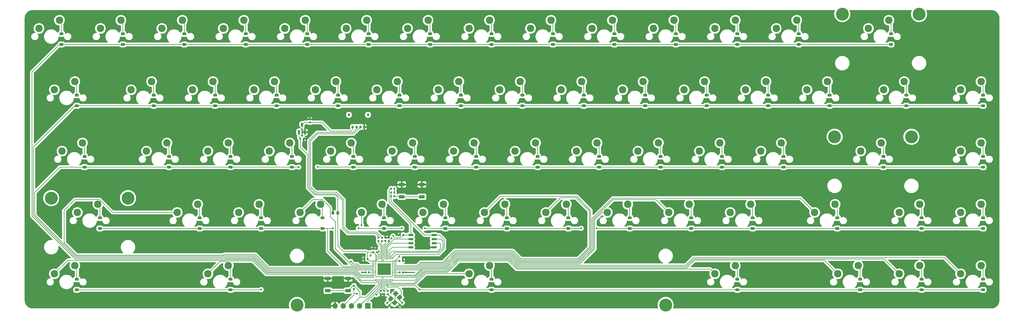
<source format=gbr>
%TF.GenerationSoftware,KiCad,Pcbnew,8.0.4*%
%TF.CreationDate,2024-09-08T22:21:22-07:00*%
%TF.ProjectId,65-wkl-pcb,36352d77-6b6c-42d7-9063-622e6b696361,rev?*%
%TF.SameCoordinates,Original*%
%TF.FileFunction,Copper,L2,Bot*%
%TF.FilePolarity,Positive*%
%FSLAX46Y46*%
G04 Gerber Fmt 4.6, Leading zero omitted, Abs format (unit mm)*
G04 Created by KiCad (PCBNEW 8.0.4) date 2024-09-08 22:21:22*
%MOMM*%
%LPD*%
G01*
G04 APERTURE LIST*
G04 Aperture macros list*
%AMRoundRect*
0 Rectangle with rounded corners*
0 $1 Rounding radius*
0 $2 $3 $4 $5 $6 $7 $8 $9 X,Y pos of 4 corners*
0 Add a 4 corners polygon primitive as box body*
4,1,4,$2,$3,$4,$5,$6,$7,$8,$9,$2,$3,0*
0 Add four circle primitives for the rounded corners*
1,1,$1+$1,$2,$3*
1,1,$1+$1,$4,$5*
1,1,$1+$1,$6,$7*
1,1,$1+$1,$8,$9*
0 Add four rect primitives between the rounded corners*
20,1,$1+$1,$2,$3,$4,$5,0*
20,1,$1+$1,$4,$5,$6,$7,0*
20,1,$1+$1,$6,$7,$8,$9,0*
20,1,$1+$1,$8,$9,$2,$3,0*%
%AMRotRect*
0 Rectangle, with rotation*
0 The origin of the aperture is its center*
0 $1 length*
0 $2 width*
0 $3 Rotation angle, in degrees counterclockwise*
0 Add horizontal line*
21,1,$1,$2,0,0,$3*%
G04 Aperture macros list end*
%TA.AperFunction,ComponentPad*%
%ADD10C,4.000000*%
%TD*%
%TA.AperFunction,ComponentPad*%
%ADD11C,2.300000*%
%TD*%
%TA.AperFunction,SMDPad,CuDef*%
%ADD12RoundRect,0.225000X0.375000X-0.225000X0.375000X0.225000X-0.375000X0.225000X-0.375000X-0.225000X0*%
%TD*%
%TA.AperFunction,ComponentPad*%
%ADD13O,1.700000X1.700000*%
%TD*%
%TA.AperFunction,ComponentPad*%
%ADD14R,1.700000X1.700000*%
%TD*%
%TA.AperFunction,SMDPad,CuDef*%
%ADD15RoundRect,0.150000X0.150000X-0.512500X0.150000X0.512500X-0.150000X0.512500X-0.150000X-0.512500X0*%
%TD*%
%TA.AperFunction,SMDPad,CuDef*%
%ADD16RoundRect,0.135000X-0.135000X-0.185000X0.135000X-0.185000X0.135000X0.185000X-0.135000X0.185000X0*%
%TD*%
%TA.AperFunction,SMDPad,CuDef*%
%ADD17RoundRect,0.135000X0.135000X0.185000X-0.135000X0.185000X-0.135000X-0.185000X0.135000X-0.185000X0*%
%TD*%
%TA.AperFunction,SMDPad,CuDef*%
%ADD18RoundRect,0.140000X0.170000X-0.140000X0.170000X0.140000X-0.170000X0.140000X-0.170000X-0.140000X0*%
%TD*%
%TA.AperFunction,SMDPad,CuDef*%
%ADD19RoundRect,0.135000X0.185000X-0.135000X0.185000X0.135000X-0.185000X0.135000X-0.185000X-0.135000X0*%
%TD*%
%TA.AperFunction,SMDPad,CuDef*%
%ADD20RoundRect,0.140000X0.021213X-0.219203X0.219203X-0.021213X-0.021213X0.219203X-0.219203X0.021213X0*%
%TD*%
%TA.AperFunction,SMDPad,CuDef*%
%ADD21RoundRect,0.140000X0.219203X0.021213X0.021213X0.219203X-0.219203X-0.021213X-0.021213X-0.219203X0*%
%TD*%
%TA.AperFunction,SMDPad,CuDef*%
%ADD22R,1.700000X1.000000*%
%TD*%
%TA.AperFunction,SMDPad,CuDef*%
%ADD23RoundRect,0.140000X0.140000X0.170000X-0.140000X0.170000X-0.140000X-0.170000X0.140000X-0.170000X0*%
%TD*%
%TA.AperFunction,SMDPad,CuDef*%
%ADD24RoundRect,0.135000X-0.185000X0.135000X-0.185000X-0.135000X0.185000X-0.135000X0.185000X0.135000X0*%
%TD*%
%TA.AperFunction,SMDPad,CuDef*%
%ADD25RoundRect,0.175000X-0.175000X-0.225000X0.175000X-0.225000X0.175000X0.225000X-0.175000X0.225000X0*%
%TD*%
%TA.AperFunction,SMDPad,CuDef*%
%ADD26RoundRect,0.150000X-0.150000X-0.275000X0.150000X-0.275000X0.150000X0.275000X-0.150000X0.275000X0*%
%TD*%
%TA.AperFunction,SMDPad,CuDef*%
%ADD27RoundRect,0.140000X-0.170000X0.140000X-0.170000X-0.140000X0.170000X-0.140000X0.170000X0.140000X0*%
%TD*%
%TA.AperFunction,SMDPad,CuDef*%
%ADD28RoundRect,0.140000X-0.140000X-0.170000X0.140000X-0.170000X0.140000X0.170000X-0.140000X0.170000X0*%
%TD*%
%TA.AperFunction,SMDPad,CuDef*%
%ADD29RotRect,1.400000X1.200000X45.000000*%
%TD*%
%TA.AperFunction,SMDPad,CuDef*%
%ADD30RoundRect,0.150000X0.650000X0.150000X-0.650000X0.150000X-0.650000X-0.150000X0.650000X-0.150000X0*%
%TD*%
%TA.AperFunction,HeatsinkPad*%
%ADD31R,3.200000X3.200000*%
%TD*%
%TA.AperFunction,SMDPad,CuDef*%
%ADD32RoundRect,0.050000X0.050000X0.387500X-0.050000X0.387500X-0.050000X-0.387500X0.050000X-0.387500X0*%
%TD*%
%TA.AperFunction,SMDPad,CuDef*%
%ADD33RoundRect,0.050000X0.387500X0.050000X-0.387500X0.050000X-0.387500X-0.050000X0.387500X-0.050000X0*%
%TD*%
%TA.AperFunction,SMDPad,CuDef*%
%ADD34RoundRect,0.225000X0.225000X0.250000X-0.225000X0.250000X-0.225000X-0.250000X0.225000X-0.250000X0*%
%TD*%
%TA.AperFunction,ViaPad*%
%ADD35C,0.600000*%
%TD*%
%TA.AperFunction,Conductor*%
%ADD36C,0.200000*%
%TD*%
G04 APERTURE END LIST*
D10*
%TO.P,S1,*%
%TO.N,*%
X215106250Y-107950000D03*
X100806250Y-107950000D03*
%TD*%
D11*
%TO.P,MX3,2,2*%
%TO.N,Net-(D3-A)*%
X65246250Y-19526250D03*
%TO.P,MX3,1,1*%
%TO.N,COL2*%
X58896250Y-22066250D03*
%TD*%
%TO.P,MX4,2,2*%
%TO.N,Net-(D4-A)*%
X84296250Y-19526250D03*
%TO.P,MX4,1,1*%
%TO.N,COL3*%
X77946250Y-22066250D03*
%TD*%
%TO.P,MX37,2,2*%
%TO.N,Net-(D37-A)*%
X174783750Y-57626250D03*
%TO.P,MX37,1,1*%
%TO.N,COL7*%
X168433750Y-60166250D03*
%TD*%
%TO.P,MX7,2,2*%
%TO.N,Net-(D7-A)*%
X141446250Y-19526250D03*
%TO.P,MX7,1,1*%
%TO.N,COL6*%
X135096250Y-22066250D03*
%TD*%
%TO.P,MX16,2,2*%
%TO.N,Net-(D16-A)*%
X55721250Y-38576250D03*
%TO.P,MX16,1,1*%
%TO.N,COL1*%
X49371250Y-41116250D03*
%TD*%
%TO.P,MX29,2,2*%
%TO.N,Net-(D29-A)*%
X312896250Y-38576250D03*
%TO.P,MX29,1,1*%
%TO.N,COL14*%
X306546250Y-41116250D03*
%TD*%
%TO.P,MX39,2,2*%
%TO.N,Net-(D39-A)*%
X212883750Y-57626250D03*
%TO.P,MX39,1,1*%
%TO.N,COL9*%
X206533750Y-60166250D03*
%TD*%
%TO.P,MX13,2,2*%
%TO.N,Net-(D13-A)*%
X255746250Y-19526250D03*
%TO.P,MX13,1,1*%
%TO.N,COL12*%
X249396250Y-22066250D03*
%TD*%
%TO.P,MX63,2,2*%
%TO.N,Net-(D63-A)*%
X293846250Y-95726250D03*
%TO.P,MX63,1,1*%
%TO.N,COL13*%
X287496250Y-98266250D03*
%TD*%
%TO.P,MX2,2,2*%
%TO.N,Net-(D2-A)*%
X46196250Y-19526250D03*
%TO.P,MX2,1,1*%
%TO.N,COL1*%
X39846250Y-22066250D03*
%TD*%
%TO.P,MX24,2,2*%
%TO.N,Net-(D24-A)*%
X208121250Y-38576250D03*
%TO.P,MX24,1,1*%
%TO.N,COL9*%
X201771250Y-41116250D03*
%TD*%
%TO.P,MX56,2,2*%
%TO.N,Net-(D56-A)*%
X293846250Y-76676250D03*
%TO.P,MX56,1,1*%
%TO.N,COL13*%
X287496250Y-79216250D03*
%TD*%
%TO.P,MX35,2,2*%
%TO.N,Net-(D35-A)*%
X136683750Y-57626250D03*
%TO.P,MX35,1,1*%
%TO.N,COL5*%
X130333750Y-60166250D03*
%TD*%
%TO.P,MX28,2,2*%
%TO.N,Net-(D28-A)*%
X289083750Y-38576250D03*
%TO.P,MX28,1,1*%
%TO.N,COL13*%
X282733750Y-41116250D03*
%TD*%
%TO.P,MX5,2,2*%
%TO.N,Net-(D5-A)*%
X103346250Y-19526250D03*
%TO.P,MX5,1,1*%
%TO.N,COL4*%
X96996250Y-22066250D03*
%TD*%
%TO.P,MX59,2,2*%
%TO.N,Net-(D59-A)*%
X79533750Y-95726250D03*
%TO.P,MX59,1,1*%
%TO.N,COL2*%
X73183750Y-98266250D03*
%TD*%
%TO.P,MX31,2,2*%
%TO.N,Net-(D31-A)*%
X60483750Y-57626250D03*
%TO.P,MX31,1,1*%
%TO.N,COL1*%
X54133750Y-60166250D03*
%TD*%
%TO.P,MX8,2,2*%
%TO.N,Net-(D8-A)*%
X160496250Y-19526250D03*
%TO.P,MX8,1,1*%
%TO.N,COL7*%
X154146250Y-22066250D03*
%TD*%
%TO.P,MX11,2,2*%
%TO.N,Net-(D11-A)*%
X217646250Y-19526250D03*
%TO.P,MX11,1,1*%
%TO.N,COL10*%
X211296250Y-22066250D03*
%TD*%
%TO.P,MX10,2,2*%
%TO.N,Net-(D10-A)*%
X198596250Y-19526250D03*
%TO.P,MX10,1,1*%
%TO.N,COL9*%
X192246250Y-22066250D03*
%TD*%
%TO.P,MX47,2,2*%
%TO.N,Net-(D47-A)*%
X108108750Y-76676250D03*
%TO.P,MX47,1,1*%
%TO.N,COL3*%
X101758750Y-79216250D03*
%TD*%
%TO.P,MX62,2,2*%
%TO.N,Net-(D62-A)*%
X274796250Y-95726250D03*
%TO.P,MX62,1,1*%
%TO.N,COL12*%
X268446250Y-98266250D03*
%TD*%
%TO.P,MX48,2,2*%
%TO.N,Net-(D48-A)*%
X127158750Y-76676250D03*
%TO.P,MX48,1,1*%
%TO.N,COL4*%
X120808750Y-79216250D03*
%TD*%
%TO.P,MX15,2,2*%
%TO.N,Net-(D15-A)*%
X31908750Y-38576250D03*
%TO.P,MX15,1,1*%
%TO.N,COL0*%
X25558750Y-41116250D03*
%TD*%
%TO.P,MX27,2,2*%
%TO.N,Net-(D27-A)*%
X265271250Y-38576250D03*
%TO.P,MX27,1,1*%
%TO.N,COL12*%
X258921250Y-41116250D03*
%TD*%
%TO.P,MX22,2,2*%
%TO.N,Net-(D22-A)*%
X170021250Y-38576250D03*
%TO.P,MX22,1,1*%
%TO.N,COL7*%
X163671250Y-41116250D03*
%TD*%
%TO.P,MX60,2,2*%
%TO.N,Net-(D60-A)*%
X160496250Y-95726250D03*
%TO.P,MX60,1,1*%
%TO.N,COL5*%
X154146250Y-98266250D03*
%TD*%
%TO.P,MX42,2,2*%
%TO.N,Net-(D42-A)*%
X281940000Y-57626250D03*
%TO.P,MX42,1,1*%
%TO.N,COL13*%
X275590000Y-60166250D03*
%TD*%
%TO.P,MX57,2,2*%
%TO.N,Net-(D57-A)*%
X312896250Y-76676250D03*
%TO.P,MX57,1,1*%
%TO.N,COL14*%
X306546250Y-79216250D03*
%TD*%
%TO.P,MX20,2,2*%
%TO.N,Net-(D20-A)*%
X131921250Y-38576250D03*
%TO.P,MX20,1,1*%
%TO.N,COL5*%
X125571250Y-41116250D03*
%TD*%
%TO.P,MX52,2,2*%
%TO.N,Net-(D52-A)*%
X203358750Y-76676250D03*
%TO.P,MX52,1,1*%
%TO.N,COL8*%
X197008750Y-79216250D03*
%TD*%
%TO.P,MX50,2,2*%
%TO.N,Net-(D50-A)*%
X165258750Y-76676250D03*
%TO.P,MX50,1,1*%
%TO.N,COL6*%
X158908750Y-79216250D03*
%TD*%
%TO.P,MX40,2,2*%
%TO.N,Net-(D40-A)*%
X231933750Y-57626250D03*
%TO.P,MX40,1,1*%
%TO.N,COL10*%
X225583750Y-60166250D03*
%TD*%
%TO.P,MX41,2,2*%
%TO.N,Net-(D41-A)*%
X250983750Y-57626250D03*
%TO.P,MX41,1,1*%
%TO.N,COL11*%
X244633750Y-60166250D03*
%TD*%
%TO.P,MX53,2,2*%
%TO.N,Net-(D53-A)*%
X222408750Y-76676250D03*
%TO.P,MX53,1,1*%
%TO.N,COL9*%
X216058750Y-79216250D03*
%TD*%
%TO.P,MX25,2,2*%
%TO.N,Net-(D25-A)*%
X227171250Y-38576250D03*
%TO.P,MX25,1,1*%
%TO.N,COL10*%
X220821250Y-41116250D03*
%TD*%
D10*
%TO.P,S3,*%
%TO.N,*%
X291306250Y-55721250D03*
X267493750Y-55721250D03*
%TD*%
D11*
%TO.P,MX36,2,2*%
%TO.N,Net-(D36-A)*%
X155733750Y-57626250D03*
%TO.P,MX36,1,1*%
%TO.N,COL6*%
X149383750Y-60166250D03*
%TD*%
%TO.P,MX9,2,2*%
%TO.N,Net-(D9-A)*%
X179546250Y-19526250D03*
%TO.P,MX9,1,1*%
%TO.N,COL8*%
X173196250Y-22066250D03*
%TD*%
%TO.P,MX14,2,2*%
%TO.N,Net-(D14-A)*%
X284321250Y-19526250D03*
%TO.P,MX14,1,1*%
%TO.N,COL13*%
X277971250Y-22066250D03*
%TD*%
%TO.P,MX17,2,2*%
%TO.N,Net-(D17-A)*%
X74771250Y-38576250D03*
%TO.P,MX17,1,1*%
%TO.N,COL2*%
X68421250Y-41116250D03*
%TD*%
%TO.P,MX45,2,2*%
%TO.N,Net-(D45-A)*%
X70008750Y-76676250D03*
%TO.P,MX45,1,1*%
%TO.N,COL1*%
X63658750Y-79216250D03*
%TD*%
%TO.P,MX54,2,2*%
%TO.N,Net-(D54-A)*%
X241458750Y-76676250D03*
%TO.P,MX54,1,1*%
%TO.N,COL10*%
X235108750Y-79216250D03*
%TD*%
%TO.P,MX32,2,2*%
%TO.N,Net-(D32-A)*%
X79533750Y-57626250D03*
%TO.P,MX32,1,1*%
%TO.N,COL2*%
X73183750Y-60166250D03*
%TD*%
%TO.P,MX49,2,2*%
%TO.N,Net-(D49-A)*%
X146208750Y-76676250D03*
%TO.P,MX49,1,1*%
%TO.N,COL5*%
X139858750Y-79216250D03*
%TD*%
%TO.P,MX21,2,2*%
%TO.N,Net-(D21-A)*%
X150971250Y-38576250D03*
%TO.P,MX21,1,1*%
%TO.N,COL6*%
X144621250Y-41116250D03*
%TD*%
%TO.P,MX61,2,2*%
%TO.N,Net-(D61-A)*%
X236696250Y-95726250D03*
%TO.P,MX61,1,1*%
%TO.N,COL10*%
X230346250Y-98266250D03*
%TD*%
%TO.P,MX44,2,2*%
%TO.N,Net-(D44-A)*%
X39052500Y-76676250D03*
%TO.P,MX44,1,1*%
%TO.N,COL0*%
X32702500Y-79216250D03*
%TD*%
%TO.P,MX1,2,2*%
%TO.N,Net-(D1-A)*%
X27146250Y-19526250D03*
%TO.P,MX1,1,1*%
%TO.N,COL0*%
X20796250Y-22066250D03*
%TD*%
%TO.P,MX19,2,2*%
%TO.N,Net-(D19-A)*%
X112871250Y-38576250D03*
%TO.P,MX19,1,1*%
%TO.N,COL4*%
X106521250Y-41116250D03*
%TD*%
%TO.P,MX6,2,2*%
%TO.N,Net-(D6-A)*%
X122396250Y-19526250D03*
%TO.P,MX6,1,1*%
%TO.N,COL5*%
X116046250Y-22066250D03*
%TD*%
%TO.P,MX34,2,2*%
%TO.N,Net-(D34-A)*%
X117633750Y-57626250D03*
%TO.P,MX34,1,1*%
%TO.N,COL4*%
X111283750Y-60166250D03*
%TD*%
D10*
%TO.P,S4,*%
%TO.N,*%
X293687500Y-17621250D03*
X269875000Y-17621250D03*
%TD*%
D11*
%TO.P,MX38,2,2*%
%TO.N,Net-(D38-A)*%
X193833750Y-57626250D03*
%TO.P,MX38,1,1*%
%TO.N,COL8*%
X187483750Y-60166250D03*
%TD*%
%TO.P,MX30,2,2*%
%TO.N,Net-(D30-A)*%
X34290000Y-57626250D03*
%TO.P,MX30,1,1*%
%TO.N,COL0*%
X27940000Y-60166250D03*
%TD*%
%TO.P,MX18,2,2*%
%TO.N,Net-(D18-A)*%
X93821250Y-38576250D03*
%TO.P,MX18,1,1*%
%TO.N,COL3*%
X87471250Y-41116250D03*
%TD*%
%TO.P,MX43,2,2*%
%TO.N,Net-(D43-A)*%
X312896250Y-57626250D03*
%TO.P,MX43,1,1*%
%TO.N,COL14*%
X306546250Y-60166250D03*
%TD*%
%TO.P,MX58,2,2*%
%TO.N,Net-(D58-A)*%
X31908750Y-95726250D03*
%TO.P,MX58,1,1*%
%TO.N,COL0*%
X25558750Y-98266250D03*
%TD*%
%TO.P,MX26,2,2*%
%TO.N,Net-(D26-A)*%
X246221250Y-38576250D03*
%TO.P,MX26,1,1*%
%TO.N,COL11*%
X239871250Y-41116250D03*
%TD*%
%TO.P,MX51,2,2*%
%TO.N,Net-(D51-A)*%
X184308750Y-76676250D03*
%TO.P,MX51,1,1*%
%TO.N,COL7*%
X177958750Y-79216250D03*
%TD*%
%TO.P,MX64,2,2*%
%TO.N,Net-(D64-A)*%
X312896250Y-95726250D03*
%TO.P,MX64,1,1*%
%TO.N,COL14*%
X306546250Y-98266250D03*
%TD*%
%TO.P,MX33,2,2*%
%TO.N,Net-(D33-A)*%
X98583750Y-57626250D03*
%TO.P,MX33,1,1*%
%TO.N,COL3*%
X92233750Y-60166250D03*
%TD*%
%TO.P,MX12,2,2*%
%TO.N,Net-(D12-A)*%
X236696250Y-19526250D03*
%TO.P,MX12,1,1*%
%TO.N,COL11*%
X230346250Y-22066250D03*
%TD*%
%TO.P,MX23,2,2*%
%TO.N,Net-(D23-A)*%
X189071250Y-38576250D03*
%TO.P,MX23,1,1*%
%TO.N,COL8*%
X182721250Y-41116250D03*
%TD*%
%TO.P,MX46,2,2*%
%TO.N,Net-(D46-A)*%
X89058750Y-76676250D03*
%TO.P,MX46,1,1*%
%TO.N,COL2*%
X82708750Y-79216250D03*
%TD*%
%TO.P,MX55,2,2*%
%TO.N,Net-(D55-A)*%
X267652500Y-76676250D03*
%TO.P,MX55,1,1*%
%TO.N,COL11*%
X261302500Y-79216250D03*
%TD*%
D10*
%TO.P,S2,*%
%TO.N,*%
X48418750Y-74771250D03*
X24606250Y-74771250D03*
%TD*%
D12*
%TO.P,D53,2,A*%
%TO.N,Net-(D53-A)*%
X223043750Y-80900000D03*
%TO.P,D53,1,K*%
%TO.N,ROW3*%
X223043750Y-84200000D03*
%TD*%
%TO.P,D41,2,A*%
%TO.N,Net-(D41-A)*%
X251618750Y-61850000D03*
%TO.P,D41,1,K*%
%TO.N,ROW2*%
X251618750Y-65150000D03*
%TD*%
%TO.P,D43,2,A*%
%TO.N,Net-(D43-A)*%
X313531250Y-61850000D03*
%TO.P,D43,1,K*%
%TO.N,ROW2*%
X313531250Y-65150000D03*
%TD*%
D13*
%TO.P,J3,5,Pin_5*%
%TO.N,GND*%
X112575993Y-108219357D03*
%TO.P,J3,4,Pin_4*%
%TO.N,+3V3*%
X115115993Y-108219357D03*
%TO.P,J3,3,Pin_3*%
%TO.N,RESET*%
X117655993Y-108219357D03*
%TO.P,J3,2,Pin_2*%
%TO.N,SWD*%
X120195993Y-108219357D03*
D14*
%TO.P,J3,1,Pin_1*%
%TO.N,SWC*%
X122735993Y-108219357D03*
%TD*%
D15*
%TO.P,U1,3,VI*%
%TO.N,+5V*%
X102347130Y-52043750D03*
%TO.P,U1,2,VO*%
%TO.N,+3V3*%
X101397131Y-54318750D03*
%TO.P,U1,1,GND*%
%TO.N,GND*%
X103297129Y-54318750D03*
%TD*%
D16*
%TO.P,R4,2*%
%TO.N,Net-(R3-Pad1)*%
X130953749Y-73050000D03*
%TO.P,R4,1*%
%TO.N,Q_SEL*%
X129933751Y-73050000D03*
%TD*%
D12*
%TO.P,D8,2,A*%
%TO.N,Net-(D8-A)*%
X161131250Y-23750000D03*
%TO.P,D8,1,K*%
%TO.N,ROW0*%
X161131250Y-27050000D03*
%TD*%
D17*
%TO.P,R5,2*%
%TO.N,Q_SEL*%
X129933751Y-74250000D03*
%TO.P,R5,1*%
%TO.N,Net-(BOOT1-Pad2)*%
X130953749Y-74250000D03*
%TD*%
D12*
%TO.P,D10,2,A*%
%TO.N,Net-(D10-A)*%
X199231250Y-23750000D03*
%TO.P,D10,1,K*%
%TO.N,ROW0*%
X199231250Y-27050000D03*
%TD*%
%TO.P,D46,2,A*%
%TO.N,Net-(D46-A)*%
X89693750Y-80900000D03*
%TO.P,D46,1,K*%
%TO.N,ROW3*%
X89693750Y-84200000D03*
%TD*%
%TO.P,D18,2,A*%
%TO.N,Net-(D18-A)*%
X94456250Y-42800000D03*
%TO.P,D18,1,K*%
%TO.N,ROW1*%
X94456250Y-46100000D03*
%TD*%
D18*
%TO.P,C16,2*%
%TO.N,GND*%
X128213359Y-87087400D03*
%TO.P,C16,1*%
%TO.N,+3V3*%
X128213359Y-88047400D03*
%TD*%
D12*
%TO.P,D48,2,A*%
%TO.N,Net-(D48-A)*%
X127793750Y-80900000D03*
%TO.P,D48,1,K*%
%TO.N,ROW3*%
X127793750Y-84200000D03*
%TD*%
%TO.P,D35,2,A*%
%TO.N,Net-(D35-A)*%
X137318750Y-61850000D03*
%TO.P,D35,1,K*%
%TO.N,ROW2*%
X137318750Y-65150000D03*
%TD*%
%TO.P,D30,2,A*%
%TO.N,Net-(D30-A)*%
X34925000Y-61850000D03*
%TO.P,D30,1,K*%
%TO.N,ROW2*%
X34925000Y-65150000D03*
%TD*%
%TO.P,D25,2,A*%
%TO.N,Net-(D25-A)*%
X227806250Y-42800000D03*
%TO.P,D25,1,K*%
%TO.N,ROW1*%
X227806250Y-46100000D03*
%TD*%
%TO.P,D38,2,A*%
%TO.N,Net-(D38-A)*%
X194468750Y-61850000D03*
%TO.P,D38,1,K*%
%TO.N,ROW2*%
X194468750Y-65150000D03*
%TD*%
%TO.P,D24,2,A*%
%TO.N,Net-(D24-A)*%
X208756250Y-42800000D03*
%TO.P,D24,1,K*%
%TO.N,ROW1*%
X208756250Y-46100000D03*
%TD*%
%TO.P,D56,2,A*%
%TO.N,Net-(D56-A)*%
X294481250Y-80900000D03*
%TO.P,D56,1,K*%
%TO.N,ROW3*%
X294481250Y-84200000D03*
%TD*%
%TO.P,D63,2,A*%
%TO.N,Net-(D63-A)*%
X294481250Y-99950000D03*
%TO.P,D63,1,K*%
%TO.N,ROW4*%
X294481250Y-103250000D03*
%TD*%
%TO.P,D11,2,A*%
%TO.N,Net-(D11-A)*%
X218281250Y-23750000D03*
%TO.P,D11,1,K*%
%TO.N,ROW0*%
X218281250Y-27050000D03*
%TD*%
D19*
%TO.P,R9,2*%
%TO.N,XOUT*%
X128910755Y-103561188D03*
%TO.P,R9,1*%
%TO.N,Net-(C12-Pad2)*%
X128910755Y-104581186D03*
%TD*%
D12*
%TO.P,D17,2,A*%
%TO.N,Net-(D17-A)*%
X75406250Y-42800000D03*
%TO.P,D17,1,K*%
%TO.N,ROW1*%
X75406250Y-46100000D03*
%TD*%
D18*
%TO.P,C13,2*%
%TO.N,GND*%
X129244743Y-87096067D03*
%TO.P,C13,1*%
%TO.N,+1V1*%
X129244743Y-88056067D03*
%TD*%
D12*
%TO.P,D42,2,A*%
%TO.N,Net-(D42-A)*%
X282575000Y-61850000D03*
%TO.P,D42,1,K*%
%TO.N,ROW2*%
X282575000Y-65150000D03*
%TD*%
%TO.P,D37,2,A*%
%TO.N,Net-(D37-A)*%
X175418750Y-61850000D03*
%TO.P,D37,1,K*%
%TO.N,ROW2*%
X175418750Y-65150000D03*
%TD*%
%TO.P,D34,2,A*%
%TO.N,Net-(D34-A)*%
X118268750Y-61850000D03*
%TO.P,D34,1,K*%
%TO.N,ROW2*%
X118268750Y-65150000D03*
%TD*%
%TO.P,D23,2,A*%
%TO.N,Net-(D23-A)*%
X189706250Y-42800000D03*
%TO.P,D23,1,K*%
%TO.N,ROW1*%
X189706250Y-46100000D03*
%TD*%
D20*
%TO.P,C11,2*%
%TO.N,XIN*%
X133420822Y-107212713D03*
%TO.P,C11,1*%
%TO.N,GND*%
X132742000Y-107891535D03*
%TD*%
D21*
%TO.P,C12,2*%
%TO.N,Net-(C12-Pad2)*%
X128773250Y-107327641D03*
%TO.P,C12,1*%
%TO.N,GND*%
X129452072Y-108006463D03*
%TD*%
D22*
%TO.P,RST1,2,2*%
%TO.N,RESET*%
X110356250Y-103500000D03*
X116656250Y-103500000D03*
%TO.P,RST1,1,1*%
%TO.N,GND*%
X110356250Y-99700000D03*
X116656250Y-99700000D03*
%TD*%
D12*
%TO.P,D19,2,A*%
%TO.N,Net-(D19-A)*%
X113506250Y-42800000D03*
%TO.P,D19,1,K*%
%TO.N,ROW1*%
X113506250Y-46100000D03*
%TD*%
%TO.P,D40,2,A*%
%TO.N,Net-(D40-A)*%
X232568750Y-61850000D03*
%TO.P,D40,1,K*%
%TO.N,ROW2*%
X232568750Y-65150000D03*
%TD*%
%TO.P,D61,2,A*%
%TO.N,Net-(D61-A)*%
X237331250Y-99950000D03*
%TO.P,D61,1,K*%
%TO.N,ROW4*%
X237331250Y-103250000D03*
%TD*%
%TO.P,D21,2,A*%
%TO.N,Net-(D21-A)*%
X151606250Y-42800000D03*
%TO.P,D21,1,K*%
%TO.N,ROW1*%
X151606250Y-46100000D03*
%TD*%
%TO.P,D14,2,A*%
%TO.N,Net-(D14-A)*%
X284956250Y-23750000D03*
%TO.P,D14,1,K*%
%TO.N,ROW0*%
X284956250Y-27050000D03*
%TD*%
%TO.P,D29,2,A*%
%TO.N,Net-(D29-A)*%
X313531250Y-42800000D03*
%TO.P,D29,1,K*%
%TO.N,ROW1*%
X313531250Y-46100000D03*
%TD*%
%TO.P,D55,2,A*%
%TO.N,Net-(D55-A)*%
X268287500Y-80900000D03*
%TO.P,D55,1,K*%
%TO.N,ROW3*%
X268287500Y-84200000D03*
%TD*%
D18*
%TO.P,C1,2*%
%TO.N,GND*%
X104775000Y-50320000D03*
%TO.P,C1,1*%
%TO.N,+5V*%
X104775000Y-51280000D03*
%TD*%
D12*
%TO.P,D22,2,A*%
%TO.N,Net-(D22-A)*%
X170656250Y-42800000D03*
%TO.P,D22,1,K*%
%TO.N,ROW1*%
X170656250Y-46100000D03*
%TD*%
%TO.P,D13,2,A*%
%TO.N,Net-(D13-A)*%
X256381250Y-23750000D03*
%TO.P,D13,1,K*%
%TO.N,ROW0*%
X256381250Y-27050000D03*
%TD*%
%TO.P,D44,2,A*%
%TO.N,Net-(D44-A)*%
X39687500Y-80900000D03*
%TO.P,D44,1,K*%
%TO.N,ROW3*%
X39687500Y-84200000D03*
%TD*%
D23*
%TO.P,C6,2*%
%TO.N,GND*%
X121757500Y-93662500D03*
%TO.P,C6,1*%
%TO.N,+3V3*%
X122717500Y-93662500D03*
%TD*%
D12*
%TO.P,D62,2,A*%
%TO.N,Net-(D62-A)*%
X275431250Y-99950000D03*
%TO.P,D62,1,K*%
%TO.N,ROW4*%
X275431250Y-103250000D03*
%TD*%
%TO.P,D47,2,A*%
%TO.N,Net-(D47-A)*%
X108743750Y-80900000D03*
%TO.P,D47,1,K*%
%TO.N,ROW3*%
X108743750Y-84200000D03*
%TD*%
D24*
%TO.P,R8,2*%
%TO.N,Net-(U3-USB_DM)*%
X126079493Y-88106250D03*
%TO.P,R8,1*%
%TO.N,D-*%
X126079493Y-87086250D03*
%TD*%
D12*
%TO.P,D12,2,A*%
%TO.N,Net-(D12-A)*%
X237331250Y-23750000D03*
%TO.P,D12,1,K*%
%TO.N,ROW0*%
X237331250Y-27050000D03*
%TD*%
%TO.P,D5,2,A*%
%TO.N,Net-(D5-A)*%
X103981250Y-23750000D03*
%TO.P,D5,1,K*%
%TO.N,ROW0*%
X103981250Y-27050000D03*
%TD*%
D23*
%TO.P,C10,2*%
%TO.N,GND*%
X132787120Y-86195460D03*
%TO.P,C10,1*%
%TO.N,+3V3*%
X133747120Y-86195460D03*
%TD*%
D12*
%TO.P,D31,2,A*%
%TO.N,Net-(D31-A)*%
X61118750Y-61850000D03*
%TO.P,D31,1,K*%
%TO.N,ROW2*%
X61118750Y-65150000D03*
%TD*%
%TO.P,D32,2,A*%
%TO.N,Net-(D32-A)*%
X80168750Y-61850000D03*
%TO.P,D32,1,K*%
%TO.N,ROW2*%
X80168750Y-65150000D03*
%TD*%
D25*
%TO.P,J4,MP*%
%TO.N,N/C*%
X122806250Y-48900000D03*
X116906250Y-48900000D03*
D26*
%TO.P,J4,4,Pin_4*%
%TO.N,GND*%
X121656250Y-52675000D03*
%TO.P,J4,3,Pin_3*%
%TO.N,D+*%
X120456250Y-52675000D03*
%TO.P,J4,2,Pin_2*%
%TO.N,D-*%
X119256250Y-52675000D03*
%TO.P,J4,1,Pin_1*%
%TO.N,+5V*%
X118056250Y-52675000D03*
%TD*%
D27*
%TO.P,C4,2*%
%TO.N,GND*%
X126726648Y-104512185D03*
%TO.P,C4,1*%
%TO.N,+1V1*%
X126726648Y-103552185D03*
%TD*%
D28*
%TO.P,C8,2*%
%TO.N,GND*%
X133576808Y-94235894D03*
%TO.P,C8,1*%
%TO.N,+3V3*%
X132616808Y-94235894D03*
%TD*%
D12*
%TO.P,D59,2,A*%
%TO.N,Net-(D59-A)*%
X80168750Y-99950000D03*
%TO.P,D59,1,K*%
%TO.N,ROW4*%
X80168750Y-103250000D03*
%TD*%
%TO.P,D52,2,A*%
%TO.N,Net-(D52-A)*%
X203993750Y-80900000D03*
%TO.P,D52,1,K*%
%TO.N,ROW3*%
X203993750Y-84200000D03*
%TD*%
D29*
%TO.P,Y1,4,4*%
%TO.N,GND*%
X131039572Y-107212713D03*
%TO.P,Y1,3,3*%
%TO.N,XIN*%
X132595207Y-105657078D03*
%TO.P,Y1,2,2*%
%TO.N,GND*%
X131393126Y-104454997D03*
%TO.P,Y1,1,1*%
%TO.N,Net-(C12-Pad2)*%
X129837491Y-106010632D03*
%TD*%
D12*
%TO.P,D27,2,A*%
%TO.N,Net-(D27-A)*%
X265906250Y-42800000D03*
%TO.P,D27,1,K*%
%TO.N,ROW1*%
X265906250Y-46100000D03*
%TD*%
%TO.P,D3,2,A*%
%TO.N,Net-(D3-A)*%
X65881250Y-23750000D03*
%TO.P,D3,1,K*%
%TO.N,ROW0*%
X65881250Y-27050000D03*
%TD*%
D18*
%TO.P,C3,2*%
%TO.N,GND*%
X125554085Y-90588161D03*
%TO.P,C3,1*%
%TO.N,+1V1*%
X125554085Y-91548161D03*
%TD*%
D12*
%TO.P,D54,2,A*%
%TO.N,Net-(D54-A)*%
X242093750Y-80900000D03*
%TO.P,D54,1,K*%
%TO.N,ROW3*%
X242093750Y-84200000D03*
%TD*%
%TO.P,D50,2,A*%
%TO.N,Net-(D50-A)*%
X165893750Y-80900000D03*
%TO.P,D50,1,K*%
%TO.N,ROW3*%
X165893750Y-84200000D03*
%TD*%
D22*
%TO.P,BOOT1,2,2*%
%TO.N,Net-(BOOT1-Pad2)*%
X133243751Y-74337500D03*
X139543749Y-74337500D03*
%TO.P,BOOT1,1,1*%
%TO.N,GND*%
X133243751Y-70537500D03*
X139543749Y-70537500D03*
%TD*%
D12*
%TO.P,D51,2,A*%
%TO.N,Net-(D51-A)*%
X184943750Y-80900000D03*
%TO.P,D51,1,K*%
%TO.N,ROW3*%
X184943750Y-84200000D03*
%TD*%
D18*
%TO.P,C7,2*%
%TO.N,GND*%
X124428827Y-90573891D03*
%TO.P,C7,1*%
%TO.N,+3V3*%
X124428827Y-91533891D03*
%TD*%
D12*
%TO.P,D4,2,A*%
%TO.N,Net-(D4-A)*%
X84931250Y-23750000D03*
%TO.P,D4,1,K*%
%TO.N,ROW0*%
X84931250Y-27050000D03*
%TD*%
%TO.P,D45,2,A*%
%TO.N,Net-(D45-A)*%
X70643750Y-80900000D03*
%TO.P,D45,1,K*%
%TO.N,ROW3*%
X70643750Y-84200000D03*
%TD*%
%TO.P,D26,2,A*%
%TO.N,Net-(D26-A)*%
X246856250Y-42800000D03*
%TO.P,D26,1,K*%
%TO.N,ROW1*%
X246856250Y-46100000D03*
%TD*%
D17*
%TO.P,R3,2*%
%TO.N,+3V3*%
X129933751Y-71850000D03*
%TO.P,R3,1*%
%TO.N,Net-(R3-Pad1)*%
X130953749Y-71850000D03*
%TD*%
D23*
%TO.P,C15,2*%
%TO.N,GND*%
X122087313Y-97837072D03*
%TO.P,C15,1*%
%TO.N,+3V3*%
X123047313Y-97837072D03*
%TD*%
D12*
%TO.P,D33,2,A*%
%TO.N,Net-(D33-A)*%
X99218750Y-61850000D03*
%TO.P,D33,1,K*%
%TO.N,ROW2*%
X99218750Y-65150000D03*
%TD*%
%TO.P,D7,2,A*%
%TO.N,Net-(D7-A)*%
X142081250Y-23750000D03*
%TO.P,D7,1,K*%
%TO.N,ROW0*%
X142081250Y-27050000D03*
%TD*%
%TO.P,D58,2,A*%
%TO.N,Net-(D58-A)*%
X32543750Y-99950000D03*
%TO.P,D58,1,K*%
%TO.N,ROW4*%
X32543750Y-103250000D03*
%TD*%
%TO.P,D20,2,A*%
%TO.N,Net-(D20-A)*%
X132556250Y-42800000D03*
%TO.P,D20,1,K*%
%TO.N,ROW1*%
X132556250Y-46100000D03*
%TD*%
%TO.P,D39,2,A*%
%TO.N,Net-(D39-A)*%
X213518750Y-61850000D03*
%TO.P,D39,1,K*%
%TO.N,ROW2*%
X213518750Y-65150000D03*
%TD*%
%TO.P,D9,2,A*%
%TO.N,Net-(D9-A)*%
X180181250Y-23750000D03*
%TO.P,D9,1,K*%
%TO.N,ROW0*%
X180181250Y-27050000D03*
%TD*%
D30*
%TO.P,U4,8,VCC*%
%TO.N,+3V3*%
X136100000Y-86201250D03*
%TO.P,U4,7,IO3*%
%TO.N,Q_103*%
X136100000Y-87471250D03*
%TO.P,U4,6,CLK*%
%TO.N,Q_CLK*%
X136100000Y-88741250D03*
%TO.P,U4,5,DI(IO0)*%
%TO.N,Q_100*%
X136100000Y-90011250D03*
%TO.P,U4,4,GND*%
%TO.N,GND*%
X143300000Y-90011250D03*
%TO.P,U4,3,IO2*%
%TO.N,Q_102*%
X143300000Y-88741250D03*
%TO.P,U4,2,DO(IO1)*%
%TO.N,Q_101*%
X143300000Y-87471250D03*
%TO.P,U4,1,~{CS}*%
%TO.N,Q_SEL*%
X143300000Y-86201250D03*
%TD*%
D12*
%TO.P,D49,2,A*%
%TO.N,Net-(D49-A)*%
X146843750Y-80900000D03*
%TO.P,D49,1,K*%
%TO.N,ROW3*%
X146843750Y-84200000D03*
%TD*%
D24*
%TO.P,R7,2*%
%TO.N,Net-(U3-USB_DP)*%
X127152046Y-88106250D03*
%TO.P,R7,1*%
%TO.N,D+*%
X127152046Y-87086250D03*
%TD*%
D28*
%TO.P,C2,2*%
%TO.N,GND*%
X102827130Y-56356250D03*
%TO.P,C2,1*%
%TO.N,+3V3*%
X101867130Y-56356250D03*
%TD*%
D12*
%TO.P,D1,2,A*%
%TO.N,Net-(D1-A)*%
X27781250Y-23750000D03*
%TO.P,D1,1,K*%
%TO.N,ROW0*%
X27781250Y-27050000D03*
%TD*%
D28*
%TO.P,C9,2*%
%TO.N,GND*%
X133585462Y-97834364D03*
%TO.P,C9,1*%
%TO.N,+3V3*%
X132625462Y-97834364D03*
%TD*%
D12*
%TO.P,D57,2,A*%
%TO.N,Net-(D57-A)*%
X313531250Y-80900000D03*
%TO.P,D57,1,K*%
%TO.N,ROW3*%
X313531250Y-84200000D03*
%TD*%
%TO.P,D6,2,A*%
%TO.N,Net-(D6-A)*%
X123031250Y-23750000D03*
%TO.P,D6,1,K*%
%TO.N,ROW0*%
X123031250Y-27050000D03*
%TD*%
%TO.P,D64,2,A*%
%TO.N,Net-(D64-A)*%
X313531250Y-99950000D03*
%TO.P,D64,1,K*%
%TO.N,ROW4*%
X313531250Y-103250000D03*
%TD*%
D31*
%TO.P,U3,57,GND*%
%TO.N,GND*%
X127793750Y-96837500D03*
D32*
%TO.P,U3,56,QSPI_SS*%
%TO.N,Q_SEL*%
X130393750Y-93400000D03*
%TO.P,U3,55,QSPI_SD1*%
%TO.N,Q_101*%
X129993750Y-93400000D03*
%TO.P,U3,54,QSPI_SD2*%
%TO.N,Q_102*%
X129593750Y-93400000D03*
%TO.P,U3,53,QSPI_SD0*%
%TO.N,Q_100*%
X129193750Y-93400000D03*
%TO.P,U3,52,QSPI_SCLK*%
%TO.N,Q_CLK*%
X128793750Y-93400000D03*
%TO.P,U3,51,QSPI_SD3*%
%TO.N,Q_103*%
X128393750Y-93400000D03*
%TO.P,U3,50,DVDD*%
%TO.N,+1V1*%
X127993750Y-93400000D03*
%TO.P,U3,49,IOVDD*%
%TO.N,+3V3*%
X127593750Y-93400000D03*
%TO.P,U3,48,USB_VDD*%
X127193750Y-93400000D03*
%TO.P,U3,47,USB_DP*%
%TO.N,Net-(U3-USB_DP)*%
X126793750Y-93400000D03*
%TO.P,U3,46,USB_DM*%
%TO.N,Net-(U3-USB_DM)*%
X126393750Y-93400000D03*
%TO.P,U3,45,VREG_VOUT*%
%TO.N,+1V1*%
X125993750Y-93400000D03*
%TO.P,U3,44,VREG_IN*%
%TO.N,+3V3*%
X125593750Y-93400000D03*
%TO.P,U3,43,ADC_AVDD*%
X125193750Y-93400000D03*
D33*
%TO.P,U3,42,IOVDD*%
X124356250Y-94237500D03*
%TO.P,U3,41,GPIO29_ADC3*%
%TO.N,unconnected-(U3-GPIO29_ADC3-Pad41)*%
X124356250Y-94637500D03*
%TO.P,U3,40,GPIO28_ADC2*%
%TO.N,unconnected-(U3-GPIO28_ADC2-Pad40)*%
X124356250Y-95037500D03*
%TO.P,U3,39,GPIO27_ADC1*%
%TO.N,unconnected-(U3-GPIO27_ADC1-Pad39)*%
X124356250Y-95437500D03*
%TO.P,U3,38,GPIO26_ADC0*%
%TO.N,COL4*%
X124356250Y-95837500D03*
%TO.P,U3,37,GPIO25*%
%TO.N,COL3*%
X124356250Y-96237500D03*
%TO.P,U3,36,GPIO24*%
%TO.N,ROW3*%
X124356250Y-96637500D03*
%TO.P,U3,35,GPIO23*%
%TO.N,COL1*%
X124356250Y-97037500D03*
%TO.P,U3,34,GPIO22*%
%TO.N,unconnected-(U3-GPIO22-Pad34)*%
X124356250Y-97437500D03*
%TO.P,U3,33,IOVDD*%
%TO.N,+3V3*%
X124356250Y-97837500D03*
%TO.P,U3,32,GPIO21*%
%TO.N,unconnected-(U3-GPIO21-Pad32)*%
X124356250Y-98237500D03*
%TO.P,U3,31,GPIO20*%
%TO.N,ROW2*%
X124356250Y-98637500D03*
%TO.P,U3,30,GPIO19*%
%TO.N,ROW1*%
X124356250Y-99037500D03*
%TO.P,U3,29,GPIO18*%
%TO.N,ROW0*%
X124356250Y-99437500D03*
D32*
%TO.P,U3,28,GPIO17*%
%TO.N,COL0*%
X125193750Y-100275000D03*
%TO.P,U3,27,GPIO16*%
%TO.N,COL2*%
X125593750Y-100275000D03*
%TO.P,U3,26,RUN*%
%TO.N,RESET*%
X125993750Y-100275000D03*
%TO.P,U3,25,SWD*%
%TO.N,SWD*%
X126393750Y-100275000D03*
%TO.P,U3,24,SWCLK*%
%TO.N,SWC*%
X126793750Y-100275000D03*
%TO.P,U3,23,DVDD*%
%TO.N,+1V1*%
X127193750Y-100275000D03*
%TO.P,U3,22,IOVDD*%
%TO.N,+3V3*%
X127593750Y-100275000D03*
%TO.P,U3,21,XOUT*%
%TO.N,XOUT*%
X127993750Y-100275000D03*
%TO.P,U3,20,XIN*%
%TO.N,XIN*%
X128393750Y-100275000D03*
%TO.P,U3,19,TESTEN*%
%TO.N,GND*%
X128793750Y-100275000D03*
%TO.P,U3,18,GPIO15*%
%TO.N,ROW4*%
X129193750Y-100275000D03*
%TO.P,U3,17,GPIO14*%
%TO.N,COL5*%
X129593750Y-100275000D03*
%TO.P,U3,16,GPIO13*%
%TO.N,COL10*%
X129993750Y-100275000D03*
%TO.P,U3,15,GPIO12*%
%TO.N,COL12*%
X130393750Y-100275000D03*
D33*
%TO.P,U3,14,GPIO11*%
%TO.N,COL13*%
X131231250Y-99437500D03*
%TO.P,U3,13,GPIO10*%
%TO.N,COL14*%
X131231250Y-99037500D03*
%TO.P,U3,12,GPIO9*%
%TO.N,COL8*%
X131231250Y-98637500D03*
%TO.P,U3,11,GPIO8*%
%TO.N,unconnected-(U3-GPIO8-Pad11)*%
X131231250Y-98237500D03*
%TO.P,U3,10,IOVDD*%
%TO.N,+3V3*%
X131231250Y-97837500D03*
%TO.P,U3,9,GPIO7*%
%TO.N,unconnected-(U3-GPIO7-Pad9)*%
X131231250Y-97437500D03*
%TO.P,U3,8,GPIO6*%
%TO.N,COL9*%
X131231250Y-97037500D03*
%TO.P,U3,7,GPIO5*%
%TO.N,COL11*%
X131231250Y-96637500D03*
%TO.P,U3,6,GPIO4*%
%TO.N,COL6*%
X131231250Y-96237500D03*
%TO.P,U3,5,GPIO3*%
%TO.N,COL7*%
X131231250Y-95837500D03*
%TO.P,U3,4,GPIO2*%
%TO.N,unconnected-(U3-GPIO2-Pad4)*%
X131231250Y-95437500D03*
%TO.P,U3,3,GPIO1*%
%TO.N,unconnected-(U3-GPIO1-Pad3)*%
X131231250Y-95037500D03*
%TO.P,U3,2,GPIO0*%
%TO.N,unconnected-(U3-GPIO0-Pad2)*%
X131231250Y-94637500D03*
%TO.P,U3,1,IOVDD*%
%TO.N,+3V3*%
X131231250Y-94237500D03*
%TD*%
D24*
%TO.P,R6,2*%
%TO.N,+3V3*%
X118437555Y-102980838D03*
%TO.P,R6,1*%
%TO.N,RESET*%
X118437555Y-101960840D03*
%TD*%
D12*
%TO.P,D28,2,A*%
%TO.N,Net-(D28-A)*%
X289718750Y-42800000D03*
%TO.P,D28,1,K*%
%TO.N,ROW1*%
X289718750Y-46100000D03*
%TD*%
%TO.P,D60,2,A*%
%TO.N,Net-(D60-A)*%
X161131250Y-99950000D03*
%TO.P,D60,1,K*%
%TO.N,ROW4*%
X161131250Y-103250000D03*
%TD*%
%TO.P,D2,2,A*%
%TO.N,Net-(D2-A)*%
X46831250Y-23750000D03*
%TO.P,D2,1,K*%
%TO.N,ROW0*%
X46831250Y-27050000D03*
%TD*%
%TO.P,D36,2,A*%
%TO.N,Net-(D36-A)*%
X156368750Y-61850000D03*
%TO.P,D36,1,K*%
%TO.N,ROW2*%
X156368750Y-65150000D03*
%TD*%
D34*
%TO.P,C5,2*%
%TO.N,GND*%
X111937500Y-79375000D03*
%TO.P,C5,1*%
%TO.N,+3V3*%
X113487500Y-79375000D03*
%TD*%
D12*
%TO.P,D15,2,A*%
%TO.N,Net-(D15-A)*%
X32543750Y-42800000D03*
%TO.P,D15,1,K*%
%TO.N,ROW1*%
X32543750Y-46100000D03*
%TD*%
%TO.P,D16,2,A*%
%TO.N,Net-(D16-A)*%
X56356250Y-42800000D03*
%TO.P,D16,1,K*%
%TO.N,ROW1*%
X56356250Y-46100000D03*
%TD*%
D27*
%TO.P,C14,2*%
%TO.N,GND*%
X127799200Y-104518685D03*
%TO.P,C14,1*%
%TO.N,+3V3*%
X127799200Y-103558685D03*
%TD*%
D35*
%TO.N,GND*%
X134669885Y-97869573D03*
X126793750Y-95837500D03*
X120980211Y-97866323D03*
X173831250Y-100012500D03*
X128743542Y-86230535D03*
X111918750Y-77787500D03*
X128793750Y-95837500D03*
X134604882Y-94209893D03*
X104106418Y-55781322D03*
X127793750Y-96837500D03*
X127290279Y-105382475D03*
X172243750Y-83343750D03*
X257175000Y-102393750D03*
X130175000Y-103236871D03*
X129035172Y-101898151D03*
X121677761Y-54175799D03*
X138906250Y-101600000D03*
X131762500Y-85725000D03*
X104092468Y-54257147D03*
X120716948Y-93605363D03*
X114300000Y-93662500D03*
X141393750Y-90037500D03*
X113506250Y-100012500D03*
X199231250Y-76200000D03*
X126793750Y-97837500D03*
X209550000Y-80962500D03*
X132100516Y-108574132D03*
X130175000Y-108737500D03*
X124970501Y-89827356D03*
X128793750Y-97837500D03*
X104092467Y-49407907D03*
X229393750Y-80168750D03*
X283368750Y-99218750D03*
%TO.N,+3V3*%
X123593750Y-92637500D03*
X130605238Y-86517225D03*
X119393750Y-104437500D03*
X132556250Y-92868750D03*
%TO.N,+1V1*%
X130147610Y-87285110D03*
X125414364Y-104776864D03*
X126193750Y-91281250D03*
%TO.N,ROW2*%
X101339242Y-65145546D03*
X107156250Y-65087500D03*
%TO.N,ROW3*%
X193675000Y-84137500D03*
X119856250Y-84137500D03*
X140493750Y-84137500D03*
X188912500Y-84137500D03*
X111918750Y-84137500D03*
X133350000Y-84137500D03*
%TO.N,ROW4*%
X89693750Y-103187500D03*
X138775000Y-103187500D03*
%TO.N,COL4*%
X120808750Y-83185000D03*
X117502390Y-94428860D03*
%TD*%
D36*
%TO.N,+3V3*%
X113487500Y-74631250D02*
X113487500Y-79375000D01*
X113506250Y-74612500D02*
X113487500Y-74631250D01*
X112712500Y-73818750D02*
X113506250Y-74612500D01*
X104150000Y-61287500D02*
X104150000Y-71606250D01*
X104150000Y-71606250D02*
X106362500Y-73818750D01*
X106362500Y-73818750D02*
X112712500Y-73818750D01*
X101867130Y-56356250D02*
X101867130Y-59004630D01*
X101867130Y-59004630D02*
X104150000Y-61287500D01*
%TO.N,COL7*%
X191475000Y-78762500D02*
X187325000Y-74612500D01*
X191475000Y-89968627D02*
X191475000Y-78762500D01*
X170263519Y-93616339D02*
X187827288Y-93616339D01*
X167723430Y-91076250D02*
X170263519Y-93616339D01*
X149667012Y-91076250D02*
X167723430Y-91076250D01*
X137990078Y-95837500D02*
X139161328Y-94666250D01*
X187325000Y-74612500D02*
X182562500Y-74612500D01*
X139161328Y-94666250D02*
X146077012Y-94666250D01*
X182562500Y-74612500D02*
X177958750Y-79216250D01*
X131231250Y-95837500D02*
X137990078Y-95837500D01*
X187827288Y-93616339D02*
X191475000Y-89968627D01*
X146077012Y-94666250D02*
X149667012Y-91076250D01*
%TO.N,COL6*%
X139327014Y-95066250D02*
X138155764Y-96237500D01*
X146242698Y-95066250D02*
X139327014Y-95066250D01*
X187992974Y-94016339D02*
X170097833Y-94016339D01*
X149832698Y-91476250D02*
X146242698Y-95066250D01*
X191875000Y-90134313D02*
X187992974Y-94016339D01*
X138155764Y-96237500D02*
X131231250Y-96237500D01*
X191875000Y-78596814D02*
X191875000Y-90134313D01*
X167557744Y-91476250D02*
X149832698Y-91476250D01*
X187490686Y-74212500D02*
X191875000Y-78596814D01*
X163912500Y-74212500D02*
X187490686Y-74212500D01*
X170097833Y-94016339D02*
X167557744Y-91476250D01*
X158908750Y-79216250D02*
X163912500Y-74212500D01*
%TO.N,COL11*%
X138321450Y-96637500D02*
X131231250Y-96637500D01*
X139492700Y-95466250D02*
X138321450Y-96637500D01*
X146408384Y-95466250D02*
X139492700Y-95466250D01*
X149998384Y-91876250D02*
X146408384Y-95466250D01*
X167392058Y-91876250D02*
X149998384Y-91876250D01*
X192275000Y-81192283D02*
X192275000Y-90299999D01*
X198641033Y-74826250D02*
X192275000Y-81192283D01*
X256912500Y-74826250D02*
X198641033Y-74826250D01*
X169932147Y-94416339D02*
X167392058Y-91876250D01*
X192275000Y-90299999D02*
X188158660Y-94416339D01*
X188158660Y-94416339D02*
X169932147Y-94416339D01*
X261302500Y-79216250D02*
X256912500Y-74826250D01*
%TO.N,COL9*%
X138487136Y-97037500D02*
X131231250Y-97037500D01*
X139658386Y-95866250D02*
X138487136Y-97037500D01*
X146574070Y-95866250D02*
X139658386Y-95866250D01*
X150164070Y-92276250D02*
X146574070Y-95866250D01*
X169766461Y-94816339D02*
X167226372Y-92276250D01*
X188324346Y-94816339D02*
X169766461Y-94816339D01*
X192675000Y-81357969D02*
X192675000Y-90465685D01*
X198806719Y-75226250D02*
X192675000Y-81357969D01*
X167226372Y-92276250D02*
X150164070Y-92276250D01*
X192675000Y-90465685D02*
X188324346Y-94816339D01*
X212068750Y-75226250D02*
X198806719Y-75226250D01*
X216058750Y-79216250D02*
X212068750Y-75226250D01*
%TO.N,COL8*%
X195382405Y-79216250D02*
X197008750Y-79216250D01*
X193075000Y-81523655D02*
X195382405Y-79216250D01*
X193075000Y-90631371D02*
X193075000Y-81523655D01*
X167060686Y-92676250D02*
X169600775Y-95216339D01*
X169600775Y-95216339D02*
X188490032Y-95216339D01*
X146739756Y-96266250D02*
X150329756Y-92676250D01*
X139824071Y-96266250D02*
X146739756Y-96266250D01*
X150329756Y-92676250D02*
X167060686Y-92676250D01*
X137452821Y-98637500D02*
X139824071Y-96266250D01*
X188490032Y-95216339D02*
X193075000Y-90631371D01*
X131231250Y-98637500D02*
X137452821Y-98637500D01*
%TO.N,COL14*%
X301542500Y-93262500D02*
X306546250Y-98266250D01*
X223671814Y-93262500D02*
X301542500Y-93262500D01*
X221317975Y-95616339D02*
X223671814Y-93262500D01*
X166895000Y-93076250D02*
X169435089Y-95616339D01*
X169435089Y-95616339D02*
X221317975Y-95616339D01*
X146905442Y-96666250D02*
X150495442Y-93076250D01*
X139989757Y-96666250D02*
X146905442Y-96666250D01*
X137618507Y-99037500D02*
X139989757Y-96666250D01*
X131231250Y-99037500D02*
X137618507Y-99037500D01*
X150495442Y-93076250D02*
X166895000Y-93076250D01*
%TO.N,COL13*%
X282892500Y-93662500D02*
X287496250Y-98266250D01*
X223837500Y-93662500D02*
X282892500Y-93662500D01*
X166729314Y-93476250D02*
X169290564Y-96037500D01*
X147071128Y-97066250D02*
X150661128Y-93476250D01*
X150661128Y-93476250D02*
X166729314Y-93476250D01*
X140155443Y-97066250D02*
X147071128Y-97066250D01*
X221462500Y-96037500D02*
X223837500Y-93662500D01*
X137784193Y-99437500D02*
X140155443Y-97066250D01*
X131231250Y-99437500D02*
X137784193Y-99437500D01*
X169290564Y-96037500D02*
X221462500Y-96037500D01*
%TO.N,COL12*%
X137512379Y-100275000D02*
X130393750Y-100275000D01*
X150826814Y-93876250D02*
X147236814Y-97466250D01*
X147236814Y-97466250D02*
X140321129Y-97466250D01*
X169124878Y-96437500D02*
X166563628Y-93876250D01*
X224003186Y-94062500D02*
X221628186Y-96437500D01*
X221628186Y-96437500D02*
X169124878Y-96437500D01*
X140321129Y-97466250D02*
X137512379Y-100275000D01*
X264242500Y-94062500D02*
X224003186Y-94062500D01*
X268446250Y-98266250D02*
X264242500Y-94062500D01*
X166563628Y-93876250D02*
X150826814Y-93876250D01*
%TO.N,COL10*%
X129993750Y-100808860D02*
X129993750Y-100275000D01*
X130378640Y-101193750D02*
X129993750Y-100808860D01*
X140486814Y-97866250D02*
X137159314Y-101193750D01*
X166397942Y-94276250D02*
X150992500Y-94276250D01*
X150992500Y-94276250D02*
X147402500Y-97866250D01*
X168959192Y-96837500D02*
X166397942Y-94276250D01*
X137159314Y-101193750D02*
X130378640Y-101193750D01*
X228917500Y-96837500D02*
X168959192Y-96837500D01*
X147402500Y-97866250D02*
X140486814Y-97866250D01*
X230346250Y-98266250D02*
X228917500Y-96837500D01*
%TO.N,Net-(D61-A)*%
X237331250Y-99950000D02*
X237331250Y-96361250D01*
%TO.N,COL2*%
X76981250Y-94468750D02*
X73183750Y-98266250D01*
X78996494Y-94276250D02*
X78803994Y-94468750D01*
X91281250Y-98425000D02*
X87132500Y-94276250D01*
X78803994Y-94468750D02*
X76981250Y-94468750D01*
X118268750Y-98425000D02*
X91281250Y-98425000D01*
X125390110Y-101012500D02*
X120856250Y-101012500D01*
X125593750Y-100808860D02*
X125390110Y-101012500D01*
X120856250Y-101012500D02*
X118268750Y-98425000D01*
X87132500Y-94276250D02*
X78996494Y-94276250D01*
X125593750Y-100275000D02*
X125593750Y-100808860D01*
%TO.N,Net-(D59-A)*%
X80168750Y-99950000D02*
X80168750Y-96361250D01*
%TO.N,COL5*%
X130168750Y-101593750D02*
X129593750Y-101018750D01*
X137325000Y-101593750D02*
X130168750Y-101593750D01*
X140652500Y-98266250D02*
X137325000Y-101593750D01*
X129593750Y-101018750D02*
X129593750Y-100275000D01*
X154146250Y-98266250D02*
X140652500Y-98266250D01*
%TO.N,Net-(D60-A)*%
X161131250Y-97257576D02*
X160048087Y-96174413D01*
X161131250Y-99950000D02*
X161131250Y-97257576D01*
%TO.N,Net-(BOOT1-Pad2)*%
X130953749Y-74250000D02*
X133156251Y-74250000D01*
X133243751Y-74337500D02*
X139543749Y-74337500D01*
%TO.N,GND*%
X104092468Y-54257147D02*
X103358733Y-54257147D01*
X129244743Y-86731736D02*
X128743542Y-86230535D01*
X129452072Y-108014572D02*
X130175000Y-108737500D01*
X134578881Y-94235894D02*
X134604882Y-94209893D01*
X132063178Y-107212713D02*
X132742000Y-107891535D01*
X113506250Y-99700000D02*
X116656250Y-99700000D01*
X132100516Y-108533019D02*
X132100516Y-108574132D01*
X121009462Y-97837072D02*
X120980211Y-97866323D01*
X121757500Y-93662500D02*
X120774085Y-93662500D01*
X133585462Y-97834364D02*
X134634676Y-97834364D01*
X104106418Y-55781322D02*
X104106418Y-56231082D01*
X103981250Y-56356250D02*
X102827130Y-56356250D01*
X133576808Y-94235894D02*
X134578881Y-94235894D01*
X130175000Y-103187500D02*
X130175000Y-103236871D01*
X143300000Y-90011250D02*
X141420000Y-90011250D01*
X127277278Y-105369474D02*
X127290279Y-105382475D01*
X131393126Y-104454997D02*
X130175000Y-103236871D01*
X132232960Y-86195460D02*
X131762500Y-85725000D01*
X113506250Y-99700000D02*
X113506250Y-100012500D01*
X127277278Y-104512185D02*
X127277278Y-105369474D01*
X121656250Y-52675000D02*
X121656250Y-54154288D01*
X111937500Y-79375000D02*
X111937500Y-77806250D01*
X122087313Y-97837072D02*
X121009462Y-97837072D01*
X134634676Y-97834364D02*
X134669885Y-97869573D01*
X124970501Y-89827356D02*
X125554085Y-90410940D01*
X124428827Y-90573891D02*
X125539815Y-90573891D01*
X126726648Y-104512185D02*
X127277278Y-104512185D01*
X128213359Y-87087400D02*
X128213359Y-86760717D01*
X121656250Y-54154288D02*
X121677761Y-54175799D01*
X111937500Y-77806250D02*
X111918750Y-77787500D01*
X131039572Y-107212713D02*
X132063178Y-107212713D01*
X132787120Y-86195460D02*
X132232960Y-86195460D01*
X127277278Y-104512185D02*
X127792700Y-104512185D01*
X131216349Y-107035936D02*
X131216349Y-104631774D01*
X128213359Y-86760717D02*
X128743542Y-86230535D01*
X129035172Y-101898151D02*
X128793750Y-101656729D01*
X120774085Y-93662500D02*
X120716948Y-93605363D01*
X103297129Y-54318750D02*
X103297129Y-55886251D01*
X100972313Y-51993934D02*
X103297129Y-54318750D01*
X104775000Y-50320000D02*
X101499541Y-50320000D01*
X104775000Y-50320000D02*
X104092468Y-49637467D01*
X130245822Y-107212713D02*
X131039572Y-107212713D01*
X129452072Y-108006463D02*
X130245822Y-107212713D01*
X103297129Y-55886251D02*
X102827130Y-56356250D01*
X133243751Y-70537500D02*
X139543749Y-70537500D01*
X100972313Y-50847228D02*
X100972313Y-51993934D01*
X124970501Y-89827356D02*
X124428827Y-90369030D01*
X110356250Y-99700000D02*
X113506250Y-99700000D01*
X141420000Y-90011250D02*
X141393750Y-90037500D01*
X128793750Y-101656729D02*
X128793750Y-100275000D01*
X103981250Y-56356250D02*
X104106418Y-56231082D01*
X104092468Y-49637467D02*
X104092467Y-49407907D01*
X132742000Y-107891535D02*
X132100516Y-108533019D01*
X124428827Y-90369030D02*
X124428827Y-90573891D01*
X101499541Y-50320000D02*
X100972313Y-50847228D01*
%TO.N,+5V*%
X118056250Y-53393750D02*
X117475000Y-53975000D01*
X103110880Y-51280000D02*
X102347130Y-52043750D01*
X118056250Y-52675000D02*
X118056250Y-53393750D01*
X104775000Y-51280000D02*
X103110880Y-51280000D01*
X117475000Y-53975000D02*
X111273102Y-53975000D01*
X108578102Y-51280000D02*
X104775000Y-51280000D01*
X111273102Y-53975000D02*
X108578102Y-51280000D01*
%TO.N,+3V3*%
X128213359Y-88936519D02*
X127593750Y-89556128D01*
X132871330Y-87071250D02*
X131159263Y-87071250D01*
X136100000Y-82743750D02*
X136100000Y-86201250D01*
X131159263Y-87071250D02*
X130605238Y-86517225D01*
X129933751Y-71850000D02*
X129363751Y-72420000D01*
X127593750Y-92075000D02*
X127593750Y-93400000D01*
X130493750Y-98900000D02*
X130493750Y-98041140D01*
X125593750Y-92698814D02*
X125593750Y-93400000D01*
X125193750Y-97533860D02*
X124890110Y-97837500D01*
X123593750Y-92637500D02*
X123593750Y-92368968D01*
X123292500Y-94237500D02*
X122717500Y-93662500D01*
X130697390Y-97837500D02*
X131231250Y-97837500D01*
X123047313Y-97837072D02*
X124355822Y-97837072D01*
X125412500Y-99218750D02*
X127071360Y-99218750D01*
X113506250Y-89693750D02*
X113506250Y-87312500D01*
X127193750Y-93400000D02*
X127193750Y-94247390D01*
X123593750Y-92368968D02*
X124428827Y-91533891D01*
X125593750Y-93837500D02*
X125593750Y-93400000D01*
X118437555Y-104437500D02*
X119393750Y-104437500D01*
X132556250Y-92868750D02*
X132556250Y-92912500D01*
X130493750Y-98041140D02*
X130493750Y-94441140D01*
X118437555Y-102980838D02*
X118437555Y-104437500D01*
X125193750Y-93400000D02*
X125193750Y-94237500D01*
X125193750Y-94237500D02*
X125193750Y-97533860D01*
X115093750Y-91281250D02*
X113506250Y-89693750D01*
X101397131Y-55886251D02*
X101867130Y-56356250D01*
X127593750Y-89556128D02*
X127593750Y-92075000D01*
X127071360Y-99218750D02*
X127593750Y-99741140D01*
X124428827Y-91533891D02*
X122944859Y-91533891D01*
X128213359Y-88047400D02*
X128213359Y-88936519D01*
X127000000Y-94441140D02*
X126101030Y-94441140D01*
X124428827Y-91533891D02*
X125191218Y-92296282D01*
X127071360Y-99218750D02*
X130175000Y-99218750D01*
X127193750Y-94247390D02*
X127000000Y-94441140D01*
X130697390Y-94237500D02*
X131231250Y-94237500D01*
X131231250Y-94237500D02*
X132615202Y-94237500D01*
X127593750Y-93400000D02*
X127593750Y-94241140D01*
X129363751Y-72420000D02*
X129363751Y-76007501D01*
X122944859Y-91533891D02*
X122717500Y-91761250D01*
X127593750Y-100275000D02*
X127593750Y-103353235D01*
X113506250Y-87312500D02*
X113487500Y-87293750D01*
X133747120Y-86195460D02*
X132871330Y-87071250D01*
X118437555Y-104897795D02*
X115115993Y-108219357D01*
X125193750Y-99000000D02*
X125412500Y-99218750D01*
X126101030Y-94441140D02*
X125897390Y-94237500D01*
X127793750Y-94441140D02*
X127000000Y-94441140D01*
X124890110Y-97837500D02*
X124356250Y-97837500D01*
X125193750Y-93400000D02*
X125193750Y-92298814D01*
X129363751Y-76007501D02*
X136100000Y-82743750D01*
X122717500Y-93662500D02*
X122717500Y-91761250D01*
X122237500Y-91281250D02*
X122717500Y-91761250D01*
X130493750Y-94441140D02*
X127793750Y-94441140D01*
X132556250Y-92912500D02*
X131231250Y-94237500D01*
X130493750Y-94441140D02*
X130697390Y-94237500D01*
X130175000Y-99218750D02*
X130493750Y-98900000D01*
X127193750Y-93400000D02*
X127193750Y-92475000D01*
X101397131Y-54318750D02*
X101397131Y-55886251D01*
X115093750Y-91281250D02*
X122237500Y-91281250D01*
X125897390Y-94237500D02*
X125193750Y-94237500D01*
X127593750Y-99741140D02*
X127593750Y-100275000D01*
X125193750Y-92298814D02*
X125191218Y-92296282D01*
X133747120Y-86195460D02*
X136094210Y-86195460D01*
X118437555Y-104437500D02*
X118437555Y-104897795D01*
X125193750Y-97533860D02*
X125193750Y-99000000D01*
X127193750Y-92475000D02*
X127593750Y-92075000D01*
X113487500Y-87293750D02*
X113487500Y-79375000D01*
X125193750Y-94237500D02*
X125593750Y-93837500D01*
X124356250Y-94237500D02*
X123292500Y-94237500D01*
X125193750Y-94237500D02*
X124356250Y-94237500D01*
X125191218Y-92296282D02*
X125593750Y-92698814D01*
X127593750Y-103353235D02*
X127799200Y-103558685D01*
X130493750Y-98041140D02*
X130697390Y-97837500D01*
X127593750Y-94241140D02*
X127793750Y-94441140D01*
X131231250Y-97837500D02*
X132622326Y-97837500D01*
%TO.N,+1V1*%
X127193750Y-100275000D02*
X127193750Y-103085083D01*
X129244743Y-88056067D02*
X129244743Y-88470821D01*
X129988310Y-87312500D02*
X130175000Y-87312500D01*
X126639043Y-103552185D02*
X125414364Y-104776864D01*
X129244743Y-88056067D02*
X129988310Y-87312500D01*
X125993750Y-91987826D02*
X125993750Y-93400000D01*
X129244743Y-88470821D02*
X127993750Y-89721814D01*
X127993750Y-89721814D02*
X127993750Y-93400000D01*
X130175000Y-87312500D02*
X130147610Y-87285110D01*
X125939339Y-91548161D02*
X126206250Y-91281250D01*
X125554085Y-91548161D02*
X125939339Y-91548161D01*
X125554085Y-91548161D02*
X125993750Y-91987826D01*
X127193750Y-103085083D02*
X126726648Y-103552185D01*
X126206250Y-91281250D02*
X126193750Y-91281250D01*
%TO.N,XIN*%
X133090182Y-103452508D02*
X132031424Y-102393750D01*
X132031424Y-102393750D02*
X129388102Y-102393750D01*
X129388102Y-102393750D02*
X129283701Y-102498151D01*
X128393750Y-102105259D02*
X128393750Y-100275000D01*
X133090182Y-105162103D02*
X133090182Y-103452508D01*
X132595207Y-105657078D02*
X133090182Y-105162103D01*
X132595207Y-106387098D02*
X133420822Y-107212713D01*
X132595207Y-105657078D02*
X132595207Y-106387098D01*
X128786642Y-102498151D02*
X128393750Y-102105259D01*
X129283701Y-102498151D02*
X128786642Y-102498151D01*
%TO.N,Net-(C12-Pad2)*%
X128910755Y-104581186D02*
X129837491Y-105507922D01*
X128773250Y-107327641D02*
X129837491Y-106263400D01*
%TO.N,Net-(D1-A)*%
X27781250Y-23750000D02*
X27781250Y-20161250D01*
%TO.N,ROW0*%
X78472622Y-93668750D02*
X78665122Y-93476250D01*
X31984314Y-93668750D02*
X78472622Y-93668750D01*
X18650000Y-35581250D02*
X18650000Y-80334436D01*
X27781250Y-27050000D02*
X27181250Y-27050000D01*
X18650000Y-80334436D02*
X31984314Y-93668750D01*
X27181250Y-27050000D02*
X18650000Y-35581250D01*
X118600122Y-97625000D02*
X120412622Y-99437500D01*
X27781250Y-27050000D02*
X284956250Y-27050000D01*
X78665122Y-93476250D02*
X87463871Y-93476250D01*
X87463871Y-93476250D02*
X91612621Y-97625000D01*
X91612621Y-97625000D02*
X118600122Y-97625000D01*
X120412622Y-99437500D02*
X124356250Y-99437500D01*
%TO.N,Net-(D2-A)*%
X46831250Y-23750000D02*
X46831250Y-20161250D01*
%TO.N,ROW1*%
X78499436Y-93076250D02*
X78306936Y-93268750D01*
X19050000Y-58993750D02*
X31943750Y-46100000D01*
X32150000Y-93268750D02*
X19050000Y-80168750D01*
X32543750Y-46100000D02*
X313531250Y-46100000D01*
X19050000Y-80168750D02*
X19050000Y-58993750D01*
X91778307Y-97225000D02*
X87629557Y-93076250D01*
X87629557Y-93076250D02*
X78499436Y-93076250D01*
X124356250Y-99037500D02*
X120578308Y-99037500D01*
X118765808Y-97225000D02*
X91778307Y-97225000D01*
X78306936Y-93268750D02*
X32150000Y-93268750D01*
X120578308Y-99037500D02*
X118765808Y-97225000D01*
X31943750Y-46100000D02*
X32543750Y-46100000D01*
%TO.N,ROW2*%
X32315686Y-92868750D02*
X78141250Y-92868750D01*
X19450000Y-73025000D02*
X19450000Y-80003064D01*
X27325000Y-65150000D02*
X19450000Y-73025000D01*
X78141250Y-92868750D02*
X78333750Y-92676250D01*
X107156250Y-65087500D02*
X107950000Y-65087500D01*
X137318750Y-65150000D02*
X232568750Y-65150000D01*
X120743994Y-98637500D02*
X124356250Y-98637500D01*
X34925000Y-65150000D02*
X101334788Y-65150000D01*
X137318750Y-65150000D02*
X118268750Y-65150000D01*
X101334788Y-65150000D02*
X101339242Y-65145546D01*
X34925000Y-65150000D02*
X27325000Y-65150000D01*
X19450000Y-80003064D02*
X32315686Y-92868750D01*
X87795242Y-92676250D02*
X91943992Y-96825000D01*
X251618750Y-65150000D02*
X232568750Y-65150000D01*
X313531250Y-65150000D02*
X251618750Y-65150000D01*
X108012500Y-65150000D02*
X118268750Y-65150000D01*
X118931494Y-96825000D02*
X120743994Y-98637500D01*
X78333750Y-92676250D02*
X87795242Y-92676250D01*
X91943992Y-96825000D02*
X118931494Y-96825000D01*
X107950000Y-65087500D02*
X108012500Y-65150000D01*
%TO.N,Net-(D3-A)*%
X65881250Y-23750000D02*
X65881250Y-20161250D01*
%TO.N,Net-(D4-A)*%
X84931250Y-23750000D02*
X84931250Y-20161250D01*
%TO.N,ROW3*%
X119918750Y-84200000D02*
X119856250Y-84137500D01*
X127793750Y-84200000D02*
X133287500Y-84200000D01*
X110331250Y-91281250D02*
X115075000Y-96025000D01*
X193675000Y-84137500D02*
X193737500Y-84200000D01*
X146843750Y-84200000D02*
X140556250Y-84200000D01*
X188850000Y-84200000D02*
X188912500Y-84137500D01*
X127793750Y-84200000D02*
X119918750Y-84200000D01*
X119875366Y-96637500D02*
X124356250Y-96637500D01*
X119262866Y-96025000D02*
X119875366Y-96637500D01*
X115075000Y-96025000D02*
X119262866Y-96025000D01*
X110331250Y-84200000D02*
X110331250Y-91281250D01*
X110331250Y-84200000D02*
X111856250Y-84200000D01*
X133287500Y-84200000D02*
X133350000Y-84137500D01*
X111856250Y-84200000D02*
X111918750Y-84137500D01*
X146843750Y-84200000D02*
X188850000Y-84200000D01*
X108743750Y-84200000D02*
X110331250Y-84200000D01*
X39687500Y-84200000D02*
X108743750Y-84200000D01*
X140556250Y-84200000D02*
X140493750Y-84137500D01*
X193737500Y-84200000D02*
X313531250Y-84200000D01*
%TO.N,Net-(D5-A)*%
X103981250Y-23750000D02*
X103981250Y-20161250D01*
%TO.N,ROW4*%
X32543750Y-103250000D02*
X89631250Y-103250000D01*
X138837500Y-103250000D02*
X313531250Y-103250000D01*
X138775000Y-103187500D02*
X137581250Y-101993750D01*
X130003064Y-101993750D02*
X129193750Y-101184436D01*
X129193750Y-101184436D02*
X129193750Y-100275000D01*
X138775000Y-103187500D02*
X138837500Y-103250000D01*
X137581250Y-101993750D02*
X130003064Y-101993750D01*
X89631250Y-103250000D02*
X89693750Y-103187500D01*
%TO.N,Net-(D6-A)*%
X123031250Y-23750000D02*
X123031250Y-20161250D01*
%TO.N,COL0*%
X78638308Y-94068750D02*
X78830808Y-93876250D01*
X25558750Y-98266250D02*
X29756250Y-94068750D01*
X118434436Y-98025000D02*
X120684436Y-100275000D01*
X87298186Y-93876250D02*
X91446936Y-98025000D01*
X78830808Y-93876250D02*
X87298186Y-93876250D01*
X91446936Y-98025000D02*
X118434436Y-98025000D01*
X120684436Y-100275000D02*
X125193750Y-100275000D01*
X29756250Y-94068750D02*
X78638308Y-94068750D01*
%TO.N,COL1*%
X31930000Y-75226250D02*
X28575000Y-78581250D01*
X39653110Y-75226250D02*
X31930000Y-75226250D01*
X78168064Y-92276250D02*
X87960928Y-92276250D01*
X119097180Y-96425000D02*
X119709680Y-97037500D01*
X87960928Y-92276250D02*
X92109678Y-96425000D01*
X119709680Y-97037500D02*
X124356250Y-97037500D01*
X92109678Y-96425000D02*
X119097180Y-96425000D01*
X32481372Y-92468750D02*
X77975564Y-92468750D01*
X28575000Y-88562378D02*
X32481372Y-92468750D01*
X43643110Y-79216250D02*
X39653110Y-75226250D01*
X63658750Y-79216250D02*
X43643110Y-79216250D01*
X77975564Y-92468750D02*
X78168064Y-92276250D01*
X28575000Y-78581250D02*
X28575000Y-88562378D01*
%TO.N,Net-(D7-A)*%
X142081250Y-23750000D02*
X142081250Y-20161250D01*
%TO.N,Net-(D8-A)*%
X161131250Y-23750000D02*
X161131250Y-20161250D01*
%TO.N,COL3*%
X124356250Y-96237500D02*
X120041052Y-96237500D01*
X111156162Y-77673052D02*
X108709360Y-75226250D01*
X112712500Y-90487500D02*
X112712500Y-82087588D01*
X117850000Y-95625000D02*
X112712500Y-90487500D01*
X119428552Y-95625000D02*
X117850000Y-95625000D01*
X120041052Y-96237500D02*
X119428552Y-95625000D01*
X111156162Y-80531250D02*
X111156162Y-77673052D01*
X112712500Y-82087588D02*
X111156162Y-80531250D01*
X105748750Y-75226250D02*
X101758750Y-79216250D01*
X108709360Y-75226250D02*
X105748750Y-75226250D01*
%TO.N,Net-(D9-A)*%
X180181250Y-23750000D02*
X180181250Y-20161250D01*
%TO.N,Net-(D10-A)*%
X199231250Y-23750000D02*
X199231250Y-20161250D01*
%TO.N,COL4*%
X117502390Y-94428860D02*
X118298530Y-95225000D01*
X118298530Y-95225000D02*
X119594238Y-95225000D01*
X120206738Y-95837500D02*
X124356250Y-95837500D01*
X120808750Y-83185000D02*
X120808750Y-79216250D01*
X119594238Y-95225000D02*
X120206738Y-95837500D01*
%TO.N,Net-(D11-A)*%
X218281250Y-23750000D02*
X218281250Y-20161250D01*
%TO.N,Net-(D12-A)*%
X237331250Y-23750000D02*
X237331250Y-20161250D01*
%TO.N,Net-(D13-A)*%
X256381250Y-23750000D02*
X256381250Y-20161250D01*
%TO.N,Net-(D14-A)*%
X284956250Y-23750000D02*
X284956250Y-20161250D01*
%TO.N,Net-(D15-A)*%
X32543750Y-42800000D02*
X32543750Y-39211250D01*
%TO.N,Net-(D16-A)*%
X56356250Y-42800000D02*
X56356250Y-39211250D01*
%TO.N,Net-(D17-A)*%
X75406250Y-42800000D02*
X75406250Y-39211250D01*
%TO.N,Net-(D18-A)*%
X94456250Y-42800000D02*
X94456250Y-39211250D01*
%TO.N,Net-(D19-A)*%
X113506250Y-42800000D02*
X113506250Y-39211250D01*
%TO.N,Net-(D20-A)*%
X132556250Y-42800000D02*
X132556250Y-39211250D01*
%TO.N,Net-(D21-A)*%
X151606250Y-42800000D02*
X151606250Y-39211250D01*
%TO.N,Net-(D22-A)*%
X170656250Y-42800000D02*
X170656250Y-39211250D01*
%TO.N,Net-(D23-A)*%
X189706250Y-42800000D02*
X189706250Y-39211250D01*
%TO.N,Net-(D24-A)*%
X208756250Y-42800000D02*
X208756250Y-39211250D01*
%TO.N,Net-(D25-A)*%
X227806250Y-42800000D02*
X227806250Y-39211250D01*
%TO.N,Net-(D26-A)*%
X246856250Y-42800000D02*
X246856250Y-39211250D01*
%TO.N,Net-(D27-A)*%
X265906250Y-42800000D02*
X265906250Y-39211250D01*
%TO.N,Net-(D28-A)*%
X289718750Y-42800000D02*
X289718750Y-39211250D01*
%TO.N,Net-(D29-A)*%
X313531250Y-42800000D02*
X313531250Y-39211250D01*
%TO.N,Net-(D30-A)*%
X34925000Y-61850000D02*
X34925000Y-58261250D01*
%TO.N,Net-(D31-A)*%
X61118750Y-61850000D02*
X61118750Y-58261250D01*
%TO.N,Net-(D32-A)*%
X80168750Y-61850000D02*
X80168750Y-58261250D01*
%TO.N,Net-(D33-A)*%
X99218750Y-61850000D02*
X99218750Y-58261250D01*
%TO.N,Net-(D34-A)*%
X118268750Y-61850000D02*
X118268750Y-58261250D01*
%TO.N,Net-(D35-A)*%
X137318750Y-61850000D02*
X137318750Y-58261250D01*
%TO.N,Net-(D36-A)*%
X156368750Y-61850000D02*
X156368750Y-58261250D01*
%TO.N,Net-(D37-A)*%
X175418750Y-61850000D02*
X175418750Y-58261250D01*
%TO.N,Net-(D38-A)*%
X194468750Y-61850000D02*
X194468750Y-58261250D01*
%TO.N,Net-(D39-A)*%
X213518750Y-61850000D02*
X213518750Y-58261250D01*
%TO.N,Net-(D40-A)*%
X232568750Y-61850000D02*
X232568750Y-58261250D01*
%TO.N,Net-(D41-A)*%
X251618750Y-61850000D02*
X251618750Y-58261250D01*
%TO.N,Net-(D42-A)*%
X282575000Y-61850000D02*
X282575000Y-58261250D01*
%TO.N,Net-(D43-A)*%
X313531250Y-61850000D02*
X313531250Y-58261250D01*
%TO.N,Net-(D44-A)*%
X39687500Y-80900000D02*
X39687500Y-77311250D01*
%TO.N,Net-(D45-A)*%
X70643750Y-80900000D02*
X70643750Y-77311250D01*
%TO.N,Net-(D46-A)*%
X89693750Y-80900000D02*
X89693750Y-77311250D01*
%TO.N,Net-(D47-A)*%
X108743750Y-80900000D02*
X108743750Y-77311250D01*
%TO.N,Net-(D48-A)*%
X127793750Y-80900000D02*
X127793750Y-77311250D01*
%TO.N,Net-(D49-A)*%
X146843750Y-80900000D02*
X146843750Y-77311250D01*
%TO.N,Net-(D50-A)*%
X165893750Y-80900000D02*
X165893750Y-77311250D01*
%TO.N,Net-(D51-A)*%
X184943750Y-80900000D02*
X184943750Y-77311250D01*
%TO.N,Net-(D52-A)*%
X203993750Y-80900000D02*
X203993750Y-77311250D01*
%TO.N,Net-(D53-A)*%
X223043750Y-80900000D02*
X223043750Y-77311250D01*
%TO.N,Net-(D54-A)*%
X242093750Y-80900000D02*
X242093750Y-77311250D01*
%TO.N,Net-(D55-A)*%
X268287500Y-80900000D02*
X268287500Y-77311250D01*
%TO.N,Net-(D56-A)*%
X294481250Y-80900000D02*
X294481250Y-77311250D01*
%TO.N,Net-(D57-A)*%
X313531250Y-80900000D02*
X313531250Y-77311250D01*
%TO.N,Net-(D58-A)*%
X32543750Y-99950000D02*
X32543750Y-96361250D01*
%TO.N,Net-(D62-A)*%
X275431250Y-99950000D02*
X275431250Y-96361250D01*
%TO.N,Net-(D63-A)*%
X294481250Y-99950000D02*
X294481250Y-96361250D01*
%TO.N,Net-(D64-A)*%
X313531250Y-99950000D02*
X313531250Y-96361250D01*
%TO.N,D-*%
X116543562Y-85754380D02*
X125183779Y-85754380D01*
X106528186Y-73418750D02*
X112878186Y-73418750D01*
X114868750Y-75409314D02*
X114868750Y-84079568D01*
X119256250Y-52675000D02*
X119256250Y-53238603D01*
X118119853Y-54375000D02*
X107024296Y-54375000D01*
X125183779Y-85754380D02*
X126079493Y-86650094D01*
X104550000Y-71440564D02*
X106528186Y-73418750D01*
X112878186Y-73418750D02*
X114868750Y-75409314D01*
X119256250Y-53238603D02*
X118119853Y-54375000D01*
X126079493Y-86650094D02*
X126079493Y-87086250D01*
X114868750Y-84079568D02*
X116543562Y-85754380D01*
X107024296Y-54375000D02*
X104550000Y-56849296D01*
X104550000Y-56849296D02*
X104550000Y-71440564D01*
%TO.N,D+*%
X116729962Y-85304380D02*
X125370176Y-85304380D01*
X115318750Y-83893168D02*
X116729962Y-85304380D01*
X107210696Y-54825000D02*
X105000000Y-57035696D01*
X118306250Y-54825000D02*
X107210696Y-54825000D01*
X115318750Y-75222946D02*
X115318750Y-83893168D01*
X125370176Y-85304380D02*
X127152046Y-87086250D01*
X106714574Y-72968770D02*
X113064574Y-72968770D01*
X105000000Y-71254196D02*
X106714574Y-72968770D01*
X105000000Y-57035696D02*
X105000000Y-71254196D01*
X120456250Y-52675000D02*
X118306250Y-54825000D01*
X113064574Y-72968770D02*
X115318750Y-75222946D01*
%TO.N,RESET*%
X125993750Y-100275000D02*
X125993750Y-101812500D01*
X118195410Y-101960840D02*
X118437555Y-101960840D01*
X120306600Y-103829885D02*
X120306600Y-105568750D01*
X125993750Y-101812500D02*
X122237500Y-105568750D01*
X116656250Y-103500000D02*
X118195410Y-101960840D01*
X117655993Y-108219357D02*
X120306600Y-105568750D01*
X118437555Y-101960840D02*
X120306600Y-103829885D01*
X110356250Y-103500000D02*
X116656250Y-103500000D01*
X122237500Y-105568750D02*
X120306600Y-105568750D01*
%TO.N,SWC*%
X126793750Y-100275000D02*
X126793750Y-102548949D01*
X122735993Y-106606706D02*
X122735993Y-108219357D01*
X126793750Y-102548949D02*
X122735993Y-106606706D01*
%TO.N,SWD*%
X122237500Y-106362500D02*
X122052850Y-106362500D01*
X126393750Y-102206250D02*
X122237500Y-106362500D01*
X126393750Y-100275000D02*
X126393750Y-102206250D01*
X122052850Y-106362500D02*
X120195993Y-108219357D01*
%TO.N,Net-(R3-Pad1)*%
X130953749Y-71850000D02*
X130953749Y-73050000D01*
%TO.N,Q_SEL*%
X140357500Y-86201250D02*
X143300000Y-86201250D01*
X146450000Y-87712500D02*
X144938750Y-86201250D01*
X144719059Y-92235882D02*
X146450000Y-90504941D01*
X146450000Y-90504941D02*
X146450000Y-87712500D01*
X129933751Y-75777501D02*
X140357500Y-86201250D01*
X129933751Y-74250000D02*
X129933751Y-73050000D01*
X130393750Y-93400000D02*
X131557868Y-92235882D01*
X144938750Y-86201250D02*
X143300000Y-86201250D01*
X129933751Y-74250000D02*
X129933751Y-75777501D01*
X131557868Y-92235882D02*
X144719059Y-92235882D01*
%TO.N,Net-(U3-USB_DP)*%
X126948814Y-88309482D02*
X127152046Y-88106250D01*
X127193750Y-89335897D02*
X126948814Y-89090961D01*
X126793750Y-92309314D02*
X127193750Y-91909314D01*
X127193750Y-91909314D02*
X127193750Y-89335897D01*
X126948814Y-89090961D02*
X126948814Y-88309482D01*
X126793750Y-93400000D02*
X126793750Y-92309314D01*
%TO.N,Net-(U3-USB_DM)*%
X126393750Y-92143628D02*
X126793750Y-91743628D01*
X126393750Y-93400000D02*
X126393750Y-92143628D01*
X126793750Y-91743628D02*
X126793750Y-89501583D01*
X126079493Y-88787326D02*
X126079493Y-88106250D01*
X126793750Y-89501583D02*
X126079493Y-88787326D01*
%TO.N,XOUT*%
X128328252Y-102978685D02*
X128910755Y-103561188D01*
X127993750Y-102978685D02*
X128328252Y-102978685D01*
X127993750Y-100275000D02*
X127993750Y-102978685D01*
%TO.N,Q_101*%
X131178640Y-91681250D02*
X144628186Y-91681250D01*
X144628186Y-91681250D02*
X146050000Y-90259436D01*
X146050000Y-88106250D02*
X145415000Y-87471250D01*
X129993750Y-93400000D02*
X129993750Y-92866140D01*
X145415000Y-87471250D02*
X143300000Y-87471250D01*
X129993750Y-92866140D02*
X131178640Y-91681250D01*
X146050000Y-90259436D02*
X146050000Y-88106250D01*
%TO.N,Q_100*%
X129193750Y-91238733D02*
X130421233Y-90011250D01*
X130421233Y-90011250D02*
X136100000Y-90011250D01*
X129193750Y-91238733D02*
X129193750Y-93400000D01*
%TO.N,Q_102*%
X145256250Y-88900000D02*
X145097500Y-88741250D01*
X129593750Y-93400000D02*
X129593750Y-91862500D01*
X129593750Y-91862500D02*
X130175000Y-91281250D01*
X145097500Y-88741250D02*
X143300000Y-88741250D01*
X130175000Y-91281250D02*
X144462500Y-91281250D01*
X145256250Y-90487500D02*
X145256250Y-88900000D01*
X144462500Y-91281250D02*
X145256250Y-90487500D01*
%TO.N,Q_103*%
X128393750Y-89887500D02*
X130810000Y-87471250D01*
X130810000Y-87471250D02*
X136100000Y-87471250D01*
X128393750Y-93400000D02*
X128393750Y-89887500D01*
%TO.N,Q_CLK*%
X128793750Y-90078656D02*
X130131156Y-88741250D01*
X130131156Y-88741250D02*
X136100000Y-88741250D01*
X128793750Y-93400000D02*
X128793750Y-90078656D01*
%TD*%
%TA.AperFunction,Conductor*%
%TO.N,GND*%
G36*
X267569340Y-16395185D02*
G01*
X267615095Y-16447989D01*
X267625039Y-16517147D01*
X267614500Y-16552297D01*
X267545496Y-16698937D01*
X267448270Y-16998166D01*
X267389311Y-17307238D01*
X267389310Y-17307245D01*
X267369556Y-17621244D01*
X267369556Y-17621255D01*
X267389310Y-17935254D01*
X267389311Y-17935261D01*
X267448270Y-18244333D01*
X267545497Y-18543566D01*
X267545499Y-18543571D01*
X267679461Y-18828253D01*
X267679464Y-18828259D01*
X267848051Y-19093911D01*
X267848054Y-19093915D01*
X268048606Y-19336340D01*
X268048608Y-19336342D01*
X268277968Y-19551726D01*
X268277978Y-19551734D01*
X268532504Y-19736658D01*
X268532509Y-19736660D01*
X268532516Y-19736666D01*
X268808234Y-19888244D01*
X268808239Y-19888246D01*
X268808241Y-19888247D01*
X268808242Y-19888248D01*
X269100771Y-20004068D01*
X269100774Y-20004069D01*
X269232382Y-20037860D01*
X269405527Y-20082316D01*
X269471010Y-20090588D01*
X269717670Y-20121749D01*
X269717679Y-20121749D01*
X269717682Y-20121750D01*
X269717684Y-20121750D01*
X270032316Y-20121750D01*
X270032318Y-20121750D01*
X270032321Y-20121749D01*
X270032329Y-20121749D01*
X270218593Y-20098218D01*
X270344473Y-20082316D01*
X270649225Y-20004069D01*
X270649228Y-20004068D01*
X270941757Y-19888248D01*
X270941758Y-19888247D01*
X270941756Y-19888247D01*
X270941766Y-19888244D01*
X271217484Y-19736666D01*
X271472030Y-19551728D01*
X271701390Y-19336344D01*
X271901947Y-19093913D01*
X272070537Y-18828257D01*
X272204503Y-18543565D01*
X272301731Y-18244329D01*
X272360688Y-17935265D01*
X272363471Y-17891028D01*
X272380444Y-17621255D01*
X272380444Y-17621244D01*
X272360689Y-17307245D01*
X272360688Y-17307238D01*
X272360688Y-17307235D01*
X272301731Y-16998171D01*
X272204503Y-16698935D01*
X272135499Y-16552295D01*
X272124768Y-16483256D01*
X272153064Y-16419373D01*
X272211407Y-16380930D01*
X272247699Y-16375500D01*
X291314801Y-16375500D01*
X291381840Y-16395185D01*
X291427595Y-16447989D01*
X291437539Y-16517147D01*
X291427000Y-16552297D01*
X291357996Y-16698937D01*
X291260770Y-16998166D01*
X291201811Y-17307238D01*
X291201810Y-17307245D01*
X291182056Y-17621244D01*
X291182056Y-17621255D01*
X291201810Y-17935254D01*
X291201811Y-17935261D01*
X291260770Y-18244333D01*
X291357997Y-18543566D01*
X291357999Y-18543571D01*
X291491961Y-18828253D01*
X291491964Y-18828259D01*
X291660551Y-19093911D01*
X291660554Y-19093915D01*
X291861106Y-19336340D01*
X291861108Y-19336342D01*
X292090468Y-19551726D01*
X292090478Y-19551734D01*
X292345004Y-19736658D01*
X292345009Y-19736660D01*
X292345016Y-19736666D01*
X292620734Y-19888244D01*
X292620739Y-19888246D01*
X292620741Y-19888247D01*
X292620742Y-19888248D01*
X292913271Y-20004068D01*
X292913274Y-20004069D01*
X293044882Y-20037860D01*
X293218027Y-20082316D01*
X293283510Y-20090588D01*
X293530170Y-20121749D01*
X293530179Y-20121749D01*
X293530182Y-20121750D01*
X293530184Y-20121750D01*
X293844816Y-20121750D01*
X293844818Y-20121750D01*
X293844821Y-20121749D01*
X293844829Y-20121749D01*
X294031093Y-20098218D01*
X294156973Y-20082316D01*
X294461725Y-20004069D01*
X294461728Y-20004068D01*
X294754257Y-19888248D01*
X294754258Y-19888247D01*
X294754256Y-19888247D01*
X294754266Y-19888244D01*
X295029984Y-19736666D01*
X295284530Y-19551728D01*
X295513890Y-19336344D01*
X295714447Y-19093913D01*
X295883037Y-18828257D01*
X296017003Y-18543565D01*
X296114231Y-18244329D01*
X296173188Y-17935265D01*
X296175971Y-17891028D01*
X296192944Y-17621255D01*
X296192944Y-17621244D01*
X296173189Y-17307245D01*
X296173188Y-17307238D01*
X296173188Y-17307235D01*
X296114231Y-16998171D01*
X296017003Y-16698935D01*
X295947999Y-16552295D01*
X295937268Y-16483256D01*
X295965564Y-16419373D01*
X296023907Y-16380930D01*
X296060199Y-16375500D01*
X316021608Y-16375500D01*
X316083749Y-16375500D01*
X316091236Y-16375726D01*
X316381296Y-16393271D01*
X316396157Y-16395075D01*
X316528743Y-16419373D01*
X316678298Y-16446780D01*
X316692835Y-16450363D01*
X316966672Y-16535695D01*
X316980663Y-16541000D01*
X317242243Y-16658727D01*
X317255489Y-16665680D01*
X317500965Y-16814075D01*
X317513276Y-16822573D01*
X317737405Y-16998166D01*
X317739073Y-16999473D01*
X317750281Y-17009403D01*
X317953096Y-17212218D01*
X317963026Y-17223426D01*
X318082981Y-17376538D01*
X318139922Y-17449217D01*
X318148428Y-17461540D01*
X318296816Y-17707004D01*
X318303775Y-17720263D01*
X318421497Y-17981831D01*
X318426806Y-17995832D01*
X318512135Y-18269663D01*
X318515719Y-18284201D01*
X318567423Y-18566340D01*
X318569228Y-18581205D01*
X318586774Y-18871263D01*
X318587000Y-18878750D01*
X318587000Y-106533749D01*
X318586774Y-106541236D01*
X318569228Y-106831294D01*
X318567423Y-106846159D01*
X318515719Y-107128298D01*
X318512135Y-107142836D01*
X318426806Y-107416667D01*
X318421497Y-107430668D01*
X318303775Y-107692236D01*
X318296816Y-107705495D01*
X318148428Y-107950959D01*
X318139922Y-107963282D01*
X317963026Y-108189073D01*
X317953096Y-108200281D01*
X317750281Y-108403096D01*
X317739073Y-108413026D01*
X317513282Y-108589922D01*
X317500959Y-108598428D01*
X317255495Y-108746816D01*
X317242236Y-108753775D01*
X316980668Y-108871497D01*
X316966667Y-108876806D01*
X316692836Y-108962135D01*
X316678298Y-108965719D01*
X316396159Y-109017423D01*
X316381294Y-109019228D01*
X316091236Y-109036774D01*
X316083749Y-109037000D01*
X217552915Y-109037000D01*
X217485876Y-109017315D01*
X217440121Y-108964511D01*
X217430177Y-108895353D01*
X217434984Y-108874682D01*
X217485452Y-108719357D01*
X217532981Y-108573079D01*
X217591938Y-108264015D01*
X217591939Y-108264004D01*
X217611694Y-107950005D01*
X217611694Y-107949994D01*
X217591939Y-107635995D01*
X217591938Y-107635988D01*
X217591938Y-107635985D01*
X217532981Y-107326921D01*
X217435753Y-107027685D01*
X217428283Y-107011811D01*
X217364030Y-106875266D01*
X217301787Y-106742993D01*
X217247326Y-106657176D01*
X217133198Y-106477338D01*
X217133195Y-106477334D01*
X216932643Y-106234909D01*
X216932641Y-106234907D01*
X216865742Y-106172084D01*
X216703280Y-106019522D01*
X216703277Y-106019520D01*
X216703271Y-106019515D01*
X216448745Y-105834591D01*
X216448738Y-105834586D01*
X216448734Y-105834584D01*
X216173016Y-105683006D01*
X216173013Y-105683004D01*
X216173008Y-105683002D01*
X216173007Y-105683001D01*
X215880478Y-105567181D01*
X215880475Y-105567180D01*
X215575726Y-105488934D01*
X215575713Y-105488932D01*
X215263579Y-105449500D01*
X215263568Y-105449500D01*
X214948932Y-105449500D01*
X214948920Y-105449500D01*
X214636786Y-105488932D01*
X214636773Y-105488934D01*
X214332024Y-105567180D01*
X214332021Y-105567181D01*
X214039492Y-105683001D01*
X214039491Y-105683002D01*
X213763766Y-105834584D01*
X213763754Y-105834591D01*
X213509228Y-106019515D01*
X213509218Y-106019523D01*
X213279858Y-106234907D01*
X213279856Y-106234909D01*
X213079304Y-106477334D01*
X213079301Y-106477338D01*
X212910714Y-106742990D01*
X212910711Y-106742996D01*
X212776749Y-107027678D01*
X212776747Y-107027683D01*
X212679520Y-107326916D01*
X212620561Y-107635988D01*
X212620560Y-107635995D01*
X212600806Y-107949994D01*
X212600806Y-107950005D01*
X212620560Y-108264004D01*
X212620561Y-108264011D01*
X212679520Y-108573083D01*
X212777516Y-108874682D01*
X212779511Y-108944523D01*
X212743431Y-109004356D01*
X212680730Y-109035184D01*
X212659585Y-109037000D01*
X129766476Y-109037000D01*
X129699437Y-109017315D01*
X129653682Y-108964511D01*
X129643738Y-108895353D01*
X129672763Y-108831797D01*
X129706739Y-108804338D01*
X129810027Y-108747555D01*
X129825984Y-108733927D01*
X129452073Y-108360016D01*
X129452072Y-108360016D01*
X129059976Y-108752111D01*
X129154976Y-108804338D01*
X129204240Y-108853884D01*
X129218897Y-108922199D01*
X129194294Y-108987594D01*
X129138241Y-109029305D01*
X129095239Y-109037000D01*
X124210493Y-109037000D01*
X124143454Y-109017315D01*
X124097699Y-108964511D01*
X124086493Y-108913000D01*
X124086492Y-107321486D01*
X124086491Y-107321480D01*
X124085777Y-107314840D01*
X124080084Y-107261874D01*
X124050012Y-107181248D01*
X124029790Y-107127028D01*
X124029786Y-107127021D01*
X123943540Y-107011812D01*
X123943537Y-107011809D01*
X123828328Y-106925563D01*
X123828321Y-106925559D01*
X123693475Y-106875265D01*
X123693476Y-106875265D01*
X123633876Y-106868858D01*
X123633874Y-106868857D01*
X123633866Y-106868857D01*
X123633858Y-106868857D01*
X123622439Y-106868857D01*
X123555400Y-106849172D01*
X123509645Y-106796368D01*
X123499701Y-106727210D01*
X123528726Y-106663654D01*
X123534758Y-106657176D01*
X124144090Y-106047844D01*
X124764280Y-105427653D01*
X124825601Y-105394170D01*
X124895293Y-105399154D01*
X124917931Y-105410343D01*
X125064837Y-105502651D01*
X125064841Y-105502652D01*
X125064842Y-105502653D01*
X125235023Y-105562202D01*
X125235109Y-105562232D01*
X125235114Y-105562233D01*
X125414360Y-105582429D01*
X125414364Y-105582429D01*
X125414368Y-105582429D01*
X125593613Y-105562233D01*
X125593616Y-105562232D01*
X125593619Y-105562232D01*
X125763886Y-105502653D01*
X125916626Y-105406680D01*
X126044180Y-105279126D01*
X126065383Y-105245380D01*
X126117715Y-105199089D01*
X126186768Y-105188439D01*
X126233499Y-105204619D01*
X126300454Y-105244217D01*
X126455737Y-105289330D01*
X126476648Y-105290974D01*
X126976648Y-105290974D01*
X126997558Y-105289330D01*
X127152842Y-105244217D01*
X127194302Y-105219696D01*
X127262026Y-105202511D01*
X127320549Y-105219694D01*
X127373005Y-105250717D01*
X127528289Y-105295830D01*
X127549200Y-105297474D01*
X127549200Y-104768685D01*
X126976648Y-104768685D01*
X126976648Y-105290974D01*
X126476648Y-105290974D01*
X126476648Y-104615177D01*
X126496333Y-104548138D01*
X126512961Y-104527501D01*
X126671461Y-104369001D01*
X126732783Y-104335519D01*
X126759141Y-104332685D01*
X126961330Y-104332685D01*
X126961338Y-104332685D01*
X126997641Y-104329828D01*
X126997643Y-104329827D01*
X126997645Y-104329827D01*
X127153037Y-104284681D01*
X127153037Y-104284680D01*
X127153043Y-104284679D01*
X127161880Y-104279452D01*
X127225000Y-104262185D01*
X127289857Y-104262185D01*
X127352977Y-104279452D01*
X127372805Y-104291179D01*
X127413787Y-104303085D01*
X127528202Y-104336327D01*
X127528205Y-104336327D01*
X127528207Y-104336328D01*
X127564510Y-104339185D01*
X127564518Y-104339185D01*
X127925200Y-104339185D01*
X127992239Y-104358870D01*
X128037994Y-104411674D01*
X128049200Y-104463185D01*
X128049200Y-105297474D01*
X128070110Y-105295830D01*
X128225396Y-105250716D01*
X128225398Y-105250715D01*
X128240158Y-105241986D01*
X128307881Y-105224800D01*
X128366403Y-105241982D01*
X128471362Y-105304055D01*
X128502120Y-105312991D01*
X128625546Y-105348850D01*
X128625549Y-105348850D01*
X128625551Y-105348851D01*
X128651626Y-105350903D01*
X128716914Y-105375786D01*
X128758386Y-105432017D01*
X128762873Y-105501742D01*
X128729579Y-105562202D01*
X128530502Y-105761279D01*
X128530496Y-105761286D01*
X128492874Y-105807971D01*
X128492873Y-105807973D01*
X128433086Y-105938885D01*
X128412606Y-106081342D01*
X128433086Y-106223798D01*
X128433087Y-106223802D01*
X128492873Y-106354713D01*
X128492876Y-106354718D01*
X128505374Y-106370227D01*
X128532112Y-106434778D01*
X128519706Y-106503538D01*
X128472095Y-106554675D01*
X128468560Y-106556695D01*
X128414992Y-106586143D01*
X128414992Y-106586144D01*
X128387305Y-106609791D01*
X128387288Y-106609807D01*
X128055416Y-106941679D01*
X128055400Y-106941696D01*
X128031753Y-106969383D01*
X128031750Y-106969387D01*
X127953791Y-107111195D01*
X127913547Y-107267936D01*
X127913547Y-107429771D01*
X127953791Y-107586512D01*
X128031750Y-107728320D01*
X128031753Y-107728324D01*
X128055400Y-107756011D01*
X128055416Y-107756028D01*
X128344862Y-108045474D01*
X128344875Y-108045486D01*
X128344878Y-108045489D01*
X128372568Y-108069139D01*
X128372570Y-108069140D01*
X128514373Y-108147096D01*
X128514379Y-108147099D01*
X128537979Y-108153158D01*
X128598016Y-108188893D01*
X128627247Y-108242424D01*
X128633082Y-108265151D01*
X128706422Y-108398557D01*
X128706423Y-108398557D01*
X128922904Y-108182076D01*
X128979749Y-108149652D01*
X128989695Y-108147099D01*
X129131506Y-108069139D01*
X129159196Y-108045489D01*
X129414245Y-107790439D01*
X129475564Y-107756957D01*
X129545256Y-107761941D01*
X129589604Y-107790442D01*
X130179535Y-108380373D01*
X130179537Y-108380373D01*
X130193159Y-108364425D01*
X130193162Y-108364420D01*
X130220397Y-108314882D01*
X130269943Y-108265618D01*
X130338258Y-108250961D01*
X130403652Y-108275564D01*
X130416740Y-108286938D01*
X130649128Y-108519326D01*
X130695763Y-108556906D01*
X130826544Y-108616632D01*
X130968861Y-108637093D01*
X131094720Y-108618998D01*
X132368087Y-108618998D01*
X132384036Y-108632620D01*
X132384046Y-108632627D01*
X132525737Y-108710523D01*
X132525747Y-108710526D01*
X132682358Y-108750737D01*
X132682366Y-108750738D01*
X132844064Y-108750738D01*
X132844069Y-108750737D01*
X133000687Y-108710524D01*
X133134095Y-108637182D01*
X132742001Y-108245088D01*
X132742000Y-108245088D01*
X132368087Y-108618998D01*
X131094720Y-108618998D01*
X131111177Y-108616632D01*
X131241958Y-108556906D01*
X131241960Y-108556905D01*
X131288591Y-108519327D01*
X131288598Y-108519321D01*
X131727164Y-108080755D01*
X131788487Y-108047270D01*
X131858178Y-108052254D01*
X131914112Y-108094125D01*
X131923507Y-108108698D01*
X132000911Y-108249494D01*
X132000914Y-108249499D01*
X132014534Y-108265447D01*
X132604466Y-107675514D01*
X132665789Y-107642029D01*
X132735480Y-107647013D01*
X132779828Y-107675514D01*
X133034860Y-107930546D01*
X133034876Y-107930561D01*
X133062566Y-107954211D01*
X133062568Y-107954212D01*
X133204374Y-108032170D01*
X133204381Y-108032172D01*
X133214319Y-108034724D01*
X133271166Y-108067148D01*
X133487647Y-108283629D01*
X133560988Y-108150224D01*
X133566823Y-108127499D01*
X133602560Y-108067460D01*
X133656089Y-108038231D01*
X133679693Y-108032171D01*
X133821504Y-107954211D01*
X133849194Y-107930561D01*
X134138670Y-107641085D01*
X134162320Y-107613395D01*
X134240280Y-107471584D01*
X134280525Y-107314840D01*
X134280525Y-107153012D01*
X134274180Y-107128298D01*
X134240280Y-106996267D01*
X134162321Y-106854459D01*
X134162320Y-106854457D01*
X134138670Y-106826767D01*
X134138655Y-106826751D01*
X133806783Y-106494879D01*
X133806766Y-106494863D01*
X133779079Y-106471216D01*
X133779075Y-106471213D01*
X133638810Y-106394102D01*
X133589546Y-106344556D01*
X133574889Y-106276241D01*
X133599492Y-106210846D01*
X133610859Y-106197766D01*
X133902203Y-105906423D01*
X133939823Y-105859740D01*
X133999611Y-105728825D01*
X134020092Y-105586367D01*
X133999611Y-105443910D01*
X133984281Y-105410343D01*
X133939824Y-105312996D01*
X133939821Y-105312991D01*
X133902207Y-105266316D01*
X133902201Y-105266309D01*
X133727001Y-105091109D01*
X133693516Y-105029786D01*
X133690682Y-105003428D01*
X133690682Y-103541567D01*
X133690683Y-103541554D01*
X133690683Y-103373453D01*
X133690683Y-103373451D01*
X133649759Y-103220723D01*
X133620821Y-103170603D01*
X133570702Y-103083792D01*
X133458898Y-102971988D01*
X133458897Y-102971987D01*
X133454567Y-102967657D01*
X133454556Y-102967647D01*
X133292840Y-102805931D01*
X133259355Y-102744608D01*
X133264339Y-102674916D01*
X133306211Y-102618983D01*
X133371675Y-102594566D01*
X133380521Y-102594250D01*
X137281153Y-102594250D01*
X137348192Y-102613935D01*
X137368834Y-102630569D01*
X137944298Y-103206033D01*
X137977783Y-103267356D01*
X137979837Y-103279830D01*
X137989630Y-103366749D01*
X138049210Y-103537021D01*
X138103051Y-103622708D01*
X138145184Y-103689762D01*
X138272738Y-103817316D01*
X138425478Y-103913289D01*
X138532061Y-103950584D01*
X138595745Y-103972868D01*
X138595750Y-103972869D01*
X138774996Y-103993065D01*
X138775000Y-103993065D01*
X138775004Y-103993065D01*
X138954249Y-103972869D01*
X138954252Y-103972868D01*
X138954255Y-103972868D01*
X139124522Y-103913289D01*
X139194202Y-103869505D01*
X139260174Y-103850500D01*
X160066246Y-103850500D01*
X160133285Y-103870185D01*
X160171784Y-103909403D01*
X160174181Y-103913289D01*
X160183281Y-103928043D01*
X160303205Y-104047967D01*
X160303209Y-104047970D01*
X160447544Y-104136998D01*
X160447547Y-104136999D01*
X160447553Y-104137003D01*
X160608542Y-104190349D01*
X160707905Y-104200500D01*
X161554594Y-104200499D01*
X161554602Y-104200498D01*
X161554605Y-104200498D01*
X161609010Y-104194940D01*
X161653958Y-104190349D01*
X161814947Y-104137003D01*
X161959294Y-104047968D01*
X162079218Y-103928044D01*
X162090715Y-103909403D01*
X162142662Y-103862679D01*
X162196254Y-103850500D01*
X236266246Y-103850500D01*
X236333285Y-103870185D01*
X236371784Y-103909403D01*
X236374181Y-103913289D01*
X236383281Y-103928043D01*
X236503205Y-104047967D01*
X236503209Y-104047970D01*
X236647544Y-104136998D01*
X236647547Y-104136999D01*
X236647553Y-104137003D01*
X236808542Y-104190349D01*
X236907905Y-104200500D01*
X237754594Y-104200499D01*
X237754602Y-104200498D01*
X237754605Y-104200498D01*
X237809010Y-104194940D01*
X237853958Y-104190349D01*
X238014947Y-104137003D01*
X238159294Y-104047968D01*
X238279218Y-103928044D01*
X238290715Y-103909403D01*
X238342662Y-103862679D01*
X238396254Y-103850500D01*
X274366246Y-103850500D01*
X274433285Y-103870185D01*
X274471784Y-103909403D01*
X274474181Y-103913289D01*
X274483281Y-103928043D01*
X274603205Y-104047967D01*
X274603209Y-104047970D01*
X274747544Y-104136998D01*
X274747547Y-104136999D01*
X274747553Y-104137003D01*
X274908542Y-104190349D01*
X275007905Y-104200500D01*
X275854594Y-104200499D01*
X275854602Y-104200498D01*
X275854605Y-104200498D01*
X275909010Y-104194940D01*
X275953958Y-104190349D01*
X276114947Y-104137003D01*
X276259294Y-104047968D01*
X276379218Y-103928044D01*
X276390715Y-103909403D01*
X276442662Y-103862679D01*
X276496254Y-103850500D01*
X293416246Y-103850500D01*
X293483285Y-103870185D01*
X293521784Y-103909403D01*
X293524181Y-103913289D01*
X293533281Y-103928043D01*
X293653205Y-104047967D01*
X293653209Y-104047970D01*
X293797544Y-104136998D01*
X293797547Y-104136999D01*
X293797553Y-104137003D01*
X293958542Y-104190349D01*
X294057905Y-104200500D01*
X294904594Y-104200499D01*
X294904602Y-104200498D01*
X294904605Y-104200498D01*
X294959010Y-104194940D01*
X295003958Y-104190349D01*
X295164947Y-104137003D01*
X295309294Y-104047968D01*
X295429218Y-103928044D01*
X295440715Y-103909403D01*
X295492662Y-103862679D01*
X295546254Y-103850500D01*
X312466246Y-103850500D01*
X312533285Y-103870185D01*
X312571784Y-103909403D01*
X312574181Y-103913289D01*
X312583281Y-103928043D01*
X312703205Y-104047967D01*
X312703209Y-104047970D01*
X312847544Y-104136998D01*
X312847547Y-104136999D01*
X312847553Y-104137003D01*
X313008542Y-104190349D01*
X313107905Y-104200500D01*
X313954594Y-104200499D01*
X313954602Y-104200498D01*
X313954605Y-104200498D01*
X314009010Y-104194940D01*
X314053958Y-104190349D01*
X314214947Y-104137003D01*
X314359294Y-104047968D01*
X314479218Y-103928044D01*
X314568253Y-103783697D01*
X314621599Y-103622708D01*
X314631750Y-103523345D01*
X314631749Y-102976656D01*
X314629243Y-102952127D01*
X314621599Y-102877292D01*
X314621598Y-102877289D01*
X314608571Y-102837976D01*
X314568253Y-102716303D01*
X314568249Y-102716297D01*
X314568248Y-102716294D01*
X314479220Y-102571959D01*
X314479217Y-102571955D01*
X314359294Y-102452032D01*
X314359290Y-102452029D01*
X314214955Y-102363001D01*
X314214949Y-102362998D01*
X314214947Y-102362997D01*
X314214944Y-102362996D01*
X314053959Y-102309651D01*
X313954596Y-102299500D01*
X313107912Y-102299500D01*
X313107894Y-102299501D01*
X313008542Y-102309650D01*
X313008539Y-102309651D01*
X312847555Y-102362996D01*
X312847544Y-102363001D01*
X312703209Y-102452029D01*
X312703205Y-102452032D01*
X312583281Y-102571956D01*
X312571785Y-102590596D01*
X312519838Y-102637321D01*
X312466246Y-102649500D01*
X311986424Y-102649500D01*
X311919385Y-102629815D01*
X311873630Y-102577011D01*
X311863686Y-102507853D01*
X311892711Y-102444297D01*
X311898743Y-102437819D01*
X312047295Y-102289266D01*
X312047300Y-102289261D01*
X312226405Y-102055847D01*
X312373511Y-101801053D01*
X312386845Y-101768863D01*
X312468357Y-101572073D01*
X312486100Y-101529237D01*
X312562248Y-101245050D01*
X312600650Y-100953356D01*
X312600650Y-100906886D01*
X312620335Y-100839847D01*
X312673139Y-100794092D01*
X312742297Y-100784148D01*
X312789747Y-100801348D01*
X312847544Y-100836998D01*
X312847547Y-100836999D01*
X312847553Y-100837003D01*
X313008542Y-100890349D01*
X313107905Y-100900500D01*
X313954594Y-100900499D01*
X313954602Y-100900498D01*
X313954605Y-100900498D01*
X314010111Y-100894828D01*
X314053958Y-100890349D01*
X314158643Y-100855659D01*
X314228467Y-100853258D01*
X314288510Y-100888989D01*
X314319703Y-100951509D01*
X314320117Y-100953968D01*
X314338464Y-101069806D01*
X314393206Y-101238289D01*
X314393207Y-101238292D01*
X314434689Y-101319703D01*
X314473636Y-101396140D01*
X314577767Y-101539464D01*
X314703036Y-101664733D01*
X314846360Y-101768864D01*
X314909534Y-101801053D01*
X315004207Y-101849292D01*
X315004210Y-101849293D01*
X315088451Y-101876664D01*
X315172695Y-101904036D01*
X315347671Y-101931750D01*
X315347672Y-101931750D01*
X315524828Y-101931750D01*
X315524829Y-101931750D01*
X315699805Y-101904036D01*
X315868292Y-101849292D01*
X316026140Y-101768864D01*
X316169464Y-101664733D01*
X316294733Y-101539464D01*
X316398864Y-101396140D01*
X316479292Y-101238292D01*
X316534036Y-101069805D01*
X316561750Y-100894829D01*
X316561750Y-100717671D01*
X316534036Y-100542695D01*
X316479292Y-100374208D01*
X316479292Y-100374207D01*
X316398863Y-100216359D01*
X316294733Y-100073036D01*
X316169464Y-99947767D01*
X316026140Y-99843636D01*
X316020617Y-99840822D01*
X315868292Y-99763207D01*
X315868289Y-99763206D01*
X315699806Y-99708464D01*
X315612317Y-99694607D01*
X315524829Y-99680750D01*
X315347671Y-99680750D01*
X315289345Y-99689988D01*
X315172693Y-99708464D01*
X315004210Y-99763206D01*
X315004207Y-99763207D01*
X314846354Y-99843638D01*
X314828631Y-99856515D01*
X314762824Y-99879993D01*
X314694771Y-99864166D01*
X314646078Y-99814058D01*
X314631749Y-99756195D01*
X314631749Y-99676662D01*
X314631748Y-99676644D01*
X314621599Y-99577292D01*
X314621598Y-99577289D01*
X314608548Y-99537907D01*
X314568253Y-99416303D01*
X314568249Y-99416297D01*
X314568248Y-99416294D01*
X314479220Y-99271959D01*
X314479217Y-99271955D01*
X314359293Y-99152031D01*
X314214952Y-99062999D01*
X314208405Y-99059947D01*
X314209154Y-99058338D01*
X314159297Y-99023816D01*
X314132477Y-98959299D01*
X314131750Y-98945887D01*
X314131750Y-96866801D01*
X314151435Y-96799762D01*
X314161460Y-96786269D01*
X314235662Y-96699390D01*
X314371404Y-96477878D01*
X314470823Y-96237860D01*
X314531471Y-95985244D01*
X314551854Y-95726250D01*
X314531471Y-95467256D01*
X314470823Y-95214640D01*
X314399164Y-95041640D01*
X314371406Y-94974626D01*
X314367425Y-94968130D01*
X314235662Y-94753110D01*
X314066939Y-94555561D01*
X313869390Y-94386838D01*
X313647878Y-94251096D01*
X313647877Y-94251095D01*
X313647873Y-94251093D01*
X313430010Y-94160852D01*
X313407860Y-94151677D01*
X313407861Y-94151677D01*
X313270171Y-94118620D01*
X313155244Y-94091029D01*
X313155242Y-94091028D01*
X313155241Y-94091028D01*
X312896250Y-94070646D01*
X312637259Y-94091028D01*
X312384639Y-94151677D01*
X312144626Y-94251093D01*
X311923109Y-94386838D01*
X311725561Y-94555561D01*
X311556838Y-94753109D01*
X311421093Y-94974626D01*
X311321677Y-95214639D01*
X311261028Y-95467259D01*
X311240646Y-95726250D01*
X311261028Y-95985240D01*
X311321677Y-96237860D01*
X311421093Y-96477873D01*
X311421095Y-96477877D01*
X311421096Y-96477878D01*
X311556838Y-96699390D01*
X311725561Y-96896939D01*
X311923110Y-97065662D01*
X312144622Y-97201404D01*
X312144624Y-97201404D01*
X312144626Y-97201406D01*
X312205943Y-97226804D01*
X312384640Y-97300823D01*
X312637256Y-97361471D01*
X312816480Y-97375576D01*
X312881767Y-97400458D01*
X312923238Y-97456689D01*
X312930750Y-97499193D01*
X312930750Y-98945887D01*
X312911065Y-99012926D01*
X312858261Y-99058681D01*
X312849057Y-99062295D01*
X312847547Y-99062999D01*
X312703206Y-99152031D01*
X312583282Y-99271955D01*
X312583279Y-99271959D01*
X312494251Y-99416294D01*
X312494247Y-99416303D01*
X312453951Y-99537907D01*
X312414178Y-99595351D01*
X312349662Y-99622174D01*
X312280886Y-99609859D01*
X312229686Y-99562315D01*
X312228896Y-99560967D01*
X312226405Y-99556653D01*
X312047300Y-99323239D01*
X312047295Y-99323233D01*
X311839266Y-99115204D01*
X311839259Y-99115198D01*
X311605855Y-98936101D01*
X311605853Y-98936099D01*
X311605847Y-98936095D01*
X311605842Y-98936092D01*
X311605839Y-98936090D01*
X311351060Y-98788992D01*
X311351044Y-98788984D01*
X311079244Y-98676402D01*
X310795046Y-98600251D01*
X310503366Y-98561851D01*
X310503361Y-98561850D01*
X310503356Y-98561850D01*
X310209144Y-98561850D01*
X310209138Y-98561850D01*
X310209133Y-98561851D01*
X309917453Y-98600251D01*
X309633255Y-98676402D01*
X309361455Y-98788984D01*
X309361439Y-98788992D01*
X309106660Y-98936090D01*
X309106644Y-98936101D01*
X308873240Y-99115198D01*
X308873233Y-99115204D01*
X308665204Y-99323233D01*
X308665198Y-99323240D01*
X308486101Y-99556644D01*
X308486090Y-99556660D01*
X308338992Y-99811439D01*
X308338984Y-99811455D01*
X308226402Y-100083255D01*
X308150251Y-100367453D01*
X308111851Y-100659133D01*
X308111850Y-100659150D01*
X308111850Y-100953349D01*
X308111851Y-100953366D01*
X308150251Y-101245046D01*
X308226402Y-101529244D01*
X308338984Y-101801044D01*
X308338992Y-101801060D01*
X308486090Y-102055839D01*
X308486101Y-102055855D01*
X308665198Y-102289259D01*
X308665204Y-102289266D01*
X308813757Y-102437819D01*
X308847242Y-102499142D01*
X308842258Y-102568834D01*
X308800386Y-102624767D01*
X308734922Y-102649184D01*
X308726076Y-102649500D01*
X295546254Y-102649500D01*
X295479215Y-102629815D01*
X295440715Y-102590596D01*
X295429218Y-102571956D01*
X295309294Y-102452032D01*
X295309290Y-102452029D01*
X295164955Y-102363001D01*
X295164949Y-102362998D01*
X295164947Y-102362997D01*
X295164944Y-102362996D01*
X295003959Y-102309651D01*
X294904596Y-102299500D01*
X294057912Y-102299500D01*
X294057894Y-102299501D01*
X293958542Y-102309650D01*
X293958539Y-102309651D01*
X293797555Y-102362996D01*
X293797544Y-102363001D01*
X293653209Y-102452029D01*
X293653205Y-102452032D01*
X293533281Y-102571956D01*
X293521785Y-102590596D01*
X293469838Y-102637321D01*
X293416246Y-102649500D01*
X292936424Y-102649500D01*
X292869385Y-102629815D01*
X292823630Y-102577011D01*
X292813686Y-102507853D01*
X292842711Y-102444297D01*
X292848743Y-102437819D01*
X292997295Y-102289266D01*
X292997300Y-102289261D01*
X293176405Y-102055847D01*
X293323511Y-101801053D01*
X293336845Y-101768863D01*
X293418357Y-101572073D01*
X293436100Y-101529237D01*
X293512248Y-101245050D01*
X293550650Y-100953356D01*
X293550650Y-100906886D01*
X293570335Y-100839847D01*
X293623139Y-100794092D01*
X293692297Y-100784148D01*
X293739747Y-100801348D01*
X293797544Y-100836998D01*
X293797547Y-100836999D01*
X293797553Y-100837003D01*
X293958542Y-100890349D01*
X294057905Y-100900500D01*
X294904594Y-100900499D01*
X294904602Y-100900498D01*
X294904605Y-100900498D01*
X294960111Y-100894828D01*
X295003958Y-100890349D01*
X295108643Y-100855659D01*
X295178467Y-100853258D01*
X295238510Y-100888989D01*
X295269703Y-100951509D01*
X295270117Y-100953968D01*
X295288464Y-101069806D01*
X295343206Y-101238289D01*
X295343207Y-101238292D01*
X295384689Y-101319703D01*
X295423636Y-101396140D01*
X295527767Y-101539464D01*
X295653036Y-101664733D01*
X295796360Y-101768864D01*
X295859534Y-101801053D01*
X295954207Y-101849292D01*
X295954210Y-101849293D01*
X296038451Y-101876664D01*
X296122695Y-101904036D01*
X296297671Y-101931750D01*
X296297672Y-101931750D01*
X296474828Y-101931750D01*
X296474829Y-101931750D01*
X296649805Y-101904036D01*
X296818292Y-101849292D01*
X296976140Y-101768864D01*
X297119464Y-101664733D01*
X297244733Y-101539464D01*
X297348864Y-101396140D01*
X297429292Y-101238292D01*
X297484036Y-101069805D01*
X297511750Y-100894829D01*
X297511750Y-100717671D01*
X297484036Y-100542695D01*
X297429292Y-100374208D01*
X297429292Y-100374207D01*
X297348863Y-100216359D01*
X297244733Y-100073036D01*
X297119464Y-99947767D01*
X296976140Y-99843636D01*
X296970617Y-99840822D01*
X296818292Y-99763207D01*
X296818289Y-99763206D01*
X296649806Y-99708464D01*
X296562317Y-99694607D01*
X296474829Y-99680750D01*
X296297671Y-99680750D01*
X296239345Y-99689988D01*
X296122693Y-99708464D01*
X295954210Y-99763206D01*
X295954207Y-99763207D01*
X295796354Y-99843638D01*
X295778631Y-99856515D01*
X295712824Y-99879993D01*
X295644771Y-99864166D01*
X295596078Y-99814058D01*
X295581749Y-99756195D01*
X295581749Y-99676662D01*
X295581748Y-99676644D01*
X295571599Y-99577292D01*
X295571598Y-99577289D01*
X295558548Y-99537907D01*
X295518253Y-99416303D01*
X295518249Y-99416297D01*
X295518248Y-99416294D01*
X295429220Y-99271959D01*
X295429217Y-99271955D01*
X295309293Y-99152031D01*
X295164952Y-99062999D01*
X295158405Y-99059947D01*
X295159154Y-99058338D01*
X295109297Y-99023816D01*
X295082477Y-98959299D01*
X295081750Y-98945887D01*
X295081750Y-96866801D01*
X295101435Y-96799762D01*
X295111460Y-96786269D01*
X295185662Y-96699390D01*
X295321404Y-96477878D01*
X295420823Y-96237860D01*
X295481471Y-95985244D01*
X295501854Y-95726250D01*
X295481471Y-95467256D01*
X295420823Y-95214640D01*
X295349164Y-95041640D01*
X295321406Y-94974626D01*
X295317425Y-94968130D01*
X295185662Y-94753110D01*
X295016939Y-94555561D01*
X294819390Y-94386838D01*
X294597878Y-94251096D01*
X294597877Y-94251095D01*
X294597873Y-94251093D01*
X294380010Y-94160852D01*
X294357860Y-94151677D01*
X294357861Y-94151677D01*
X294286781Y-94134612D01*
X294174155Y-94107573D01*
X294113565Y-94072783D01*
X294081401Y-94010757D01*
X294087877Y-93941188D01*
X294130937Y-93886164D01*
X294196909Y-93863155D01*
X294203104Y-93863000D01*
X301242403Y-93863000D01*
X301309442Y-93882685D01*
X301330084Y-93899319D01*
X304975689Y-97544924D01*
X305009174Y-97606247D01*
X305004190Y-97675939D01*
X305002569Y-97680057D01*
X304971676Y-97754638D01*
X304971676Y-97754639D01*
X304911028Y-98007259D01*
X304890646Y-98266250D01*
X304911028Y-98525240D01*
X304971677Y-98777860D01*
X305071093Y-99017873D01*
X305071095Y-99017877D01*
X305071096Y-99017878D01*
X305206838Y-99239390D01*
X305375561Y-99436939D01*
X305405443Y-99462460D01*
X305443636Y-99520966D01*
X305444135Y-99590834D01*
X305406781Y-99649881D01*
X305343434Y-99679359D01*
X305324911Y-99680750D01*
X305187671Y-99680750D01*
X305129345Y-99689988D01*
X305012693Y-99708464D01*
X304844210Y-99763206D01*
X304844207Y-99763207D01*
X304686359Y-99843636D01*
X304636319Y-99879993D01*
X304543036Y-99947767D01*
X304543034Y-99947769D01*
X304543033Y-99947769D01*
X304417769Y-100073033D01*
X304417769Y-100073034D01*
X304417767Y-100073036D01*
X304373046Y-100134588D01*
X304313636Y-100216359D01*
X304233207Y-100374207D01*
X304233206Y-100374210D01*
X304178464Y-100542693D01*
X304150750Y-100717671D01*
X304150750Y-100894828D01*
X304178464Y-101069806D01*
X304233206Y-101238289D01*
X304233207Y-101238292D01*
X304274689Y-101319703D01*
X304313636Y-101396140D01*
X304417767Y-101539464D01*
X304543036Y-101664733D01*
X304686360Y-101768864D01*
X304749534Y-101801053D01*
X304844207Y-101849292D01*
X304844210Y-101849293D01*
X304928451Y-101876664D01*
X305012695Y-101904036D01*
X305187671Y-101931750D01*
X305187672Y-101931750D01*
X305364828Y-101931750D01*
X305364829Y-101931750D01*
X305539805Y-101904036D01*
X305708292Y-101849292D01*
X305866140Y-101768864D01*
X306009464Y-101664733D01*
X306134733Y-101539464D01*
X306238864Y-101396140D01*
X306319292Y-101238292D01*
X306374036Y-101069805D01*
X306401750Y-100894829D01*
X306401750Y-100717671D01*
X306374036Y-100542695D01*
X306319292Y-100374208D01*
X306319292Y-100374207D01*
X306238863Y-100216359D01*
X306149085Y-100092790D01*
X306125606Y-100026985D01*
X306141431Y-99958931D01*
X306191537Y-99910236D01*
X306260015Y-99896361D01*
X306278348Y-99899332D01*
X306287256Y-99901471D01*
X306546250Y-99921854D01*
X306805244Y-99901471D01*
X307057860Y-99840823D01*
X307297878Y-99741404D01*
X307519390Y-99605662D01*
X307716939Y-99436939D01*
X307885662Y-99239390D01*
X308021404Y-99017878D01*
X308120823Y-98777860D01*
X308181471Y-98525244D01*
X308201854Y-98266250D01*
X308181471Y-98007256D01*
X308120823Y-97754640D01*
X308033956Y-97544924D01*
X308021406Y-97514626D01*
X307994054Y-97469992D01*
X307885662Y-97293110D01*
X307716939Y-97095561D01*
X307519390Y-96926838D01*
X307297878Y-96791096D01*
X307297877Y-96791095D01*
X307297873Y-96791093D01*
X307131877Y-96722336D01*
X307057860Y-96691677D01*
X307057861Y-96691677D01*
X306920171Y-96658620D01*
X306805244Y-96631029D01*
X306805242Y-96631028D01*
X306805241Y-96631028D01*
X306546250Y-96610646D01*
X306287259Y-96631028D01*
X306034639Y-96691676D01*
X306034638Y-96691676D01*
X305960057Y-96722569D01*
X305890588Y-96730038D01*
X305828109Y-96698762D01*
X305824924Y-96695689D01*
X302030090Y-92900855D01*
X302030088Y-92900852D01*
X301911217Y-92781981D01*
X301911216Y-92781980D01*
X301824404Y-92731860D01*
X301824404Y-92731859D01*
X301824400Y-92731858D01*
X301774285Y-92702923D01*
X301621557Y-92661999D01*
X301463443Y-92661999D01*
X301455847Y-92661999D01*
X301455831Y-92662000D01*
X223758483Y-92662000D01*
X223758467Y-92661999D01*
X223750871Y-92661999D01*
X223592757Y-92661999D01*
X223485401Y-92690765D01*
X223440024Y-92702924D01*
X223440023Y-92702925D01*
X223389910Y-92731859D01*
X223389909Y-92731860D01*
X223349299Y-92755306D01*
X223303099Y-92781979D01*
X223303096Y-92781981D01*
X223245916Y-92839162D01*
X223191294Y-92893784D01*
X223191292Y-92893786D01*
X222141413Y-93943666D01*
X221105559Y-94979520D01*
X221044236Y-95013005D01*
X221017878Y-95015839D01*
X216027754Y-95015839D01*
X215960715Y-94996154D01*
X215914960Y-94943350D01*
X215905016Y-94874192D01*
X215934041Y-94810636D01*
X215980302Y-94777278D01*
X216101044Y-94727265D01*
X216101047Y-94727263D01*
X216101053Y-94727261D01*
X216355847Y-94580155D01*
X216589261Y-94401050D01*
X216797300Y-94193011D01*
X216976405Y-93959597D01*
X217123511Y-93704803D01*
X217124229Y-93703071D01*
X217236097Y-93432994D01*
X217236096Y-93432994D01*
X217236100Y-93432987D01*
X217312248Y-93148800D01*
X217350650Y-92857106D01*
X217350650Y-92562894D01*
X217312248Y-92271200D01*
X217236100Y-91987013D01*
X217192630Y-91882066D01*
X217123515Y-91715205D01*
X217123507Y-91715189D01*
X216976409Y-91460410D01*
X216976405Y-91460403D01*
X216899596Y-91360304D01*
X216797301Y-91226990D01*
X216797295Y-91226983D01*
X216589266Y-91018954D01*
X216589259Y-91018948D01*
X216355855Y-90839851D01*
X216355853Y-90839849D01*
X216355847Y-90839845D01*
X216355842Y-90839842D01*
X216355839Y-90839840D01*
X216101060Y-90692742D01*
X216101044Y-90692734D01*
X215829244Y-90580152D01*
X215765661Y-90563115D01*
X215545050Y-90504002D01*
X215545049Y-90504001D01*
X215545046Y-90504001D01*
X215253366Y-90465601D01*
X215253361Y-90465600D01*
X215253356Y-90465600D01*
X214959144Y-90465600D01*
X214959138Y-90465600D01*
X214959133Y-90465601D01*
X214667453Y-90504001D01*
X214383255Y-90580152D01*
X214111455Y-90692734D01*
X214111439Y-90692742D01*
X213856660Y-90839840D01*
X213856644Y-90839851D01*
X213623240Y-91018948D01*
X213623233Y-91018954D01*
X213415204Y-91226983D01*
X213415198Y-91226990D01*
X213236101Y-91460394D01*
X213236090Y-91460410D01*
X213088992Y-91715189D01*
X213088984Y-91715205D01*
X212976402Y-91987005D01*
X212900251Y-92271203D01*
X212861851Y-92562883D01*
X212861850Y-92562900D01*
X212861850Y-92857099D01*
X212861851Y-92857116D01*
X212893448Y-93097125D01*
X212900252Y-93148800D01*
X212976209Y-93432276D01*
X212976402Y-93432994D01*
X213088984Y-93704794D01*
X213088992Y-93704810D01*
X213236090Y-93959589D01*
X213236101Y-93959605D01*
X213415198Y-94193009D01*
X213415204Y-94193016D01*
X213623233Y-94401045D01*
X213623240Y-94401051D01*
X213709192Y-94467004D01*
X213856653Y-94580155D01*
X213856660Y-94580159D01*
X214111439Y-94727257D01*
X214111455Y-94727265D01*
X214232198Y-94777278D01*
X214286602Y-94821119D01*
X214308667Y-94887413D01*
X214291388Y-94955112D01*
X214240251Y-95002723D01*
X214184746Y-95015839D01*
X189839129Y-95015839D01*
X189772090Y-94996154D01*
X189726335Y-94943350D01*
X189716391Y-94874192D01*
X189745416Y-94810636D01*
X189751448Y-94804158D01*
X190669442Y-93886164D01*
X193433506Y-91122098D01*
X193433511Y-91122095D01*
X193443714Y-91111891D01*
X193443716Y-91111891D01*
X193555520Y-91000087D01*
X193622673Y-90883774D01*
X193634577Y-90863156D01*
X193675501Y-90710428D01*
X193675501Y-90552314D01*
X193675501Y-90544719D01*
X193675500Y-90544701D01*
X193675500Y-85053821D01*
X193695185Y-84986782D01*
X193747989Y-84941027D01*
X193785612Y-84930601D01*
X193854255Y-84922868D01*
X194024522Y-84863289D01*
X194094202Y-84819505D01*
X194160174Y-84800500D01*
X202928746Y-84800500D01*
X202995785Y-84820185D01*
X203034284Y-84859403D01*
X203036681Y-84863289D01*
X203045781Y-84878043D01*
X203165705Y-84997967D01*
X203165709Y-84997970D01*
X203310044Y-85086998D01*
X203310047Y-85086999D01*
X203310053Y-85087003D01*
X203471042Y-85140349D01*
X203570405Y-85150500D01*
X204417094Y-85150499D01*
X204417102Y-85150498D01*
X204417105Y-85150498D01*
X204471510Y-85144940D01*
X204516458Y-85140349D01*
X204677447Y-85087003D01*
X204821794Y-84997968D01*
X204941718Y-84878044D01*
X204953215Y-84859403D01*
X205005162Y-84812679D01*
X205058754Y-84800500D01*
X221978746Y-84800500D01*
X222045785Y-84820185D01*
X222084284Y-84859403D01*
X222086681Y-84863289D01*
X222095781Y-84878043D01*
X222215705Y-84997967D01*
X222215709Y-84997970D01*
X222360044Y-85086998D01*
X222360047Y-85086999D01*
X222360053Y-85087003D01*
X222521042Y-85140349D01*
X222620405Y-85150500D01*
X223467094Y-85150499D01*
X223467102Y-85150498D01*
X223467105Y-85150498D01*
X223521510Y-85144940D01*
X223566458Y-85140349D01*
X223727447Y-85087003D01*
X223871794Y-84997968D01*
X223991718Y-84878044D01*
X224003215Y-84859403D01*
X224055162Y-84812679D01*
X224108754Y-84800500D01*
X241028746Y-84800500D01*
X241095785Y-84820185D01*
X241134284Y-84859403D01*
X241136681Y-84863289D01*
X241145781Y-84878043D01*
X241265705Y-84997967D01*
X241265709Y-84997970D01*
X241410044Y-85086998D01*
X241410047Y-85086999D01*
X241410053Y-85087003D01*
X241571042Y-85140349D01*
X241670405Y-85150500D01*
X242517094Y-85150499D01*
X242517102Y-85150498D01*
X242517105Y-85150498D01*
X242571510Y-85144940D01*
X242616458Y-85140349D01*
X242777447Y-85087003D01*
X242921794Y-84997968D01*
X243041718Y-84878044D01*
X243053215Y-84859403D01*
X243105162Y-84812679D01*
X243158754Y-84800500D01*
X267222496Y-84800500D01*
X267289535Y-84820185D01*
X267328034Y-84859403D01*
X267330431Y-84863289D01*
X267339531Y-84878043D01*
X267459455Y-84997967D01*
X267459459Y-84997970D01*
X267603794Y-85086998D01*
X267603797Y-85086999D01*
X267603803Y-85087003D01*
X267764792Y-85140349D01*
X267864155Y-85150500D01*
X268710844Y-85150499D01*
X268710852Y-85150498D01*
X268710855Y-85150498D01*
X268765260Y-85144940D01*
X268810208Y-85140349D01*
X268971197Y-85087003D01*
X269115544Y-84997968D01*
X269235468Y-84878044D01*
X269246965Y-84859403D01*
X269298912Y-84812679D01*
X269352504Y-84800500D01*
X293416246Y-84800500D01*
X293483285Y-84820185D01*
X293521784Y-84859403D01*
X293524181Y-84863289D01*
X293533281Y-84878043D01*
X293653205Y-84997967D01*
X293653209Y-84997970D01*
X293797544Y-85086998D01*
X293797547Y-85086999D01*
X293797553Y-85087003D01*
X293958542Y-85140349D01*
X294057905Y-85150500D01*
X294904594Y-85150499D01*
X294904602Y-85150498D01*
X294904605Y-85150498D01*
X294959010Y-85144940D01*
X295003958Y-85140349D01*
X295164947Y-85087003D01*
X295309294Y-84997968D01*
X295429218Y-84878044D01*
X295440715Y-84859403D01*
X295492662Y-84812679D01*
X295546254Y-84800500D01*
X312466246Y-84800500D01*
X312533285Y-84820185D01*
X312571784Y-84859403D01*
X312574181Y-84863289D01*
X312583281Y-84878043D01*
X312703205Y-84997967D01*
X312703209Y-84997970D01*
X312847544Y-85086998D01*
X312847547Y-85086999D01*
X312847553Y-85087003D01*
X313008542Y-85140349D01*
X313107905Y-85150500D01*
X313954594Y-85150499D01*
X313954602Y-85150498D01*
X313954605Y-85150498D01*
X314009010Y-85144940D01*
X314053958Y-85140349D01*
X314214947Y-85087003D01*
X314359294Y-84997968D01*
X314479218Y-84878044D01*
X314568253Y-84733697D01*
X314621599Y-84572708D01*
X314631750Y-84473345D01*
X314631749Y-83926656D01*
X314621599Y-83827292D01*
X314568253Y-83666303D01*
X314568249Y-83666297D01*
X314568248Y-83666294D01*
X314479220Y-83521959D01*
X314479217Y-83521955D01*
X314359294Y-83402032D01*
X314359290Y-83402029D01*
X314214955Y-83313001D01*
X314214949Y-83312998D01*
X314214947Y-83312997D01*
X314214944Y-83312996D01*
X314053959Y-83259651D01*
X313954596Y-83249500D01*
X313107912Y-83249500D01*
X313107894Y-83249501D01*
X313008542Y-83259650D01*
X313008539Y-83259651D01*
X312847555Y-83312996D01*
X312847544Y-83313001D01*
X312703209Y-83402029D01*
X312703205Y-83402032D01*
X312583281Y-83521956D01*
X312571785Y-83540596D01*
X312519838Y-83587321D01*
X312466246Y-83599500D01*
X311986424Y-83599500D01*
X311919385Y-83579815D01*
X311873630Y-83527011D01*
X311863686Y-83457853D01*
X311892711Y-83394297D01*
X311898743Y-83387819D01*
X312047295Y-83239266D01*
X312047300Y-83239261D01*
X312226405Y-83005847D01*
X312373511Y-82751053D01*
X312386845Y-82718863D01*
X312486097Y-82479244D01*
X312486096Y-82479244D01*
X312486100Y-82479237D01*
X312562248Y-82195050D01*
X312600650Y-81903356D01*
X312600650Y-81856886D01*
X312620335Y-81789847D01*
X312673139Y-81744092D01*
X312742297Y-81734148D01*
X312789747Y-81751348D01*
X312847544Y-81786998D01*
X312847547Y-81786999D01*
X312847553Y-81787003D01*
X313008542Y-81840349D01*
X313107905Y-81850500D01*
X313954594Y-81850499D01*
X313954602Y-81850498D01*
X313954605Y-81850498D01*
X314010111Y-81844828D01*
X314053958Y-81840349D01*
X314158643Y-81805659D01*
X314228467Y-81803258D01*
X314288510Y-81838989D01*
X314319703Y-81901509D01*
X314320117Y-81903968D01*
X314338464Y-82019806D01*
X314393206Y-82188289D01*
X314393207Y-82188292D01*
X314438366Y-82276919D01*
X314473636Y-82346140D01*
X314577767Y-82489464D01*
X314703036Y-82614733D01*
X314846360Y-82718864D01*
X314909534Y-82751053D01*
X315004207Y-82799292D01*
X315004210Y-82799293D01*
X315088451Y-82826664D01*
X315172695Y-82854036D01*
X315347671Y-82881750D01*
X315347672Y-82881750D01*
X315524828Y-82881750D01*
X315524829Y-82881750D01*
X315699805Y-82854036D01*
X315868292Y-82799292D01*
X316026140Y-82718864D01*
X316169464Y-82614733D01*
X316294733Y-82489464D01*
X316398864Y-82346140D01*
X316479292Y-82188292D01*
X316534036Y-82019805D01*
X316561750Y-81844829D01*
X316561750Y-81667671D01*
X316534036Y-81492695D01*
X316479292Y-81324208D01*
X316479292Y-81324207D01*
X316419675Y-81207204D01*
X316398864Y-81166360D01*
X316294733Y-81023036D01*
X316169464Y-80897767D01*
X316026140Y-80793636D01*
X315979395Y-80769818D01*
X315868292Y-80713207D01*
X315868289Y-80713206D01*
X315699806Y-80658464D01*
X315572825Y-80638352D01*
X315524829Y-80630750D01*
X315347671Y-80630750D01*
X315299675Y-80638352D01*
X315172693Y-80658464D01*
X315004210Y-80713206D01*
X315004207Y-80713207D01*
X314846354Y-80793638D01*
X314828631Y-80806515D01*
X314762824Y-80829993D01*
X314694771Y-80814166D01*
X314646078Y-80764058D01*
X314631749Y-80706195D01*
X314631749Y-80626662D01*
X314631748Y-80626644D01*
X314621599Y-80527292D01*
X314621598Y-80527289D01*
X314608548Y-80487907D01*
X314568253Y-80366303D01*
X314568249Y-80366297D01*
X314568248Y-80366294D01*
X314479220Y-80221959D01*
X314479217Y-80221955D01*
X314359293Y-80102031D01*
X314214952Y-80012999D01*
X314208405Y-80009947D01*
X314209154Y-80008338D01*
X314159297Y-79973816D01*
X314132477Y-79909299D01*
X314131750Y-79895887D01*
X314131750Y-77816801D01*
X314151435Y-77749762D01*
X314161460Y-77736269D01*
X314235662Y-77649390D01*
X314371404Y-77427878D01*
X314470823Y-77187860D01*
X314531471Y-76935244D01*
X314551854Y-76676250D01*
X314531471Y-76417256D01*
X314470823Y-76164640D01*
X314393621Y-75978259D01*
X314371406Y-75924626D01*
X314313788Y-75830602D01*
X314235662Y-75703110D01*
X314066939Y-75505561D01*
X313869390Y-75336838D01*
X313647878Y-75201096D01*
X313647877Y-75201095D01*
X313647873Y-75201093D01*
X313481877Y-75132336D01*
X313407860Y-75101677D01*
X313407861Y-75101677D01*
X313235092Y-75060199D01*
X313155244Y-75041029D01*
X313155242Y-75041028D01*
X313155241Y-75041028D01*
X312896250Y-75020646D01*
X312637259Y-75041028D01*
X312384639Y-75101677D01*
X312144626Y-75201093D01*
X311923109Y-75336838D01*
X311725561Y-75505561D01*
X311556838Y-75703109D01*
X311421093Y-75924626D01*
X311321677Y-76164639D01*
X311261028Y-76417259D01*
X311240646Y-76676250D01*
X311261028Y-76935240D01*
X311321677Y-77187860D01*
X311421093Y-77427873D01*
X311421095Y-77427877D01*
X311421096Y-77427878D01*
X311556838Y-77649390D01*
X311725561Y-77846939D01*
X311923110Y-78015662D01*
X312144622Y-78151404D01*
X312144624Y-78151404D01*
X312144626Y-78151406D01*
X312205943Y-78176804D01*
X312384640Y-78250823D01*
X312637256Y-78311471D01*
X312816480Y-78325576D01*
X312881767Y-78350458D01*
X312923238Y-78406689D01*
X312930750Y-78449193D01*
X312930750Y-79895887D01*
X312911065Y-79962926D01*
X312858261Y-80008681D01*
X312849057Y-80012295D01*
X312847547Y-80012999D01*
X312703206Y-80102031D01*
X312583282Y-80221955D01*
X312583279Y-80221959D01*
X312494251Y-80366294D01*
X312494247Y-80366303D01*
X312453951Y-80487907D01*
X312414178Y-80545351D01*
X312349662Y-80572174D01*
X312280886Y-80559859D01*
X312229686Y-80512315D01*
X312228896Y-80510967D01*
X312226405Y-80506653D01*
X312098416Y-80339855D01*
X312047301Y-80273240D01*
X312047295Y-80273233D01*
X311839266Y-80065204D01*
X311839259Y-80065198D01*
X311605855Y-79886101D01*
X311605853Y-79886099D01*
X311605847Y-79886095D01*
X311605842Y-79886092D01*
X311605839Y-79886090D01*
X311351060Y-79738992D01*
X311351044Y-79738984D01*
X311079244Y-79626402D01*
X310924592Y-79584963D01*
X310795050Y-79550252D01*
X310795049Y-79550251D01*
X310795046Y-79550251D01*
X310503366Y-79511851D01*
X310503361Y-79511850D01*
X310503356Y-79511850D01*
X310209144Y-79511850D01*
X310209138Y-79511850D01*
X310209133Y-79511851D01*
X309917453Y-79550251D01*
X309633255Y-79626402D01*
X309361455Y-79738984D01*
X309361439Y-79738992D01*
X309106660Y-79886090D01*
X309106644Y-79886101D01*
X308873240Y-80065198D01*
X308873233Y-80065204D01*
X308665204Y-80273233D01*
X308665198Y-80273240D01*
X308486101Y-80506644D01*
X308486090Y-80506660D01*
X308338992Y-80761439D01*
X308338984Y-80761455D01*
X308226402Y-81033255D01*
X308150251Y-81317453D01*
X308111851Y-81609133D01*
X308111850Y-81609150D01*
X308111850Y-81903349D01*
X308111851Y-81903366D01*
X308149361Y-82188289D01*
X308150252Y-82195050D01*
X308178374Y-82300004D01*
X308226402Y-82479244D01*
X308338984Y-82751044D01*
X308338992Y-82751060D01*
X308486090Y-83005839D01*
X308486101Y-83005855D01*
X308665198Y-83239259D01*
X308665204Y-83239266D01*
X308813757Y-83387819D01*
X308847242Y-83449142D01*
X308842258Y-83518834D01*
X308800386Y-83574767D01*
X308734922Y-83599184D01*
X308726076Y-83599500D01*
X295546254Y-83599500D01*
X295479215Y-83579815D01*
X295440715Y-83540596D01*
X295429218Y-83521956D01*
X295309294Y-83402032D01*
X295309290Y-83402029D01*
X295164955Y-83313001D01*
X295164949Y-83312998D01*
X295164947Y-83312997D01*
X295164944Y-83312996D01*
X295003959Y-83259651D01*
X294904596Y-83249500D01*
X294057912Y-83249500D01*
X294057894Y-83249501D01*
X293958542Y-83259650D01*
X293958539Y-83259651D01*
X293797555Y-83312996D01*
X293797544Y-83313001D01*
X293653209Y-83402029D01*
X293653205Y-83402032D01*
X293533281Y-83521956D01*
X293521785Y-83540596D01*
X293469838Y-83587321D01*
X293416246Y-83599500D01*
X292936424Y-83599500D01*
X292869385Y-83579815D01*
X292823630Y-83527011D01*
X292813686Y-83457853D01*
X292842711Y-83394297D01*
X292848743Y-83387819D01*
X292997295Y-83239266D01*
X292997300Y-83239261D01*
X293176405Y-83005847D01*
X293323511Y-82751053D01*
X293336845Y-82718863D01*
X293436097Y-82479244D01*
X293436096Y-82479244D01*
X293436100Y-82479237D01*
X293512248Y-82195050D01*
X293550650Y-81903356D01*
X293550650Y-81856886D01*
X293570335Y-81789847D01*
X293623139Y-81744092D01*
X293692297Y-81734148D01*
X293739747Y-81751348D01*
X293797544Y-81786998D01*
X293797547Y-81786999D01*
X293797553Y-81787003D01*
X293958542Y-81840349D01*
X294057905Y-81850500D01*
X294904594Y-81850499D01*
X294904602Y-81850498D01*
X294904605Y-81850498D01*
X294960111Y-81844828D01*
X295003958Y-81840349D01*
X295108643Y-81805659D01*
X295178467Y-81803258D01*
X295238510Y-81838989D01*
X295269703Y-81901509D01*
X295270117Y-81903968D01*
X295288464Y-82019806D01*
X295343206Y-82188289D01*
X295343207Y-82188292D01*
X295388366Y-82276919D01*
X295423636Y-82346140D01*
X295527767Y-82489464D01*
X295653036Y-82614733D01*
X295796360Y-82718864D01*
X295859534Y-82751053D01*
X295954207Y-82799292D01*
X295954210Y-82799293D01*
X296038451Y-82826664D01*
X296122695Y-82854036D01*
X296297671Y-82881750D01*
X296297672Y-82881750D01*
X296474828Y-82881750D01*
X296474829Y-82881750D01*
X296649805Y-82854036D01*
X296818292Y-82799292D01*
X296976140Y-82718864D01*
X297119464Y-82614733D01*
X297244733Y-82489464D01*
X297348864Y-82346140D01*
X297429292Y-82188292D01*
X297484036Y-82019805D01*
X297511750Y-81844829D01*
X297511750Y-81667671D01*
X304150750Y-81667671D01*
X304150750Y-81844828D01*
X304178464Y-82019806D01*
X304233206Y-82188289D01*
X304233207Y-82188292D01*
X304278366Y-82276919D01*
X304313636Y-82346140D01*
X304417767Y-82489464D01*
X304543036Y-82614733D01*
X304686360Y-82718864D01*
X304749534Y-82751053D01*
X304844207Y-82799292D01*
X304844210Y-82799293D01*
X304928451Y-82826664D01*
X305012695Y-82854036D01*
X305187671Y-82881750D01*
X305187672Y-82881750D01*
X305364828Y-82881750D01*
X305364829Y-82881750D01*
X305539805Y-82854036D01*
X305708292Y-82799292D01*
X305866140Y-82718864D01*
X306009464Y-82614733D01*
X306134733Y-82489464D01*
X306238864Y-82346140D01*
X306319292Y-82188292D01*
X306374036Y-82019805D01*
X306401750Y-81844829D01*
X306401750Y-81667671D01*
X306374036Y-81492695D01*
X306319292Y-81324208D01*
X306319292Y-81324207D01*
X306259675Y-81207204D01*
X306238864Y-81166360D01*
X306149085Y-81042790D01*
X306125606Y-80976985D01*
X306141431Y-80908931D01*
X306191537Y-80860236D01*
X306260015Y-80846361D01*
X306278348Y-80849332D01*
X306287256Y-80851471D01*
X306546250Y-80871854D01*
X306805244Y-80851471D01*
X307057860Y-80790823D01*
X307297878Y-80691404D01*
X307519390Y-80555662D01*
X307716939Y-80386939D01*
X307885662Y-80189390D01*
X308021404Y-79967878D01*
X308120823Y-79727860D01*
X308181471Y-79475244D01*
X308201854Y-79216250D01*
X308181471Y-78957256D01*
X308120823Y-78704640D01*
X308043413Y-78517757D01*
X308021406Y-78464626D01*
X308003248Y-78434995D01*
X307885662Y-78243110D01*
X307716939Y-78045561D01*
X307519390Y-77876838D01*
X307297878Y-77741096D01*
X307297877Y-77741095D01*
X307297873Y-77741093D01*
X307131877Y-77672336D01*
X307057860Y-77641677D01*
X307057861Y-77641677D01*
X306859251Y-77593995D01*
X306805244Y-77581029D01*
X306805242Y-77581028D01*
X306805241Y-77581028D01*
X306546250Y-77560646D01*
X306287259Y-77581028D01*
X306034639Y-77641677D01*
X305794626Y-77741093D01*
X305573109Y-77876838D01*
X305375561Y-78045561D01*
X305206838Y-78243109D01*
X305071093Y-78464626D01*
X304971677Y-78704639D01*
X304911028Y-78957259D01*
X304890646Y-79216250D01*
X304911028Y-79475240D01*
X304971677Y-79727860D01*
X305071093Y-79967873D01*
X305071095Y-79967877D01*
X305071096Y-79967878D01*
X305206838Y-80189390D01*
X305375561Y-80386939D01*
X305405443Y-80412460D01*
X305443636Y-80470966D01*
X305444135Y-80540834D01*
X305406781Y-80599881D01*
X305343434Y-80629359D01*
X305324911Y-80630750D01*
X305187671Y-80630750D01*
X305139675Y-80638352D01*
X305012693Y-80658464D01*
X304844210Y-80713206D01*
X304844207Y-80713207D01*
X304686359Y-80793636D01*
X304636319Y-80829993D01*
X304543036Y-80897767D01*
X304543034Y-80897769D01*
X304543033Y-80897769D01*
X304417769Y-81023033D01*
X304417769Y-81023034D01*
X304417767Y-81023036D01*
X304373046Y-81084588D01*
X304313636Y-81166359D01*
X304233207Y-81324207D01*
X304233206Y-81324210D01*
X304178464Y-81492693D01*
X304150750Y-81667671D01*
X297511750Y-81667671D01*
X297484036Y-81492695D01*
X297429292Y-81324208D01*
X297429292Y-81324207D01*
X297369675Y-81207204D01*
X297348864Y-81166360D01*
X297244733Y-81023036D01*
X297119464Y-80897767D01*
X296976140Y-80793636D01*
X296929395Y-80769818D01*
X296818292Y-80713207D01*
X296818289Y-80713206D01*
X296649806Y-80658464D01*
X296522825Y-80638352D01*
X296474829Y-80630750D01*
X296297671Y-80630750D01*
X296249675Y-80638352D01*
X296122693Y-80658464D01*
X295954210Y-80713206D01*
X295954207Y-80713207D01*
X295796354Y-80793638D01*
X295778631Y-80806515D01*
X295712824Y-80829993D01*
X295644771Y-80814166D01*
X295596078Y-80764058D01*
X295581749Y-80706195D01*
X295581749Y-80626662D01*
X295581748Y-80626644D01*
X295571599Y-80527292D01*
X295571598Y-80527289D01*
X295558548Y-80487907D01*
X295518253Y-80366303D01*
X295518249Y-80366297D01*
X295518248Y-80366294D01*
X295429220Y-80221959D01*
X295429217Y-80221955D01*
X295309293Y-80102031D01*
X295164952Y-80012999D01*
X295158405Y-80009947D01*
X295159154Y-80008338D01*
X295109297Y-79973816D01*
X295082477Y-79909299D01*
X295081750Y-79895887D01*
X295081750Y-77816801D01*
X295101435Y-77749762D01*
X295111460Y-77736269D01*
X295185662Y-77649390D01*
X295321404Y-77427878D01*
X295420823Y-77187860D01*
X295481471Y-76935244D01*
X295501854Y-76676250D01*
X295481471Y-76417256D01*
X295420823Y-76164640D01*
X295343621Y-75978259D01*
X295321406Y-75924626D01*
X295263788Y-75830602D01*
X295185662Y-75703110D01*
X295016939Y-75505561D01*
X294819390Y-75336838D01*
X294597878Y-75201096D01*
X294597877Y-75201095D01*
X294597873Y-75201093D01*
X294431877Y-75132336D01*
X294357860Y-75101677D01*
X294357861Y-75101677D01*
X294185092Y-75060199D01*
X294105244Y-75041029D01*
X294105242Y-75041028D01*
X294105241Y-75041028D01*
X293846250Y-75020646D01*
X293587259Y-75041028D01*
X293334639Y-75101677D01*
X293094626Y-75201093D01*
X292873109Y-75336838D01*
X292675561Y-75505561D01*
X292506838Y-75703109D01*
X292371093Y-75924626D01*
X292271677Y-76164639D01*
X292211028Y-76417259D01*
X292190646Y-76676250D01*
X292211028Y-76935240D01*
X292271677Y-77187860D01*
X292371093Y-77427873D01*
X292371095Y-77427877D01*
X292371096Y-77427878D01*
X292506838Y-77649390D01*
X292675561Y-77846939D01*
X292873110Y-78015662D01*
X293094622Y-78151404D01*
X293094624Y-78151404D01*
X293094626Y-78151406D01*
X293155943Y-78176804D01*
X293334640Y-78250823D01*
X293587256Y-78311471D01*
X293766480Y-78325576D01*
X293831767Y-78350458D01*
X293873238Y-78406689D01*
X293880750Y-78449193D01*
X293880750Y-79895887D01*
X293861065Y-79962926D01*
X293808261Y-80008681D01*
X293799057Y-80012295D01*
X293797547Y-80012999D01*
X293653206Y-80102031D01*
X293533282Y-80221955D01*
X293533279Y-80221959D01*
X293444251Y-80366294D01*
X293444247Y-80366303D01*
X293403951Y-80487907D01*
X293364178Y-80545351D01*
X293299662Y-80572174D01*
X293230886Y-80559859D01*
X293179686Y-80512315D01*
X293178896Y-80510967D01*
X293176405Y-80506653D01*
X293048416Y-80339855D01*
X292997301Y-80273240D01*
X292997295Y-80273233D01*
X292789266Y-80065204D01*
X292789259Y-80065198D01*
X292555855Y-79886101D01*
X292555853Y-79886099D01*
X292555847Y-79886095D01*
X292555842Y-79886092D01*
X292555839Y-79886090D01*
X292301060Y-79738992D01*
X292301044Y-79738984D01*
X292029244Y-79626402D01*
X291874592Y-79584963D01*
X291745050Y-79550252D01*
X291745049Y-79550251D01*
X291745046Y-79550251D01*
X291453366Y-79511851D01*
X291453361Y-79511850D01*
X291453356Y-79511850D01*
X291159144Y-79511850D01*
X291159138Y-79511850D01*
X291159133Y-79511851D01*
X290867453Y-79550251D01*
X290583255Y-79626402D01*
X290311455Y-79738984D01*
X290311439Y-79738992D01*
X290056660Y-79886090D01*
X290056644Y-79886101D01*
X289823240Y-80065198D01*
X289823233Y-80065204D01*
X289615204Y-80273233D01*
X289615198Y-80273240D01*
X289436101Y-80506644D01*
X289436090Y-80506660D01*
X289288992Y-80761439D01*
X289288984Y-80761455D01*
X289176402Y-81033255D01*
X289100251Y-81317453D01*
X289061851Y-81609133D01*
X289061850Y-81609150D01*
X289061850Y-81903349D01*
X289061851Y-81903366D01*
X289099361Y-82188289D01*
X289100252Y-82195050D01*
X289128374Y-82300004D01*
X289176402Y-82479244D01*
X289288984Y-82751044D01*
X289288992Y-82751060D01*
X289436090Y-83005839D01*
X289436101Y-83005855D01*
X289615198Y-83239259D01*
X289615204Y-83239266D01*
X289763757Y-83387819D01*
X289797242Y-83449142D01*
X289792258Y-83518834D01*
X289750386Y-83574767D01*
X289684922Y-83599184D01*
X289676076Y-83599500D01*
X269352504Y-83599500D01*
X269285465Y-83579815D01*
X269246965Y-83540596D01*
X269235468Y-83521956D01*
X269115544Y-83402032D01*
X269115540Y-83402029D01*
X268971205Y-83313001D01*
X268971199Y-83312998D01*
X268971197Y-83312997D01*
X268971194Y-83312996D01*
X268810209Y-83259651D01*
X268710846Y-83249500D01*
X267864162Y-83249500D01*
X267864144Y-83249501D01*
X267764792Y-83259650D01*
X267764789Y-83259651D01*
X267603805Y-83312996D01*
X267603794Y-83313001D01*
X267459459Y-83402029D01*
X267459455Y-83402032D01*
X267339531Y-83521956D01*
X267328035Y-83540596D01*
X267276088Y-83587321D01*
X267222496Y-83599500D01*
X266742674Y-83599500D01*
X266675635Y-83579815D01*
X266629880Y-83527011D01*
X266619936Y-83457853D01*
X266648961Y-83394297D01*
X266654993Y-83387819D01*
X266803545Y-83239266D01*
X266803550Y-83239261D01*
X266982655Y-83005847D01*
X267129761Y-82751053D01*
X267143095Y-82718863D01*
X267242347Y-82479244D01*
X267242346Y-82479244D01*
X267242350Y-82479237D01*
X267318498Y-82195050D01*
X267356900Y-81903356D01*
X267356900Y-81856886D01*
X267376585Y-81789847D01*
X267429389Y-81744092D01*
X267498547Y-81734148D01*
X267545997Y-81751348D01*
X267603794Y-81786998D01*
X267603797Y-81786999D01*
X267603803Y-81787003D01*
X267764792Y-81840349D01*
X267864155Y-81850500D01*
X268710844Y-81850499D01*
X268710852Y-81850498D01*
X268710855Y-81850498D01*
X268766361Y-81844828D01*
X268810208Y-81840349D01*
X268914893Y-81805659D01*
X268984717Y-81803258D01*
X269044760Y-81838989D01*
X269075953Y-81901509D01*
X269076367Y-81903968D01*
X269094714Y-82019806D01*
X269149456Y-82188289D01*
X269149457Y-82188292D01*
X269194616Y-82276919D01*
X269229886Y-82346140D01*
X269334017Y-82489464D01*
X269459286Y-82614733D01*
X269602610Y-82718864D01*
X269665784Y-82751053D01*
X269760457Y-82799292D01*
X269760460Y-82799293D01*
X269844701Y-82826664D01*
X269928945Y-82854036D01*
X270103921Y-82881750D01*
X270103922Y-82881750D01*
X270281078Y-82881750D01*
X270281079Y-82881750D01*
X270456055Y-82854036D01*
X270624542Y-82799292D01*
X270782390Y-82718864D01*
X270925714Y-82614733D01*
X271050983Y-82489464D01*
X271155114Y-82346140D01*
X271235542Y-82188292D01*
X271290286Y-82019805D01*
X271318000Y-81844829D01*
X271318000Y-81667671D01*
X285100750Y-81667671D01*
X285100750Y-81844828D01*
X285128464Y-82019806D01*
X285183206Y-82188289D01*
X285183207Y-82188292D01*
X285228366Y-82276919D01*
X285263636Y-82346140D01*
X285367767Y-82489464D01*
X285493036Y-82614733D01*
X285636360Y-82718864D01*
X285699534Y-82751053D01*
X285794207Y-82799292D01*
X285794210Y-82799293D01*
X285878451Y-82826664D01*
X285962695Y-82854036D01*
X286137671Y-82881750D01*
X286137672Y-82881750D01*
X286314828Y-82881750D01*
X286314829Y-82881750D01*
X286489805Y-82854036D01*
X286658292Y-82799292D01*
X286816140Y-82718864D01*
X286959464Y-82614733D01*
X287084733Y-82489464D01*
X287188864Y-82346140D01*
X287269292Y-82188292D01*
X287324036Y-82019805D01*
X287351750Y-81844829D01*
X287351750Y-81667671D01*
X287324036Y-81492695D01*
X287269292Y-81324208D01*
X287269292Y-81324207D01*
X287209675Y-81207204D01*
X287188864Y-81166360D01*
X287099085Y-81042790D01*
X287075606Y-80976985D01*
X287091431Y-80908931D01*
X287141537Y-80860236D01*
X287210015Y-80846361D01*
X287228348Y-80849332D01*
X287237256Y-80851471D01*
X287496250Y-80871854D01*
X287755244Y-80851471D01*
X288007860Y-80790823D01*
X288247878Y-80691404D01*
X288469390Y-80555662D01*
X288666939Y-80386939D01*
X288835662Y-80189390D01*
X288971404Y-79967878D01*
X289070823Y-79727860D01*
X289131471Y-79475244D01*
X289151854Y-79216250D01*
X289131471Y-78957256D01*
X289070823Y-78704640D01*
X288993413Y-78517757D01*
X288971406Y-78464626D01*
X288953248Y-78434995D01*
X288835662Y-78243110D01*
X288666939Y-78045561D01*
X288469390Y-77876838D01*
X288247878Y-77741096D01*
X288247877Y-77741095D01*
X288247873Y-77741093D01*
X288081877Y-77672336D01*
X288007860Y-77641677D01*
X288007861Y-77641677D01*
X287809251Y-77593995D01*
X287755244Y-77581029D01*
X287755242Y-77581028D01*
X287755241Y-77581028D01*
X287496250Y-77560646D01*
X287237259Y-77581028D01*
X286984639Y-77641677D01*
X286744626Y-77741093D01*
X286523109Y-77876838D01*
X286325561Y-78045561D01*
X286156838Y-78243109D01*
X286021093Y-78464626D01*
X285921677Y-78704639D01*
X285861028Y-78957259D01*
X285840646Y-79216250D01*
X285861028Y-79475240D01*
X285921677Y-79727860D01*
X286021093Y-79967873D01*
X286021095Y-79967877D01*
X286021096Y-79967878D01*
X286156838Y-80189390D01*
X286325561Y-80386939D01*
X286355443Y-80412460D01*
X286393636Y-80470966D01*
X286394135Y-80540834D01*
X286356781Y-80599881D01*
X286293434Y-80629359D01*
X286274911Y-80630750D01*
X286137671Y-80630750D01*
X286089675Y-80638352D01*
X285962693Y-80658464D01*
X285794210Y-80713206D01*
X285794207Y-80713207D01*
X285636359Y-80793636D01*
X285586319Y-80829993D01*
X285493036Y-80897767D01*
X285493034Y-80897769D01*
X285493033Y-80897769D01*
X285367769Y-81023033D01*
X285367769Y-81023034D01*
X285367767Y-81023036D01*
X285323046Y-81084588D01*
X285263636Y-81166359D01*
X285183207Y-81324207D01*
X285183206Y-81324210D01*
X285128464Y-81492693D01*
X285100750Y-81667671D01*
X271318000Y-81667671D01*
X271290286Y-81492695D01*
X271235542Y-81324208D01*
X271235542Y-81324207D01*
X271175925Y-81207204D01*
X271155114Y-81166360D01*
X271050983Y-81023036D01*
X270925714Y-80897767D01*
X270782390Y-80793636D01*
X270735645Y-80769818D01*
X270624542Y-80713207D01*
X270624539Y-80713206D01*
X270456056Y-80658464D01*
X270329075Y-80638352D01*
X270281079Y-80630750D01*
X270103921Y-80630750D01*
X270055925Y-80638352D01*
X269928943Y-80658464D01*
X269760460Y-80713206D01*
X269760457Y-80713207D01*
X269602604Y-80793638D01*
X269584881Y-80806515D01*
X269519074Y-80829993D01*
X269451021Y-80814166D01*
X269402328Y-80764058D01*
X269387999Y-80706195D01*
X269387999Y-80626662D01*
X269387998Y-80626644D01*
X269377849Y-80527292D01*
X269377848Y-80527289D01*
X269364798Y-80487907D01*
X269324503Y-80366303D01*
X269324499Y-80366297D01*
X269324498Y-80366294D01*
X269235470Y-80221959D01*
X269235467Y-80221955D01*
X269115543Y-80102031D01*
X268971202Y-80012999D01*
X268964655Y-80009947D01*
X268965404Y-80008338D01*
X268915547Y-79973816D01*
X268888727Y-79909299D01*
X268888000Y-79895887D01*
X268888000Y-77816801D01*
X268907685Y-77749762D01*
X268917710Y-77736269D01*
X268991912Y-77649390D01*
X269127654Y-77427878D01*
X269227073Y-77187860D01*
X269287721Y-76935244D01*
X269308104Y-76676250D01*
X269287721Y-76417256D01*
X269227073Y-76164640D01*
X269149871Y-75978259D01*
X269127656Y-75924626D01*
X269070038Y-75830602D01*
X268991912Y-75703110D01*
X268823189Y-75505561D01*
X268625640Y-75336838D01*
X268404128Y-75201096D01*
X268404127Y-75201095D01*
X268404123Y-75201093D01*
X268238127Y-75132336D01*
X268164110Y-75101677D01*
X268164111Y-75101677D01*
X267991342Y-75060199D01*
X267911494Y-75041029D01*
X267911492Y-75041028D01*
X267911491Y-75041028D01*
X267652500Y-75020646D01*
X267393509Y-75041028D01*
X267140889Y-75101677D01*
X266900876Y-75201093D01*
X266679359Y-75336838D01*
X266481811Y-75505561D01*
X266313088Y-75703109D01*
X266177343Y-75924626D01*
X266077927Y-76164639D01*
X266017278Y-76417259D01*
X265996896Y-76676250D01*
X266017278Y-76935240D01*
X266077927Y-77187860D01*
X266177343Y-77427873D01*
X266177345Y-77427877D01*
X266177346Y-77427878D01*
X266313088Y-77649390D01*
X266481811Y-77846939D01*
X266679360Y-78015662D01*
X266900872Y-78151404D01*
X266900874Y-78151404D01*
X266900876Y-78151406D01*
X266962193Y-78176804D01*
X267140890Y-78250823D01*
X267393506Y-78311471D01*
X267572730Y-78325576D01*
X267638017Y-78350458D01*
X267679488Y-78406689D01*
X267687000Y-78449193D01*
X267687000Y-79895887D01*
X267667315Y-79962926D01*
X267614511Y-80008681D01*
X267605307Y-80012295D01*
X267603797Y-80012999D01*
X267459456Y-80102031D01*
X267339532Y-80221955D01*
X267339529Y-80221959D01*
X267250501Y-80366294D01*
X267250497Y-80366303D01*
X267210201Y-80487907D01*
X267170428Y-80545351D01*
X267105912Y-80572174D01*
X267037136Y-80559859D01*
X266985936Y-80512315D01*
X266985146Y-80510967D01*
X266982655Y-80506653D01*
X266854666Y-80339855D01*
X266803551Y-80273240D01*
X266803545Y-80273233D01*
X266595516Y-80065204D01*
X266595509Y-80065198D01*
X266362105Y-79886101D01*
X266362103Y-79886099D01*
X266362097Y-79886095D01*
X266362092Y-79886092D01*
X266362089Y-79886090D01*
X266107310Y-79738992D01*
X266107294Y-79738984D01*
X265835494Y-79626402D01*
X265680842Y-79584963D01*
X265551300Y-79550252D01*
X265551299Y-79550251D01*
X265551296Y-79550251D01*
X265259616Y-79511851D01*
X265259611Y-79511850D01*
X265259606Y-79511850D01*
X264965394Y-79511850D01*
X264965388Y-79511850D01*
X264965383Y-79511851D01*
X264673703Y-79550251D01*
X264389505Y-79626402D01*
X264117705Y-79738984D01*
X264117689Y-79738992D01*
X263862910Y-79886090D01*
X263862894Y-79886101D01*
X263629490Y-80065198D01*
X263629483Y-80065204D01*
X263421454Y-80273233D01*
X263421448Y-80273240D01*
X263242351Y-80506644D01*
X263242340Y-80506660D01*
X263095242Y-80761439D01*
X263095234Y-80761455D01*
X262982652Y-81033255D01*
X262906501Y-81317453D01*
X262868101Y-81609133D01*
X262868100Y-81609150D01*
X262868100Y-81903349D01*
X262868101Y-81903366D01*
X262905611Y-82188289D01*
X262906502Y-82195050D01*
X262934624Y-82300004D01*
X262982652Y-82479244D01*
X263095234Y-82751044D01*
X263095242Y-82751060D01*
X263242340Y-83005839D01*
X263242351Y-83005855D01*
X263421448Y-83239259D01*
X263421454Y-83239266D01*
X263570007Y-83387819D01*
X263603492Y-83449142D01*
X263598508Y-83518834D01*
X263556636Y-83574767D01*
X263491172Y-83599184D01*
X263482326Y-83599500D01*
X243158754Y-83599500D01*
X243091715Y-83579815D01*
X243053215Y-83540596D01*
X243041718Y-83521956D01*
X242921794Y-83402032D01*
X242921790Y-83402029D01*
X242777455Y-83313001D01*
X242777449Y-83312998D01*
X242777447Y-83312997D01*
X242777444Y-83312996D01*
X242616459Y-83259651D01*
X242517096Y-83249500D01*
X241670412Y-83249500D01*
X241670394Y-83249501D01*
X241571042Y-83259650D01*
X241571039Y-83259651D01*
X241410055Y-83312996D01*
X241410044Y-83313001D01*
X241265709Y-83402029D01*
X241265705Y-83402032D01*
X241145781Y-83521956D01*
X241134285Y-83540596D01*
X241082338Y-83587321D01*
X241028746Y-83599500D01*
X240548924Y-83599500D01*
X240481885Y-83579815D01*
X240436130Y-83527011D01*
X240426186Y-83457853D01*
X240455211Y-83394297D01*
X240461243Y-83387819D01*
X240609795Y-83239266D01*
X240609800Y-83239261D01*
X240788905Y-83005847D01*
X240936011Y-82751053D01*
X240949345Y-82718863D01*
X241048597Y-82479244D01*
X241048596Y-82479244D01*
X241048600Y-82479237D01*
X241124748Y-82195050D01*
X241163150Y-81903356D01*
X241163150Y-81856886D01*
X241182835Y-81789847D01*
X241235639Y-81744092D01*
X241304797Y-81734148D01*
X241352247Y-81751348D01*
X241410044Y-81786998D01*
X241410047Y-81786999D01*
X241410053Y-81787003D01*
X241571042Y-81840349D01*
X241670405Y-81850500D01*
X242517094Y-81850499D01*
X242517102Y-81850498D01*
X242517105Y-81850498D01*
X242572611Y-81844828D01*
X242616458Y-81840349D01*
X242721143Y-81805659D01*
X242790967Y-81803258D01*
X242851010Y-81838989D01*
X242882203Y-81901509D01*
X242882617Y-81903968D01*
X242900964Y-82019806D01*
X242955706Y-82188289D01*
X242955707Y-82188292D01*
X243000866Y-82276919D01*
X243036136Y-82346140D01*
X243140267Y-82489464D01*
X243265536Y-82614733D01*
X243408860Y-82718864D01*
X243472034Y-82751053D01*
X243566707Y-82799292D01*
X243566710Y-82799293D01*
X243650951Y-82826664D01*
X243735195Y-82854036D01*
X243910171Y-82881750D01*
X243910172Y-82881750D01*
X244087328Y-82881750D01*
X244087329Y-82881750D01*
X244262305Y-82854036D01*
X244430792Y-82799292D01*
X244588640Y-82718864D01*
X244731964Y-82614733D01*
X244857233Y-82489464D01*
X244961364Y-82346140D01*
X245041792Y-82188292D01*
X245096536Y-82019805D01*
X245124250Y-81844829D01*
X245124250Y-81667671D01*
X245096536Y-81492695D01*
X245041792Y-81324208D01*
X245041792Y-81324207D01*
X244982175Y-81207204D01*
X244961364Y-81166360D01*
X244857233Y-81023036D01*
X244731964Y-80897767D01*
X244588640Y-80793636D01*
X244541895Y-80769818D01*
X244430792Y-80713207D01*
X244430789Y-80713206D01*
X244262306Y-80658464D01*
X244135325Y-80638352D01*
X244087329Y-80630750D01*
X243910171Y-80630750D01*
X243862175Y-80638352D01*
X243735193Y-80658464D01*
X243566710Y-80713206D01*
X243566707Y-80713207D01*
X243408854Y-80793638D01*
X243391131Y-80806515D01*
X243325324Y-80829993D01*
X243257271Y-80814166D01*
X243208578Y-80764058D01*
X243194249Y-80706195D01*
X243194249Y-80626662D01*
X243194248Y-80626644D01*
X243184099Y-80527292D01*
X243184098Y-80527289D01*
X243171048Y-80487907D01*
X243130753Y-80366303D01*
X243130749Y-80366297D01*
X243130748Y-80366294D01*
X243041720Y-80221959D01*
X243041717Y-80221955D01*
X242921793Y-80102031D01*
X242777452Y-80012999D01*
X242770905Y-80009947D01*
X242771654Y-80008338D01*
X242721797Y-79973816D01*
X242694977Y-79909299D01*
X242694250Y-79895887D01*
X242694250Y-77816801D01*
X242713935Y-77749762D01*
X242723960Y-77736269D01*
X242798162Y-77649390D01*
X242933904Y-77427878D01*
X243033323Y-77187860D01*
X243093971Y-76935244D01*
X243114354Y-76676250D01*
X243093971Y-76417256D01*
X243033323Y-76164640D01*
X242956121Y-75978259D01*
X242933906Y-75924626D01*
X242885991Y-75846435D01*
X242798162Y-75703110D01*
X242736813Y-75631280D01*
X242708244Y-75567520D01*
X242718681Y-75498434D01*
X242764812Y-75445958D01*
X242831105Y-75426750D01*
X256612403Y-75426750D01*
X256679442Y-75446435D01*
X256700083Y-75463068D01*
X259731940Y-78494926D01*
X259765424Y-78556247D01*
X259760440Y-78625939D01*
X259758819Y-78630057D01*
X259727927Y-78704635D01*
X259727927Y-78704637D01*
X259667278Y-78957259D01*
X259646896Y-79216250D01*
X259667278Y-79475240D01*
X259727927Y-79727860D01*
X259827343Y-79967873D01*
X259827345Y-79967877D01*
X259827346Y-79967878D01*
X259963088Y-80189390D01*
X260131811Y-80386939D01*
X260161693Y-80412460D01*
X260199886Y-80470966D01*
X260200385Y-80540834D01*
X260163031Y-80599881D01*
X260099684Y-80629359D01*
X260081161Y-80630750D01*
X259943921Y-80630750D01*
X259895925Y-80638352D01*
X259768943Y-80658464D01*
X259600460Y-80713206D01*
X259600457Y-80713207D01*
X259442609Y-80793636D01*
X259392569Y-80829993D01*
X259299286Y-80897767D01*
X259299284Y-80897769D01*
X259299283Y-80897769D01*
X259174019Y-81023033D01*
X259174019Y-81023034D01*
X259174017Y-81023036D01*
X259129296Y-81084588D01*
X259069886Y-81166359D01*
X258989457Y-81324207D01*
X258989456Y-81324210D01*
X258934714Y-81492693D01*
X258907000Y-81667671D01*
X258907000Y-81844828D01*
X258934714Y-82019806D01*
X258989456Y-82188289D01*
X258989457Y-82188292D01*
X259034616Y-82276919D01*
X259069886Y-82346140D01*
X259174017Y-82489464D01*
X259299286Y-82614733D01*
X259442610Y-82718864D01*
X259505784Y-82751053D01*
X259600457Y-82799292D01*
X259600460Y-82799293D01*
X259684701Y-82826664D01*
X259768945Y-82854036D01*
X259943921Y-82881750D01*
X259943922Y-82881750D01*
X260121078Y-82881750D01*
X260121079Y-82881750D01*
X260296055Y-82854036D01*
X260464542Y-82799292D01*
X260622390Y-82718864D01*
X260765714Y-82614733D01*
X260890983Y-82489464D01*
X260995114Y-82346140D01*
X261075542Y-82188292D01*
X261130286Y-82019805D01*
X261158000Y-81844829D01*
X261158000Y-81667671D01*
X261130286Y-81492695D01*
X261075542Y-81324208D01*
X261075542Y-81324207D01*
X261015925Y-81207204D01*
X260995114Y-81166360D01*
X260905335Y-81042790D01*
X260881856Y-80976985D01*
X260897681Y-80908931D01*
X260947787Y-80860236D01*
X261016265Y-80846361D01*
X261034598Y-80849332D01*
X261043506Y-80851471D01*
X261302500Y-80871854D01*
X261561494Y-80851471D01*
X261814110Y-80790823D01*
X262054128Y-80691404D01*
X262275640Y-80555662D01*
X262473189Y-80386939D01*
X262641912Y-80189390D01*
X262777654Y-79967878D01*
X262877073Y-79727860D01*
X262937721Y-79475244D01*
X262958104Y-79216250D01*
X262937721Y-78957256D01*
X262877073Y-78704640D01*
X262799663Y-78517757D01*
X262777656Y-78464626D01*
X262759498Y-78434995D01*
X262641912Y-78243110D01*
X262473189Y-78045561D01*
X262275640Y-77876838D01*
X262054128Y-77741096D01*
X262054127Y-77741095D01*
X262054123Y-77741093D01*
X261888127Y-77672336D01*
X261814110Y-77641677D01*
X261814111Y-77641677D01*
X261615501Y-77593995D01*
X261561494Y-77581029D01*
X261561492Y-77581028D01*
X261561491Y-77581028D01*
X261302500Y-77560646D01*
X261043509Y-77581028D01*
X260790889Y-77641676D01*
X260716309Y-77672569D01*
X260646840Y-77680038D01*
X260584360Y-77648763D01*
X260581175Y-77645689D01*
X257400090Y-74464605D01*
X257400088Y-74464602D01*
X257281217Y-74345731D01*
X257281209Y-74345725D01*
X257187386Y-74291557D01*
X257187384Y-74291556D01*
X257144290Y-74266675D01*
X257144289Y-74266674D01*
X257131763Y-74263317D01*
X256991557Y-74225749D01*
X256833443Y-74225749D01*
X256825847Y-74225749D01*
X256825831Y-74225750D01*
X198720090Y-74225750D01*
X198561975Y-74225750D01*
X198409248Y-74266673D01*
X198409247Y-74266673D01*
X198409245Y-74266674D01*
X198409242Y-74266675D01*
X198366149Y-74291556D01*
X198366147Y-74291557D01*
X198272323Y-74345725D01*
X198272315Y-74345731D01*
X192687181Y-79930866D01*
X192625858Y-79964351D01*
X192556166Y-79959367D01*
X192500233Y-79917495D01*
X192475816Y-79852031D01*
X192475500Y-79843185D01*
X192475500Y-78517759D01*
X192475499Y-78517755D01*
X192471867Y-78504201D01*
X192457129Y-78449193D01*
X192443814Y-78399499D01*
X192443814Y-78399498D01*
X192434578Y-78365032D01*
X192434574Y-78365023D01*
X192403656Y-78311472D01*
X192403654Y-78311470D01*
X192368639Y-78250822D01*
X192355520Y-78228098D01*
X192243716Y-78116294D01*
X192243715Y-78116293D01*
X192239385Y-78111963D01*
X192239374Y-78111953D01*
X187978276Y-73850855D01*
X187978274Y-73850852D01*
X187859403Y-73731981D01*
X187859402Y-73731980D01*
X187756209Y-73672402D01*
X187756208Y-73672401D01*
X187722469Y-73652922D01*
X187666567Y-73637943D01*
X187569743Y-73611999D01*
X187411629Y-73611999D01*
X187404033Y-73611999D01*
X187404017Y-73612000D01*
X163833443Y-73612000D01*
X163680713Y-73652923D01*
X163646977Y-73672402D01*
X163646976Y-73672402D01*
X163543787Y-73731977D01*
X163543782Y-73731981D01*
X163431978Y-73843786D01*
X159630074Y-77645689D01*
X159568751Y-77679174D01*
X159499059Y-77674190D01*
X159494940Y-77672569D01*
X159420360Y-77641676D01*
X159167740Y-77581028D01*
X159167741Y-77581028D01*
X158908750Y-77560646D01*
X158649759Y-77581028D01*
X158397139Y-77641677D01*
X158157126Y-77741093D01*
X157935609Y-77876838D01*
X157738061Y-78045561D01*
X157569338Y-78243109D01*
X157433593Y-78464626D01*
X157334177Y-78704639D01*
X157273528Y-78957259D01*
X157253146Y-79216250D01*
X157273528Y-79475240D01*
X157334177Y-79727860D01*
X157433593Y-79967873D01*
X157433595Y-79967877D01*
X157433596Y-79967878D01*
X157569338Y-80189390D01*
X157738061Y-80386939D01*
X157767943Y-80412460D01*
X157806136Y-80470966D01*
X157806635Y-80540834D01*
X157769281Y-80599881D01*
X157705934Y-80629359D01*
X157687411Y-80630750D01*
X157550171Y-80630750D01*
X157502175Y-80638352D01*
X157375193Y-80658464D01*
X157206710Y-80713206D01*
X157206707Y-80713207D01*
X157048859Y-80793636D01*
X156998819Y-80829993D01*
X156905536Y-80897767D01*
X156905534Y-80897769D01*
X156905533Y-80897769D01*
X156780269Y-81023033D01*
X156780269Y-81023034D01*
X156780267Y-81023036D01*
X156735546Y-81084588D01*
X156676136Y-81166359D01*
X156595707Y-81324207D01*
X156595706Y-81324210D01*
X156540964Y-81492693D01*
X156513250Y-81667671D01*
X156513250Y-81844828D01*
X156540964Y-82019806D01*
X156595706Y-82188289D01*
X156595707Y-82188292D01*
X156640866Y-82276919D01*
X156676136Y-82346140D01*
X156780267Y-82489464D01*
X156905536Y-82614733D01*
X157048860Y-82718864D01*
X157112034Y-82751053D01*
X157206707Y-82799292D01*
X157206710Y-82799293D01*
X157290951Y-82826664D01*
X157375195Y-82854036D01*
X157550171Y-82881750D01*
X157550172Y-82881750D01*
X157727328Y-82881750D01*
X157727329Y-82881750D01*
X157902305Y-82854036D01*
X158070792Y-82799292D01*
X158228640Y-82718864D01*
X158371964Y-82614733D01*
X158497233Y-82489464D01*
X158601364Y-82346140D01*
X158681792Y-82188292D01*
X158736536Y-82019805D01*
X158764250Y-81844829D01*
X158764250Y-81667671D01*
X158736536Y-81492695D01*
X158681792Y-81324208D01*
X158681792Y-81324207D01*
X158622175Y-81207204D01*
X158601364Y-81166360D01*
X158511585Y-81042790D01*
X158488106Y-80976985D01*
X158503931Y-80908931D01*
X158554037Y-80860236D01*
X158622515Y-80846361D01*
X158640848Y-80849332D01*
X158649756Y-80851471D01*
X158908750Y-80871854D01*
X159167744Y-80851471D01*
X159420360Y-80790823D01*
X159660378Y-80691404D01*
X159881890Y-80555662D01*
X160079439Y-80386939D01*
X160248162Y-80189390D01*
X160383904Y-79967878D01*
X160483323Y-79727860D01*
X160543971Y-79475244D01*
X160564354Y-79216250D01*
X160543971Y-78957256D01*
X160483323Y-78704640D01*
X160452428Y-78630054D01*
X160444960Y-78560589D01*
X160476234Y-78498110D01*
X160479280Y-78494953D01*
X164124916Y-74849319D01*
X164186239Y-74815834D01*
X164212597Y-74813000D01*
X164901896Y-74813000D01*
X164968935Y-74832685D01*
X165014690Y-74885489D01*
X165024634Y-74954647D01*
X164995609Y-75018203D01*
X164936831Y-75055977D01*
X164930857Y-75057570D01*
X164838135Y-75079831D01*
X164747139Y-75101677D01*
X164507126Y-75201093D01*
X164285609Y-75336838D01*
X164088061Y-75505561D01*
X163919338Y-75703109D01*
X163783593Y-75924626D01*
X163684177Y-76164639D01*
X163623528Y-76417259D01*
X163603146Y-76676250D01*
X163623528Y-76935240D01*
X163684177Y-77187860D01*
X163783593Y-77427873D01*
X163783595Y-77427877D01*
X163783596Y-77427878D01*
X163919338Y-77649390D01*
X164088061Y-77846939D01*
X164285610Y-78015662D01*
X164507122Y-78151404D01*
X164507124Y-78151404D01*
X164507126Y-78151406D01*
X164568443Y-78176804D01*
X164747140Y-78250823D01*
X164999756Y-78311471D01*
X165178980Y-78325576D01*
X165244267Y-78350458D01*
X165285738Y-78406689D01*
X165293250Y-78449193D01*
X165293250Y-79895887D01*
X165273565Y-79962926D01*
X165220761Y-80008681D01*
X165211557Y-80012295D01*
X165210047Y-80012999D01*
X165065706Y-80102031D01*
X164945782Y-80221955D01*
X164945779Y-80221959D01*
X164856751Y-80366294D01*
X164856747Y-80366303D01*
X164816451Y-80487907D01*
X164776678Y-80545351D01*
X164712162Y-80572174D01*
X164643386Y-80559859D01*
X164592186Y-80512315D01*
X164591396Y-80510967D01*
X164588905Y-80506653D01*
X164460916Y-80339855D01*
X164409801Y-80273240D01*
X164409795Y-80273233D01*
X164201766Y-80065204D01*
X164201759Y-80065198D01*
X163968355Y-79886101D01*
X163968353Y-79886099D01*
X163968347Y-79886095D01*
X163968342Y-79886092D01*
X163968339Y-79886090D01*
X163713560Y-79738992D01*
X163713544Y-79738984D01*
X163441744Y-79626402D01*
X163287092Y-79584963D01*
X163157550Y-79550252D01*
X163157549Y-79550251D01*
X163157546Y-79550251D01*
X162865866Y-79511851D01*
X162865861Y-79511850D01*
X162865856Y-79511850D01*
X162571644Y-79511850D01*
X162571638Y-79511850D01*
X162571633Y-79511851D01*
X162279953Y-79550251D01*
X161995755Y-79626402D01*
X161723955Y-79738984D01*
X161723939Y-79738992D01*
X161469160Y-79886090D01*
X161469144Y-79886101D01*
X161235740Y-80065198D01*
X161235733Y-80065204D01*
X161027704Y-80273233D01*
X161027698Y-80273240D01*
X160848601Y-80506644D01*
X160848590Y-80506660D01*
X160701492Y-80761439D01*
X160701484Y-80761455D01*
X160588902Y-81033255D01*
X160512751Y-81317453D01*
X160474351Y-81609133D01*
X160474350Y-81609150D01*
X160474350Y-81903349D01*
X160474351Y-81903366D01*
X160511861Y-82188289D01*
X160512752Y-82195050D01*
X160540874Y-82300004D01*
X160588902Y-82479244D01*
X160701484Y-82751044D01*
X160701492Y-82751060D01*
X160848590Y-83005839D01*
X160848601Y-83005855D01*
X161027698Y-83239259D01*
X161027704Y-83239266D01*
X161176257Y-83387819D01*
X161209742Y-83449142D01*
X161204758Y-83518834D01*
X161162886Y-83574767D01*
X161097422Y-83599184D01*
X161088576Y-83599500D01*
X147908754Y-83599500D01*
X147841715Y-83579815D01*
X147803215Y-83540596D01*
X147791718Y-83521956D01*
X147671794Y-83402032D01*
X147671790Y-83402029D01*
X147527455Y-83313001D01*
X147527449Y-83312998D01*
X147527447Y-83312997D01*
X147527444Y-83312996D01*
X147366459Y-83259651D01*
X147267096Y-83249500D01*
X146420412Y-83249500D01*
X146420394Y-83249501D01*
X146321042Y-83259650D01*
X146321039Y-83259651D01*
X146160055Y-83312996D01*
X146160044Y-83313001D01*
X146015709Y-83402029D01*
X146015705Y-83402032D01*
X145895781Y-83521956D01*
X145884285Y-83540596D01*
X145832338Y-83587321D01*
X145778746Y-83599500D01*
X145298924Y-83599500D01*
X145231885Y-83579815D01*
X145186130Y-83527011D01*
X145176186Y-83457853D01*
X145205211Y-83394297D01*
X145211243Y-83387819D01*
X145359795Y-83239266D01*
X145359800Y-83239261D01*
X145538905Y-83005847D01*
X145686011Y-82751053D01*
X145699345Y-82718863D01*
X145798597Y-82479244D01*
X145798596Y-82479244D01*
X145798600Y-82479237D01*
X145874748Y-82195050D01*
X145913150Y-81903356D01*
X145913150Y-81856886D01*
X145932835Y-81789847D01*
X145985639Y-81744092D01*
X146054797Y-81734148D01*
X146102247Y-81751348D01*
X146160044Y-81786998D01*
X146160047Y-81786999D01*
X146160053Y-81787003D01*
X146321042Y-81840349D01*
X146420405Y-81850500D01*
X147267094Y-81850499D01*
X147267102Y-81850498D01*
X147267105Y-81850498D01*
X147322611Y-81844828D01*
X147366458Y-81840349D01*
X147471143Y-81805659D01*
X147540967Y-81803258D01*
X147601010Y-81838989D01*
X147632203Y-81901509D01*
X147632617Y-81903968D01*
X147650964Y-82019806D01*
X147705706Y-82188289D01*
X147705707Y-82188292D01*
X147750866Y-82276919D01*
X147786136Y-82346140D01*
X147890267Y-82489464D01*
X148015536Y-82614733D01*
X148158860Y-82718864D01*
X148222034Y-82751053D01*
X148316707Y-82799292D01*
X148316710Y-82799293D01*
X148400951Y-82826664D01*
X148485195Y-82854036D01*
X148660171Y-82881750D01*
X148660172Y-82881750D01*
X148837328Y-82881750D01*
X148837329Y-82881750D01*
X149012305Y-82854036D01*
X149180792Y-82799292D01*
X149338640Y-82718864D01*
X149481964Y-82614733D01*
X149607233Y-82489464D01*
X149711364Y-82346140D01*
X149791792Y-82188292D01*
X149846536Y-82019805D01*
X149874250Y-81844829D01*
X149874250Y-81667671D01*
X149846536Y-81492695D01*
X149791792Y-81324208D01*
X149791792Y-81324207D01*
X149732175Y-81207204D01*
X149711364Y-81166360D01*
X149607233Y-81023036D01*
X149481964Y-80897767D01*
X149338640Y-80793636D01*
X149291895Y-80769818D01*
X149180792Y-80713207D01*
X149180789Y-80713206D01*
X149012306Y-80658464D01*
X148885325Y-80638352D01*
X148837329Y-80630750D01*
X148660171Y-80630750D01*
X148612175Y-80638352D01*
X148485193Y-80658464D01*
X148316710Y-80713206D01*
X148316707Y-80713207D01*
X148158854Y-80793638D01*
X148141131Y-80806515D01*
X148075324Y-80829993D01*
X148007271Y-80814166D01*
X147958578Y-80764058D01*
X147944249Y-80706195D01*
X147944249Y-80626662D01*
X147944248Y-80626644D01*
X147934099Y-80527292D01*
X147934098Y-80527289D01*
X147921048Y-80487907D01*
X147880753Y-80366303D01*
X147880749Y-80366297D01*
X147880748Y-80366294D01*
X147791720Y-80221959D01*
X147791717Y-80221955D01*
X147671793Y-80102031D01*
X147527452Y-80012999D01*
X147520905Y-80009947D01*
X147521654Y-80008338D01*
X147471797Y-79973816D01*
X147444977Y-79909299D01*
X147444250Y-79895887D01*
X147444250Y-77816801D01*
X147463935Y-77749762D01*
X147473960Y-77736269D01*
X147548162Y-77649390D01*
X147683904Y-77427878D01*
X147783323Y-77187860D01*
X147843971Y-76935244D01*
X147864354Y-76676250D01*
X147843971Y-76417256D01*
X147783323Y-76164640D01*
X147706121Y-75978259D01*
X147683906Y-75924626D01*
X147626288Y-75830602D01*
X147548162Y-75703110D01*
X147379439Y-75505561D01*
X147181890Y-75336838D01*
X146960378Y-75201096D01*
X146960377Y-75201095D01*
X146960373Y-75201093D01*
X146794377Y-75132336D01*
X146720360Y-75101677D01*
X146720361Y-75101677D01*
X146547592Y-75060199D01*
X146467744Y-75041029D01*
X146467742Y-75041028D01*
X146467741Y-75041028D01*
X146208750Y-75020646D01*
X145949759Y-75041028D01*
X145697139Y-75101677D01*
X145457126Y-75201093D01*
X145235609Y-75336838D01*
X145038061Y-75505561D01*
X144869338Y-75703109D01*
X144733593Y-75924626D01*
X144634177Y-76164639D01*
X144573528Y-76417259D01*
X144553146Y-76676250D01*
X144573528Y-76935240D01*
X144634177Y-77187860D01*
X144733593Y-77427873D01*
X144733595Y-77427877D01*
X144733596Y-77427878D01*
X144869338Y-77649390D01*
X145038061Y-77846939D01*
X145235610Y-78015662D01*
X145457122Y-78151404D01*
X145457124Y-78151404D01*
X145457126Y-78151406D01*
X145518443Y-78176804D01*
X145697140Y-78250823D01*
X145949756Y-78311471D01*
X146128980Y-78325576D01*
X146194267Y-78350458D01*
X146235738Y-78406689D01*
X146243250Y-78449193D01*
X146243250Y-79895887D01*
X146223565Y-79962926D01*
X146170761Y-80008681D01*
X146161557Y-80012295D01*
X146160047Y-80012999D01*
X146015706Y-80102031D01*
X145895782Y-80221955D01*
X145895779Y-80221959D01*
X145806751Y-80366294D01*
X145806747Y-80366303D01*
X145766451Y-80487907D01*
X145726678Y-80545351D01*
X145662162Y-80572174D01*
X145593386Y-80559859D01*
X145542186Y-80512315D01*
X145541396Y-80510967D01*
X145538905Y-80506653D01*
X145410916Y-80339855D01*
X145359801Y-80273240D01*
X145359795Y-80273233D01*
X145151766Y-80065204D01*
X145151759Y-80065198D01*
X144918355Y-79886101D01*
X144918353Y-79886099D01*
X144918347Y-79886095D01*
X144918342Y-79886092D01*
X144918339Y-79886090D01*
X144663560Y-79738992D01*
X144663544Y-79738984D01*
X144391744Y-79626402D01*
X144237092Y-79584963D01*
X144107550Y-79550252D01*
X144107549Y-79550251D01*
X144107546Y-79550251D01*
X143815866Y-79511851D01*
X143815861Y-79511850D01*
X143815856Y-79511850D01*
X143521644Y-79511850D01*
X143521638Y-79511850D01*
X143521633Y-79511851D01*
X143229953Y-79550251D01*
X142945755Y-79626402D01*
X142673955Y-79738984D01*
X142673939Y-79738992D01*
X142419160Y-79886090D01*
X142419144Y-79886101D01*
X142185740Y-80065198D01*
X142185733Y-80065204D01*
X141977704Y-80273233D01*
X141977698Y-80273240D01*
X141798601Y-80506644D01*
X141798590Y-80506660D01*
X141651492Y-80761439D01*
X141651484Y-80761455D01*
X141538902Y-81033255D01*
X141462751Y-81317453D01*
X141424351Y-81609133D01*
X141424350Y-81609150D01*
X141424350Y-81903349D01*
X141424351Y-81903366D01*
X141461861Y-82188289D01*
X141462752Y-82195050D01*
X141490874Y-82300004D01*
X141538902Y-82479244D01*
X141651484Y-82751044D01*
X141651492Y-82751060D01*
X141798590Y-83005839D01*
X141798601Y-83005855D01*
X141977698Y-83239259D01*
X141977704Y-83239266D01*
X142126257Y-83387819D01*
X142159742Y-83449142D01*
X142154758Y-83518834D01*
X142112886Y-83574767D01*
X142047422Y-83599184D01*
X142038576Y-83599500D01*
X141139190Y-83599500D01*
X141072151Y-83579815D01*
X141051509Y-83563181D01*
X140996012Y-83507684D01*
X140843273Y-83411711D01*
X140673004Y-83352131D01*
X140672999Y-83352130D01*
X140493754Y-83331935D01*
X140493746Y-83331935D01*
X140314500Y-83352130D01*
X140314495Y-83352131D01*
X140144226Y-83411711D01*
X139991487Y-83507684D01*
X139863934Y-83635237D01*
X139767961Y-83787976D01*
X139708381Y-83958245D01*
X139708380Y-83958250D01*
X139688185Y-84137496D01*
X139688185Y-84137503D01*
X139708380Y-84316749D01*
X139708381Y-84316754D01*
X139736793Y-84397949D01*
X139740354Y-84467728D01*
X139705625Y-84528356D01*
X139643632Y-84560583D01*
X139574057Y-84554178D01*
X139532070Y-84526585D01*
X137992773Y-82987288D01*
X137959288Y-82925965D01*
X137964272Y-82856273D01*
X138006144Y-82800340D01*
X138071608Y-82775923D01*
X138136749Y-82789122D01*
X138156708Y-82799292D01*
X138156710Y-82799293D01*
X138240951Y-82826664D01*
X138325195Y-82854036D01*
X138500171Y-82881750D01*
X138500172Y-82881750D01*
X138677328Y-82881750D01*
X138677329Y-82881750D01*
X138852305Y-82854036D01*
X139020792Y-82799292D01*
X139178640Y-82718864D01*
X139321964Y-82614733D01*
X139447233Y-82489464D01*
X139551364Y-82346140D01*
X139631792Y-82188292D01*
X139686536Y-82019805D01*
X139714250Y-81844829D01*
X139714250Y-81667671D01*
X139686536Y-81492695D01*
X139631792Y-81324208D01*
X139631792Y-81324207D01*
X139572175Y-81207204D01*
X139551364Y-81166360D01*
X139461585Y-81042790D01*
X139438106Y-80976985D01*
X139453931Y-80908931D01*
X139504037Y-80860236D01*
X139572515Y-80846361D01*
X139590848Y-80849332D01*
X139599756Y-80851471D01*
X139858750Y-80871854D01*
X140117744Y-80851471D01*
X140370360Y-80790823D01*
X140610378Y-80691404D01*
X140831890Y-80555662D01*
X141029439Y-80386939D01*
X141198162Y-80189390D01*
X141333904Y-79967878D01*
X141433323Y-79727860D01*
X141493971Y-79475244D01*
X141514354Y-79216250D01*
X141493971Y-78957256D01*
X141433323Y-78704640D01*
X141355913Y-78517757D01*
X141333906Y-78464626D01*
X141315748Y-78434995D01*
X141198162Y-78243110D01*
X141029439Y-78045561D01*
X140831890Y-77876838D01*
X140610378Y-77741096D01*
X140610377Y-77741095D01*
X140610373Y-77741093D01*
X140444377Y-77672336D01*
X140370360Y-77641677D01*
X140370361Y-77641677D01*
X140171751Y-77593995D01*
X140117744Y-77581029D01*
X140117742Y-77581028D01*
X140117741Y-77581028D01*
X139858750Y-77560646D01*
X139599759Y-77581028D01*
X139347139Y-77641677D01*
X139107126Y-77741093D01*
X138885609Y-77876838D01*
X138688061Y-78045561D01*
X138519338Y-78243109D01*
X138383593Y-78464626D01*
X138284177Y-78704639D01*
X138223528Y-78957259D01*
X138203146Y-79216250D01*
X138223528Y-79475240D01*
X138284177Y-79727860D01*
X138383593Y-79967873D01*
X138383595Y-79967877D01*
X138383596Y-79967878D01*
X138519338Y-80189390D01*
X138688061Y-80386939D01*
X138717943Y-80412460D01*
X138756136Y-80470966D01*
X138756635Y-80540834D01*
X138719281Y-80599881D01*
X138655934Y-80629359D01*
X138637411Y-80630750D01*
X138500171Y-80630750D01*
X138452175Y-80638352D01*
X138325193Y-80658464D01*
X138156710Y-80713206D01*
X138156707Y-80713207D01*
X137998859Y-80793636D01*
X137948819Y-80829993D01*
X137855536Y-80897767D01*
X137855534Y-80897769D01*
X137855533Y-80897769D01*
X137730269Y-81023033D01*
X137730269Y-81023034D01*
X137730267Y-81023036D01*
X137685546Y-81084588D01*
X137626136Y-81166359D01*
X137545707Y-81324207D01*
X137545706Y-81324210D01*
X137490964Y-81492693D01*
X137463250Y-81667671D01*
X137463250Y-81844828D01*
X137490964Y-82019806D01*
X137545706Y-82188289D01*
X137545707Y-82188292D01*
X137555877Y-82208250D01*
X137568773Y-82276919D01*
X137542497Y-82341660D01*
X137485390Y-82381917D01*
X137415585Y-82384909D01*
X137357711Y-82352226D01*
X130570570Y-75565085D01*
X130537085Y-75503762D01*
X130534251Y-75477404D01*
X130534251Y-75179275D01*
X130553936Y-75112236D01*
X130606740Y-75066481D01*
X130675898Y-75056537D01*
X130692846Y-75060198D01*
X130718545Y-75067665D01*
X130754568Y-75070500D01*
X131152929Y-75070499D01*
X131188953Y-75067665D01*
X131343142Y-75022869D01*
X131481347Y-74941135D01*
X131535664Y-74886817D01*
X131596985Y-74853334D01*
X131623344Y-74850500D01*
X131779220Y-74850500D01*
X131846259Y-74870185D01*
X131892014Y-74922989D01*
X131898342Y-74941451D01*
X131949953Y-75079828D01*
X131949957Y-75079835D01*
X132036203Y-75195044D01*
X132036206Y-75195047D01*
X132151415Y-75281293D01*
X132151422Y-75281297D01*
X132286268Y-75331591D01*
X132286267Y-75331591D01*
X132293195Y-75332335D01*
X132345878Y-75338000D01*
X134141623Y-75337999D01*
X134201234Y-75331591D01*
X134336082Y-75281296D01*
X134451297Y-75195046D01*
X134537547Y-75079831D01*
X134558792Y-75022870D01*
X134560360Y-75018667D01*
X134602231Y-74962733D01*
X134667695Y-74938316D01*
X134676542Y-74938000D01*
X138110958Y-74938000D01*
X138177997Y-74957685D01*
X138223752Y-75010489D01*
X138227140Y-75018667D01*
X138249951Y-75079828D01*
X138249955Y-75079835D01*
X138336201Y-75195044D01*
X138336204Y-75195047D01*
X138451413Y-75281293D01*
X138451420Y-75281297D01*
X138586266Y-75331591D01*
X138586265Y-75331591D01*
X138593193Y-75332335D01*
X138645876Y-75338000D01*
X140441621Y-75337999D01*
X140501232Y-75331591D01*
X140636080Y-75281296D01*
X140751295Y-75195046D01*
X140837545Y-75079831D01*
X140887840Y-74944983D01*
X140894249Y-74885373D01*
X140894248Y-73789628D01*
X140887840Y-73730017D01*
X140883102Y-73717315D01*
X140837546Y-73595171D01*
X140837542Y-73595164D01*
X140751296Y-73479955D01*
X140751293Y-73479952D01*
X140636084Y-73393706D01*
X140636077Y-73393702D01*
X140501231Y-73343408D01*
X140501232Y-73343408D01*
X140441632Y-73337001D01*
X140441630Y-73337000D01*
X140441622Y-73337000D01*
X140441613Y-73337000D01*
X138645878Y-73337000D01*
X138645872Y-73337001D01*
X138586265Y-73343408D01*
X138451420Y-73393702D01*
X138451413Y-73393706D01*
X138336204Y-73479952D01*
X138336201Y-73479955D01*
X138249955Y-73595164D01*
X138249951Y-73595171D01*
X138227140Y-73656333D01*
X138185269Y-73712267D01*
X138119805Y-73736684D01*
X138110958Y-73737000D01*
X134676542Y-73737000D01*
X134609503Y-73717315D01*
X134563748Y-73664511D01*
X134560360Y-73656333D01*
X134537548Y-73595171D01*
X134537544Y-73595164D01*
X134451298Y-73479955D01*
X134451295Y-73479952D01*
X134336086Y-73393706D01*
X134336079Y-73393702D01*
X134201233Y-73343408D01*
X134201234Y-73343408D01*
X134141634Y-73337001D01*
X134141632Y-73337000D01*
X134141624Y-73337000D01*
X134141615Y-73337000D01*
X132345880Y-73337000D01*
X132345874Y-73337001D01*
X132286267Y-73343408D01*
X132151422Y-73393702D01*
X132151415Y-73393706D01*
X132036206Y-73479952D01*
X132036203Y-73479955D01*
X131946479Y-73599811D01*
X131890545Y-73641682D01*
X131847213Y-73649500D01*
X131795255Y-73649500D01*
X131728216Y-73629815D01*
X131682461Y-73577011D01*
X131672517Y-73507853D01*
X131676179Y-73490905D01*
X131721413Y-73335208D01*
X131721414Y-73335202D01*
X131724248Y-73299188D01*
X131724249Y-73299181D01*
X131724248Y-72800820D01*
X131721414Y-72764796D01*
X131676618Y-72610607D01*
X131618964Y-72513120D01*
X131601782Y-72445397D01*
X131618965Y-72386879D01*
X131651449Y-72331951D01*
X131676618Y-72289393D01*
X131721414Y-72135204D01*
X131724249Y-72099181D01*
X131724248Y-71600820D01*
X131721414Y-71564796D01*
X131676618Y-71410607D01*
X131594884Y-71272402D01*
X131594882Y-71272400D01*
X131594879Y-71272396D01*
X131481352Y-71158869D01*
X131481344Y-71158863D01*
X131357029Y-71085344D01*
X131893751Y-71085344D01*
X131900152Y-71144872D01*
X131900154Y-71144879D01*
X131950396Y-71279586D01*
X131950400Y-71279593D01*
X132036560Y-71394687D01*
X132036563Y-71394690D01*
X132151657Y-71480850D01*
X132151664Y-71480854D01*
X132286371Y-71531096D01*
X132286378Y-71531098D01*
X132345906Y-71537499D01*
X132345923Y-71537500D01*
X132993751Y-71537500D01*
X133493751Y-71537500D01*
X134141579Y-71537500D01*
X134141595Y-71537499D01*
X134201123Y-71531098D01*
X134201130Y-71531096D01*
X134335837Y-71480854D01*
X134335844Y-71480850D01*
X134450938Y-71394690D01*
X134450941Y-71394687D01*
X134537101Y-71279593D01*
X134537105Y-71279586D01*
X134587347Y-71144879D01*
X134587349Y-71144872D01*
X134593750Y-71085344D01*
X138193749Y-71085344D01*
X138200150Y-71144872D01*
X138200152Y-71144879D01*
X138250394Y-71279586D01*
X138250398Y-71279593D01*
X138336558Y-71394687D01*
X138336561Y-71394690D01*
X138451655Y-71480850D01*
X138451662Y-71480854D01*
X138586369Y-71531096D01*
X138586376Y-71531098D01*
X138645904Y-71537499D01*
X138645921Y-71537500D01*
X139293749Y-71537500D01*
X139793749Y-71537500D01*
X140441577Y-71537500D01*
X140441593Y-71537499D01*
X140501121Y-71531098D01*
X140501128Y-71531096D01*
X140635835Y-71480854D01*
X140635842Y-71480850D01*
X140750936Y-71394690D01*
X140750939Y-71394687D01*
X140837099Y-71279593D01*
X140837103Y-71279586D01*
X140887345Y-71144879D01*
X140887347Y-71144872D01*
X140893748Y-71085344D01*
X140893749Y-71085327D01*
X140893749Y-70814150D01*
X265249350Y-70814150D01*
X265249350Y-71108349D01*
X265249351Y-71108366D01*
X265287045Y-71394687D01*
X265287752Y-71400050D01*
X265331894Y-71564791D01*
X265363902Y-71684244D01*
X265476484Y-71956044D01*
X265476492Y-71956060D01*
X265623590Y-72210839D01*
X265623601Y-72210855D01*
X265802698Y-72444259D01*
X265802704Y-72444266D01*
X266010733Y-72652295D01*
X266010740Y-72652301D01*
X266176955Y-72779842D01*
X266244153Y-72831405D01*
X266244160Y-72831409D01*
X266498939Y-72978507D01*
X266498955Y-72978515D01*
X266770755Y-73091097D01*
X266770757Y-73091097D01*
X266770763Y-73091100D01*
X267054950Y-73167248D01*
X267346644Y-73205650D01*
X267346651Y-73205650D01*
X267640849Y-73205650D01*
X267640856Y-73205650D01*
X267932550Y-73167248D01*
X268216737Y-73091100D01*
X268301100Y-73056156D01*
X268488544Y-72978515D01*
X268488547Y-72978513D01*
X268488553Y-72978511D01*
X268743347Y-72831405D01*
X268976761Y-72652300D01*
X269184800Y-72444261D01*
X269363905Y-72210847D01*
X269511011Y-71956053D01*
X269623600Y-71684237D01*
X269699748Y-71400050D01*
X269738150Y-71108356D01*
X269738150Y-70814150D01*
X289061850Y-70814150D01*
X289061850Y-71108349D01*
X289061851Y-71108366D01*
X289099545Y-71394687D01*
X289100252Y-71400050D01*
X289144394Y-71564791D01*
X289176402Y-71684244D01*
X289288984Y-71956044D01*
X289288992Y-71956060D01*
X289436090Y-72210839D01*
X289436101Y-72210855D01*
X289615198Y-72444259D01*
X289615204Y-72444266D01*
X289823233Y-72652295D01*
X289823240Y-72652301D01*
X289989455Y-72779842D01*
X290056653Y-72831405D01*
X290056660Y-72831409D01*
X290311439Y-72978507D01*
X290311455Y-72978515D01*
X290583255Y-73091097D01*
X290583257Y-73091097D01*
X290583263Y-73091100D01*
X290867450Y-73167248D01*
X291159144Y-73205650D01*
X291159151Y-73205650D01*
X291453349Y-73205650D01*
X291453356Y-73205650D01*
X291745050Y-73167248D01*
X292029237Y-73091100D01*
X292113600Y-73056156D01*
X292301044Y-72978515D01*
X292301047Y-72978513D01*
X292301053Y-72978511D01*
X292555847Y-72831405D01*
X292789261Y-72652300D01*
X292997300Y-72444261D01*
X293176405Y-72210847D01*
X293323511Y-71956053D01*
X293436100Y-71684237D01*
X293512248Y-71400050D01*
X293550650Y-71108356D01*
X293550650Y-70814144D01*
X293512248Y-70522450D01*
X293436100Y-70238263D01*
X293436097Y-70238255D01*
X293323515Y-69966455D01*
X293323507Y-69966439D01*
X293176409Y-69711660D01*
X293176405Y-69711653D01*
X292997300Y-69478239D01*
X292997295Y-69478233D01*
X292789266Y-69270204D01*
X292789259Y-69270198D01*
X292555855Y-69091101D01*
X292555853Y-69091099D01*
X292555847Y-69091095D01*
X292555842Y-69091092D01*
X292555839Y-69091090D01*
X292301060Y-68943992D01*
X292301044Y-68943984D01*
X292029244Y-68831402D01*
X291745046Y-68755251D01*
X291453366Y-68716851D01*
X291453361Y-68716850D01*
X291453356Y-68716850D01*
X291159144Y-68716850D01*
X291159138Y-68716850D01*
X291159133Y-68716851D01*
X290867453Y-68755251D01*
X290583255Y-68831402D01*
X290311455Y-68943984D01*
X290311439Y-68943992D01*
X290056660Y-69091090D01*
X290056644Y-69091101D01*
X289823240Y-69270198D01*
X289823233Y-69270204D01*
X289615204Y-69478233D01*
X289615198Y-69478240D01*
X289436101Y-69711644D01*
X289436090Y-69711660D01*
X289288992Y-69966439D01*
X289288984Y-69966455D01*
X289176402Y-70238255D01*
X289100251Y-70522453D01*
X289061851Y-70814133D01*
X289061850Y-70814150D01*
X269738150Y-70814150D01*
X269738150Y-70814144D01*
X269699748Y-70522450D01*
X269623600Y-70238263D01*
X269623597Y-70238255D01*
X269511015Y-69966455D01*
X269511007Y-69966439D01*
X269363909Y-69711660D01*
X269363905Y-69711653D01*
X269184800Y-69478239D01*
X269184795Y-69478233D01*
X268976766Y-69270204D01*
X268976759Y-69270198D01*
X268743355Y-69091101D01*
X268743353Y-69091099D01*
X268743347Y-69091095D01*
X268743342Y-69091092D01*
X268743339Y-69091090D01*
X268488560Y-68943992D01*
X268488544Y-68943984D01*
X268216744Y-68831402D01*
X267932546Y-68755251D01*
X267640866Y-68716851D01*
X267640861Y-68716850D01*
X267640856Y-68716850D01*
X267346644Y-68716850D01*
X267346638Y-68716850D01*
X267346633Y-68716851D01*
X267054953Y-68755251D01*
X266770755Y-68831402D01*
X266498955Y-68943984D01*
X266498939Y-68943992D01*
X266244160Y-69091090D01*
X266244144Y-69091101D01*
X266010740Y-69270198D01*
X266010733Y-69270204D01*
X265802704Y-69478233D01*
X265802698Y-69478240D01*
X265623601Y-69711644D01*
X265623590Y-69711660D01*
X265476492Y-69966439D01*
X265476484Y-69966455D01*
X265363902Y-70238255D01*
X265287751Y-70522453D01*
X265249351Y-70814133D01*
X265249350Y-70814150D01*
X140893749Y-70814150D01*
X140893749Y-70787500D01*
X139793749Y-70787500D01*
X139793749Y-71537500D01*
X139293749Y-71537500D01*
X139293749Y-70787500D01*
X138193749Y-70787500D01*
X138193749Y-71085344D01*
X134593750Y-71085344D01*
X134593751Y-71085327D01*
X134593751Y-70787500D01*
X133493751Y-70787500D01*
X133493751Y-71537500D01*
X132993751Y-71537500D01*
X132993751Y-70787500D01*
X131893751Y-70787500D01*
X131893751Y-71085344D01*
X131357029Y-71085344D01*
X131343142Y-71077131D01*
X131343137Y-71077129D01*
X131188957Y-71032335D01*
X131188951Y-71032334D01*
X131152930Y-71029500D01*
X130754579Y-71029500D01*
X130754557Y-71029501D01*
X130718543Y-71032335D01*
X130564360Y-71077129D01*
X130564357Y-71077130D01*
X130506870Y-71111128D01*
X130439146Y-71128310D01*
X130380630Y-71111128D01*
X130337031Y-71085344D01*
X130323144Y-71077131D01*
X130323143Y-71077130D01*
X130323142Y-71077130D01*
X130323139Y-71077129D01*
X130168959Y-71032335D01*
X130168953Y-71032334D01*
X130132932Y-71029500D01*
X129734581Y-71029500D01*
X129734559Y-71029501D01*
X129698545Y-71032335D01*
X129544362Y-71077129D01*
X129544357Y-71077131D01*
X129406155Y-71158863D01*
X129406147Y-71158869D01*
X129292620Y-71272396D01*
X129292614Y-71272404D01*
X129210882Y-71410606D01*
X129210880Y-71410611D01*
X129166086Y-71564791D01*
X129166085Y-71564797D01*
X129163251Y-71600811D01*
X129163251Y-71719901D01*
X129143566Y-71786940D01*
X129126932Y-71807582D01*
X128987965Y-71946548D01*
X128987966Y-71946549D01*
X128883231Y-72051284D01*
X128855578Y-72099181D01*
X128804174Y-72188215D01*
X128763250Y-72340943D01*
X128763250Y-72340945D01*
X128763250Y-72509046D01*
X128763251Y-72509059D01*
X128763251Y-75696024D01*
X128743566Y-75763063D01*
X128690762Y-75808818D01*
X128621604Y-75818762D01*
X128558048Y-75789737D01*
X128533524Y-75760814D01*
X128498165Y-75703115D01*
X128498164Y-75703112D01*
X128436814Y-75631281D01*
X128329439Y-75505561D01*
X128131890Y-75336838D01*
X127910378Y-75201096D01*
X127910377Y-75201095D01*
X127910373Y-75201093D01*
X127744377Y-75132336D01*
X127670360Y-75101677D01*
X127670361Y-75101677D01*
X127497592Y-75060199D01*
X127417744Y-75041029D01*
X127417742Y-75041028D01*
X127417741Y-75041028D01*
X127158750Y-75020646D01*
X126899759Y-75041028D01*
X126647139Y-75101677D01*
X126407126Y-75201093D01*
X126185609Y-75336838D01*
X125988061Y-75505561D01*
X125819338Y-75703109D01*
X125683593Y-75924626D01*
X125584177Y-76164639D01*
X125523528Y-76417259D01*
X125503146Y-76676250D01*
X125523528Y-76935240D01*
X125584177Y-77187860D01*
X125683593Y-77427873D01*
X125683595Y-77427877D01*
X125683596Y-77427878D01*
X125819338Y-77649390D01*
X125988061Y-77846939D01*
X126185610Y-78015662D01*
X126407122Y-78151404D01*
X126407124Y-78151404D01*
X126407126Y-78151406D01*
X126468443Y-78176804D01*
X126647140Y-78250823D01*
X126899756Y-78311471D01*
X127078980Y-78325576D01*
X127144267Y-78350458D01*
X127185738Y-78406689D01*
X127193250Y-78449193D01*
X127193250Y-79895887D01*
X127173565Y-79962926D01*
X127120761Y-80008681D01*
X127111557Y-80012295D01*
X127110047Y-80012999D01*
X126965706Y-80102031D01*
X126845782Y-80221955D01*
X126845779Y-80221959D01*
X126756751Y-80366294D01*
X126756747Y-80366303D01*
X126716451Y-80487907D01*
X126676678Y-80545351D01*
X126612162Y-80572174D01*
X126543386Y-80559859D01*
X126492186Y-80512315D01*
X126491396Y-80510967D01*
X126488905Y-80506653D01*
X126360916Y-80339855D01*
X126309801Y-80273240D01*
X126309795Y-80273233D01*
X126101766Y-80065204D01*
X126101759Y-80065198D01*
X125868355Y-79886101D01*
X125868353Y-79886099D01*
X125868347Y-79886095D01*
X125868342Y-79886092D01*
X125868339Y-79886090D01*
X125613560Y-79738992D01*
X125613544Y-79738984D01*
X125341744Y-79626402D01*
X125187092Y-79584963D01*
X125057550Y-79550252D01*
X125057549Y-79550251D01*
X125057546Y-79550251D01*
X124765866Y-79511851D01*
X124765861Y-79511850D01*
X124765856Y-79511850D01*
X124471644Y-79511850D01*
X124471638Y-79511850D01*
X124471633Y-79511851D01*
X124179953Y-79550251D01*
X123895755Y-79626402D01*
X123623955Y-79738984D01*
X123623939Y-79738992D01*
X123369160Y-79886090D01*
X123369144Y-79886101D01*
X123135740Y-80065198D01*
X123135733Y-80065204D01*
X122927704Y-80273233D01*
X122927698Y-80273240D01*
X122748601Y-80506644D01*
X122748590Y-80506660D01*
X122601492Y-80761439D01*
X122601484Y-80761455D01*
X122488902Y-81033255D01*
X122412751Y-81317453D01*
X122374351Y-81609133D01*
X122374350Y-81609150D01*
X122374350Y-81903349D01*
X122374351Y-81903366D01*
X122411861Y-82188289D01*
X122412752Y-82195050D01*
X122440874Y-82300004D01*
X122488902Y-82479244D01*
X122601484Y-82751044D01*
X122601492Y-82751060D01*
X122748590Y-83005839D01*
X122748601Y-83005855D01*
X122927698Y-83239259D01*
X122927704Y-83239266D01*
X123076257Y-83387819D01*
X123109742Y-83449142D01*
X123104758Y-83518834D01*
X123062886Y-83574767D01*
X122997422Y-83599184D01*
X122988576Y-83599500D01*
X121686564Y-83599500D01*
X121619525Y-83579815D01*
X121573770Y-83527011D01*
X121563826Y-83457853D01*
X121569523Y-83434545D01*
X121594116Y-83364262D01*
X121594119Y-83364249D01*
X121614315Y-83185003D01*
X121614315Y-83184996D01*
X121594119Y-83005750D01*
X121594118Y-83005745D01*
X121587660Y-82987288D01*
X121534539Y-82835478D01*
X121531640Y-82830865D01*
X121497118Y-82775923D01*
X121438566Y-82682738D01*
X121438564Y-82682736D01*
X121438563Y-82682734D01*
X121436300Y-82679896D01*
X121435409Y-82677715D01*
X121434861Y-82676842D01*
X121435014Y-82676745D01*
X121409894Y-82615209D01*
X121409250Y-82602587D01*
X121409250Y-80836857D01*
X121428935Y-80769818D01*
X121481739Y-80724063D01*
X121485798Y-80722296D01*
X121560371Y-80691407D01*
X121560371Y-80691406D01*
X121560378Y-80691404D01*
X121781890Y-80555662D01*
X121979439Y-80386939D01*
X122148162Y-80189390D01*
X122283904Y-79967878D01*
X122383323Y-79727860D01*
X122443971Y-79475244D01*
X122464354Y-79216250D01*
X122443971Y-78957256D01*
X122383323Y-78704640D01*
X122305913Y-78517757D01*
X122283906Y-78464626D01*
X122265748Y-78434995D01*
X122148162Y-78243110D01*
X121979439Y-78045561D01*
X121781890Y-77876838D01*
X121560378Y-77741096D01*
X121560377Y-77741095D01*
X121560373Y-77741093D01*
X121394377Y-77672336D01*
X121320360Y-77641677D01*
X121320361Y-77641677D01*
X121121751Y-77593995D01*
X121067744Y-77581029D01*
X121067742Y-77581028D01*
X121067741Y-77581028D01*
X120808750Y-77560646D01*
X120549759Y-77581028D01*
X120297139Y-77641677D01*
X120057126Y-77741093D01*
X119835609Y-77876838D01*
X119638061Y-78045561D01*
X119469338Y-78243109D01*
X119333593Y-78464626D01*
X119234177Y-78704639D01*
X119173528Y-78957259D01*
X119153146Y-79216250D01*
X119173528Y-79475240D01*
X119234177Y-79727860D01*
X119333593Y-79967873D01*
X119333595Y-79967877D01*
X119333596Y-79967878D01*
X119469338Y-80189390D01*
X119638061Y-80386939D01*
X119667943Y-80412460D01*
X119706136Y-80470966D01*
X119706635Y-80540834D01*
X119669281Y-80599881D01*
X119605934Y-80629359D01*
X119587411Y-80630750D01*
X119450171Y-80630750D01*
X119402175Y-80638352D01*
X119275193Y-80658464D01*
X119106710Y-80713206D01*
X119106707Y-80713207D01*
X118948859Y-80793636D01*
X118898819Y-80829993D01*
X118805536Y-80897767D01*
X118805534Y-80897769D01*
X118805533Y-80897769D01*
X118680269Y-81023033D01*
X118680269Y-81023034D01*
X118680267Y-81023036D01*
X118635546Y-81084588D01*
X118576136Y-81166359D01*
X118495707Y-81324207D01*
X118495706Y-81324210D01*
X118440964Y-81492693D01*
X118413250Y-81667671D01*
X118413250Y-81844828D01*
X118440964Y-82019806D01*
X118495706Y-82188289D01*
X118495707Y-82188292D01*
X118540866Y-82276919D01*
X118576136Y-82346140D01*
X118680267Y-82489464D01*
X118805536Y-82614733D01*
X118948860Y-82718864D01*
X119012034Y-82751053D01*
X119106707Y-82799292D01*
X119106710Y-82799293D01*
X119190951Y-82826664D01*
X119275195Y-82854036D01*
X119450171Y-82881750D01*
X119450172Y-82881750D01*
X119627328Y-82881750D01*
X119627329Y-82881750D01*
X119802305Y-82854036D01*
X119873619Y-82830864D01*
X119943459Y-82828870D01*
X120003292Y-82864950D01*
X120034120Y-82927651D01*
X120028978Y-82989748D01*
X120023384Y-83005735D01*
X120023380Y-83005750D01*
X120003185Y-83184996D01*
X120003185Y-83185003D01*
X120004433Y-83196080D01*
X119992378Y-83264902D01*
X119945029Y-83316281D01*
X119877418Y-83333905D01*
X119867330Y-83333183D01*
X119856253Y-83331935D01*
X119856246Y-83331935D01*
X119677000Y-83352130D01*
X119676995Y-83352131D01*
X119506726Y-83411711D01*
X119353987Y-83507684D01*
X119226434Y-83635237D01*
X119130461Y-83787976D01*
X119070881Y-83958245D01*
X119070880Y-83958250D01*
X119050685Y-84137496D01*
X119050685Y-84137503D01*
X119070880Y-84316749D01*
X119070881Y-84316754D01*
X119130462Y-84487025D01*
X119147354Y-84513909D01*
X119166354Y-84581146D01*
X119145986Y-84647981D01*
X119092718Y-84693194D01*
X119042360Y-84703880D01*
X117030059Y-84703880D01*
X116963020Y-84684195D01*
X116942378Y-84667561D01*
X115955569Y-83680752D01*
X115922084Y-83619429D01*
X115919250Y-83593071D01*
X115919250Y-75143889D01*
X115919249Y-75143886D01*
X115910644Y-75111770D01*
X115902085Y-75079828D01*
X115878327Y-74991161D01*
X115860773Y-74960757D01*
X115842320Y-74928795D01*
X115842319Y-74928794D01*
X115799270Y-74854230D01*
X115687466Y-74742426D01*
X115687465Y-74742425D01*
X115683135Y-74738095D01*
X115683124Y-74738085D01*
X113552164Y-72607125D01*
X113552162Y-72607122D01*
X113433291Y-72488251D01*
X113433283Y-72488245D01*
X113322872Y-72424500D01*
X113322871Y-72424499D01*
X113304235Y-72413740D01*
X113296359Y-72409193D01*
X113143631Y-72368269D01*
X112985517Y-72368269D01*
X112977921Y-72368269D01*
X112977905Y-72368270D01*
X107014672Y-72368270D01*
X106947633Y-72348585D01*
X106926991Y-72331951D01*
X105636819Y-71041779D01*
X105603334Y-70980456D01*
X105600500Y-70954098D01*
X105600500Y-69989655D01*
X131893751Y-69989655D01*
X131893751Y-70287500D01*
X132993751Y-70287500D01*
X133493751Y-70287500D01*
X134593751Y-70287500D01*
X134593751Y-69989672D01*
X134593750Y-69989655D01*
X138193749Y-69989655D01*
X138193749Y-70287500D01*
X139293749Y-70287500D01*
X139793749Y-70287500D01*
X140893749Y-70287500D01*
X140893749Y-69989672D01*
X140893748Y-69989655D01*
X140887347Y-69930127D01*
X140887345Y-69930120D01*
X140837103Y-69795413D01*
X140837099Y-69795406D01*
X140750939Y-69680312D01*
X140750936Y-69680309D01*
X140635842Y-69594149D01*
X140635835Y-69594145D01*
X140501128Y-69543903D01*
X140501121Y-69543901D01*
X140441593Y-69537500D01*
X139793749Y-69537500D01*
X139793749Y-70287500D01*
X139293749Y-70287500D01*
X139293749Y-69537500D01*
X138645904Y-69537500D01*
X138586376Y-69543901D01*
X138586369Y-69543903D01*
X138451662Y-69594145D01*
X138451655Y-69594149D01*
X138336561Y-69680309D01*
X138336558Y-69680312D01*
X138250398Y-69795406D01*
X138250394Y-69795413D01*
X138200152Y-69930120D01*
X138200150Y-69930127D01*
X138193749Y-69989655D01*
X134593750Y-69989655D01*
X134587349Y-69930127D01*
X134587347Y-69930120D01*
X134537105Y-69795413D01*
X134537101Y-69795406D01*
X134450941Y-69680312D01*
X134450938Y-69680309D01*
X134335844Y-69594149D01*
X134335837Y-69594145D01*
X134201130Y-69543903D01*
X134201123Y-69543901D01*
X134141595Y-69537500D01*
X133493751Y-69537500D01*
X133493751Y-70287500D01*
X132993751Y-70287500D01*
X132993751Y-69537500D01*
X132345906Y-69537500D01*
X132286378Y-69543901D01*
X132286371Y-69543903D01*
X132151664Y-69594145D01*
X132151657Y-69594149D01*
X132036563Y-69680309D01*
X132036560Y-69680312D01*
X131950400Y-69795406D01*
X131950396Y-69795413D01*
X131900154Y-69930120D01*
X131900152Y-69930127D01*
X131893751Y-69989655D01*
X105600500Y-69989655D01*
X105600500Y-65087496D01*
X106350685Y-65087496D01*
X106350685Y-65087503D01*
X106370880Y-65266749D01*
X106370881Y-65266754D01*
X106430461Y-65437023D01*
X106526434Y-65589762D01*
X106653988Y-65717316D01*
X106806728Y-65813289D01*
X106972611Y-65871334D01*
X106976995Y-65872868D01*
X106977000Y-65872869D01*
X107156246Y-65893065D01*
X107156250Y-65893065D01*
X107156254Y-65893065D01*
X107335499Y-65872869D01*
X107335502Y-65872868D01*
X107335505Y-65872868D01*
X107505772Y-65813289D01*
X107658512Y-65717316D01*
X107658514Y-65717313D01*
X107660245Y-65716226D01*
X107727482Y-65697225D01*
X107773674Y-65706659D01*
X107780704Y-65709570D01*
X107780716Y-65709577D01*
X107886792Y-65738000D01*
X107886791Y-65738000D01*
X107896649Y-65740641D01*
X107933442Y-65750500D01*
X107933443Y-65750500D01*
X117203746Y-65750500D01*
X117270785Y-65770185D01*
X117309284Y-65809403D01*
X117311681Y-65813289D01*
X117320781Y-65828043D01*
X117440705Y-65947967D01*
X117440709Y-65947970D01*
X117585044Y-66036998D01*
X117585047Y-66036999D01*
X117585053Y-66037003D01*
X117746042Y-66090349D01*
X117845405Y-66100500D01*
X118692094Y-66100499D01*
X118692102Y-66100498D01*
X118692105Y-66100498D01*
X118746510Y-66094940D01*
X118791458Y-66090349D01*
X118952447Y-66037003D01*
X119096794Y-65947968D01*
X119216718Y-65828044D01*
X119228215Y-65809403D01*
X119280162Y-65762679D01*
X119333754Y-65750500D01*
X136253746Y-65750500D01*
X136320785Y-65770185D01*
X136359284Y-65809403D01*
X136361681Y-65813289D01*
X136370781Y-65828043D01*
X136490705Y-65947967D01*
X136490709Y-65947970D01*
X136635044Y-66036998D01*
X136635047Y-66036999D01*
X136635053Y-66037003D01*
X136796042Y-66090349D01*
X136895405Y-66100500D01*
X137742094Y-66100499D01*
X137742102Y-66100498D01*
X137742105Y-66100498D01*
X137796510Y-66094940D01*
X137841458Y-66090349D01*
X138002447Y-66037003D01*
X138146794Y-65947968D01*
X138266718Y-65828044D01*
X138278215Y-65809403D01*
X138330162Y-65762679D01*
X138383754Y-65750500D01*
X155303746Y-65750500D01*
X155370785Y-65770185D01*
X155409284Y-65809403D01*
X155411681Y-65813289D01*
X155420781Y-65828043D01*
X155540705Y-65947967D01*
X155540709Y-65947970D01*
X155685044Y-66036998D01*
X155685047Y-66036999D01*
X155685053Y-66037003D01*
X155846042Y-66090349D01*
X155945405Y-66100500D01*
X156792094Y-66100499D01*
X156792102Y-66100498D01*
X156792105Y-66100498D01*
X156846510Y-66094940D01*
X156891458Y-66090349D01*
X157052447Y-66037003D01*
X157196794Y-65947968D01*
X157316718Y-65828044D01*
X157328215Y-65809403D01*
X157380162Y-65762679D01*
X157433754Y-65750500D01*
X174353746Y-65750500D01*
X174420785Y-65770185D01*
X174459284Y-65809403D01*
X174461681Y-65813289D01*
X174470781Y-65828043D01*
X174590705Y-65947967D01*
X174590709Y-65947970D01*
X174735044Y-66036998D01*
X174735047Y-66036999D01*
X174735053Y-66037003D01*
X174896042Y-66090349D01*
X174995405Y-66100500D01*
X175842094Y-66100499D01*
X175842102Y-66100498D01*
X175842105Y-66100498D01*
X175896510Y-66094940D01*
X175941458Y-66090349D01*
X176102447Y-66037003D01*
X176246794Y-65947968D01*
X176366718Y-65828044D01*
X176378215Y-65809403D01*
X176430162Y-65762679D01*
X176483754Y-65750500D01*
X193403746Y-65750500D01*
X193470785Y-65770185D01*
X193509284Y-65809403D01*
X193511681Y-65813289D01*
X193520781Y-65828043D01*
X193640705Y-65947967D01*
X193640709Y-65947970D01*
X193785044Y-66036998D01*
X193785047Y-66036999D01*
X193785053Y-66037003D01*
X193946042Y-66090349D01*
X194045405Y-66100500D01*
X194892094Y-66100499D01*
X194892102Y-66100498D01*
X194892105Y-66100498D01*
X194946510Y-66094940D01*
X194991458Y-66090349D01*
X195152447Y-66037003D01*
X195296794Y-65947968D01*
X195416718Y-65828044D01*
X195428215Y-65809403D01*
X195480162Y-65762679D01*
X195533754Y-65750500D01*
X212453746Y-65750500D01*
X212520785Y-65770185D01*
X212559284Y-65809403D01*
X212561681Y-65813289D01*
X212570781Y-65828043D01*
X212690705Y-65947967D01*
X212690709Y-65947970D01*
X212835044Y-66036998D01*
X212835047Y-66036999D01*
X212835053Y-66037003D01*
X212996042Y-66090349D01*
X213095405Y-66100500D01*
X213942094Y-66100499D01*
X213942102Y-66100498D01*
X213942105Y-66100498D01*
X213996510Y-66094940D01*
X214041458Y-66090349D01*
X214202447Y-66037003D01*
X214346794Y-65947968D01*
X214466718Y-65828044D01*
X214478215Y-65809403D01*
X214530162Y-65762679D01*
X214583754Y-65750500D01*
X231503746Y-65750500D01*
X231570785Y-65770185D01*
X231609284Y-65809403D01*
X231611681Y-65813289D01*
X231620781Y-65828043D01*
X231740705Y-65947967D01*
X231740709Y-65947970D01*
X231885044Y-66036998D01*
X231885047Y-66036999D01*
X231885053Y-66037003D01*
X232046042Y-66090349D01*
X232145405Y-66100500D01*
X232992094Y-66100499D01*
X232992102Y-66100498D01*
X232992105Y-66100498D01*
X233046510Y-66094940D01*
X233091458Y-66090349D01*
X233252447Y-66037003D01*
X233396794Y-65947968D01*
X233516718Y-65828044D01*
X233528215Y-65809403D01*
X233580162Y-65762679D01*
X233633754Y-65750500D01*
X250553746Y-65750500D01*
X250620785Y-65770185D01*
X250659284Y-65809403D01*
X250661681Y-65813289D01*
X250670781Y-65828043D01*
X250790705Y-65947967D01*
X250790709Y-65947970D01*
X250935044Y-66036998D01*
X250935047Y-66036999D01*
X250935053Y-66037003D01*
X251096042Y-66090349D01*
X251195405Y-66100500D01*
X252042094Y-66100499D01*
X252042102Y-66100498D01*
X252042105Y-66100498D01*
X252096510Y-66094940D01*
X252141458Y-66090349D01*
X252302447Y-66037003D01*
X252446794Y-65947968D01*
X252566718Y-65828044D01*
X252578215Y-65809403D01*
X252630162Y-65762679D01*
X252683754Y-65750500D01*
X281509996Y-65750500D01*
X281577035Y-65770185D01*
X281615534Y-65809403D01*
X281617931Y-65813289D01*
X281627031Y-65828043D01*
X281746955Y-65947967D01*
X281746959Y-65947970D01*
X281891294Y-66036998D01*
X281891297Y-66036999D01*
X281891303Y-66037003D01*
X282052292Y-66090349D01*
X282151655Y-66100500D01*
X282998344Y-66100499D01*
X282998352Y-66100498D01*
X282998355Y-66100498D01*
X283052760Y-66094940D01*
X283097708Y-66090349D01*
X283258697Y-66037003D01*
X283403044Y-65947968D01*
X283522968Y-65828044D01*
X283534465Y-65809403D01*
X283586412Y-65762679D01*
X283640004Y-65750500D01*
X312466246Y-65750500D01*
X312533285Y-65770185D01*
X312571784Y-65809403D01*
X312574181Y-65813289D01*
X312583281Y-65828043D01*
X312703205Y-65947967D01*
X312703209Y-65947970D01*
X312847544Y-66036998D01*
X312847547Y-66036999D01*
X312847553Y-66037003D01*
X313008542Y-66090349D01*
X313107905Y-66100500D01*
X313954594Y-66100499D01*
X313954602Y-66100498D01*
X313954605Y-66100498D01*
X314009010Y-66094940D01*
X314053958Y-66090349D01*
X314214947Y-66037003D01*
X314359294Y-65947968D01*
X314479218Y-65828044D01*
X314568253Y-65683697D01*
X314621599Y-65522708D01*
X314631750Y-65423345D01*
X314631749Y-64876656D01*
X314623512Y-64796024D01*
X314621599Y-64777292D01*
X314621598Y-64777289D01*
X314608571Y-64737976D01*
X314568253Y-64616303D01*
X314568249Y-64616297D01*
X314568248Y-64616294D01*
X314479220Y-64471959D01*
X314479217Y-64471955D01*
X314359294Y-64352032D01*
X314359290Y-64352029D01*
X314214955Y-64263001D01*
X314214949Y-64262998D01*
X314214947Y-64262997D01*
X314214944Y-64262996D01*
X314053959Y-64209651D01*
X313954596Y-64199500D01*
X313107912Y-64199500D01*
X313107894Y-64199501D01*
X313008542Y-64209650D01*
X313008539Y-64209651D01*
X312847555Y-64262996D01*
X312847544Y-64263001D01*
X312703209Y-64352029D01*
X312703205Y-64352032D01*
X312583281Y-64471956D01*
X312571785Y-64490596D01*
X312519838Y-64537321D01*
X312466246Y-64549500D01*
X311986424Y-64549500D01*
X311919385Y-64529815D01*
X311873630Y-64477011D01*
X311863686Y-64407853D01*
X311892711Y-64344297D01*
X311898743Y-64337819D01*
X312047295Y-64189266D01*
X312047300Y-64189261D01*
X312226405Y-63955847D01*
X312373511Y-63701053D01*
X312386845Y-63668863D01*
X312486097Y-63429244D01*
X312486096Y-63429244D01*
X312486100Y-63429237D01*
X312562248Y-63145050D01*
X312600650Y-62853356D01*
X312600650Y-62806886D01*
X312620335Y-62739847D01*
X312673139Y-62694092D01*
X312742297Y-62684148D01*
X312789747Y-62701348D01*
X312847544Y-62736998D01*
X312847547Y-62736999D01*
X312847553Y-62737003D01*
X313008542Y-62790349D01*
X313107905Y-62800500D01*
X313954594Y-62800499D01*
X313954602Y-62800498D01*
X313954605Y-62800498D01*
X314010111Y-62794828D01*
X314053958Y-62790349D01*
X314158643Y-62755659D01*
X314228467Y-62753258D01*
X314288510Y-62788989D01*
X314319703Y-62851509D01*
X314320117Y-62853968D01*
X314338464Y-62969806D01*
X314393206Y-63138289D01*
X314393207Y-63138292D01*
X314473636Y-63296140D01*
X314577767Y-63439464D01*
X314703036Y-63564733D01*
X314846360Y-63668864D01*
X314909534Y-63701053D01*
X315004207Y-63749292D01*
X315004210Y-63749293D01*
X315088451Y-63776664D01*
X315172695Y-63804036D01*
X315347671Y-63831750D01*
X315347672Y-63831750D01*
X315524828Y-63831750D01*
X315524829Y-63831750D01*
X315699805Y-63804036D01*
X315868292Y-63749292D01*
X316026140Y-63668864D01*
X316169464Y-63564733D01*
X316294733Y-63439464D01*
X316398864Y-63296140D01*
X316479292Y-63138292D01*
X316534036Y-62969805D01*
X316561750Y-62794829D01*
X316561750Y-62617671D01*
X316534036Y-62442695D01*
X316479292Y-62274208D01*
X316479292Y-62274207D01*
X316398863Y-62116359D01*
X316294733Y-61973036D01*
X316169464Y-61847767D01*
X316026140Y-61743636D01*
X316020617Y-61740822D01*
X315868292Y-61663207D01*
X315868289Y-61663206D01*
X315699806Y-61608464D01*
X315568058Y-61587597D01*
X315524829Y-61580750D01*
X315347671Y-61580750D01*
X315304442Y-61587597D01*
X315172693Y-61608464D01*
X315004210Y-61663206D01*
X315004207Y-61663207D01*
X314846354Y-61743638D01*
X314828631Y-61756515D01*
X314762824Y-61779993D01*
X314694771Y-61764166D01*
X314646078Y-61714058D01*
X314631749Y-61656195D01*
X314631749Y-61576662D01*
X314631748Y-61576644D01*
X314621599Y-61477292D01*
X314621598Y-61477289D01*
X314608548Y-61437907D01*
X314568253Y-61316303D01*
X314568249Y-61316297D01*
X314568248Y-61316294D01*
X314479220Y-61171959D01*
X314479217Y-61171955D01*
X314359293Y-61052031D01*
X314214952Y-60962999D01*
X314208405Y-60959947D01*
X314209154Y-60958338D01*
X314159297Y-60923816D01*
X314132477Y-60859299D01*
X314131750Y-60845887D01*
X314131750Y-58766801D01*
X314151435Y-58699762D01*
X314161460Y-58686269D01*
X314235662Y-58599390D01*
X314371404Y-58377878D01*
X314470823Y-58137860D01*
X314531471Y-57885244D01*
X314551854Y-57626250D01*
X314531471Y-57367256D01*
X314470823Y-57114640D01*
X314396510Y-56935232D01*
X314371406Y-56874626D01*
X314359135Y-56854602D01*
X314235662Y-56653110D01*
X314066939Y-56455561D01*
X313869390Y-56286838D01*
X313647878Y-56151096D01*
X313647877Y-56151095D01*
X313647873Y-56151093D01*
X313481877Y-56082336D01*
X313407860Y-56051677D01*
X313407861Y-56051677D01*
X313270171Y-56018620D01*
X313155244Y-55991029D01*
X313155242Y-55991028D01*
X313155241Y-55991028D01*
X312896250Y-55970646D01*
X312637259Y-55991028D01*
X312384639Y-56051677D01*
X312144626Y-56151093D01*
X311923109Y-56286838D01*
X311725561Y-56455561D01*
X311556838Y-56653109D01*
X311421093Y-56874626D01*
X311321677Y-57114639D01*
X311261028Y-57367259D01*
X311240646Y-57626250D01*
X311261028Y-57885240D01*
X311321677Y-58137860D01*
X311421093Y-58377873D01*
X311421095Y-58377877D01*
X311421096Y-58377878D01*
X311556838Y-58599390D01*
X311725561Y-58796939D01*
X311923110Y-58965662D01*
X312144622Y-59101404D01*
X312144624Y-59101404D01*
X312144626Y-59101406D01*
X312205943Y-59126804D01*
X312384640Y-59200823D01*
X312637256Y-59261471D01*
X312816480Y-59275576D01*
X312881767Y-59300458D01*
X312923238Y-59356689D01*
X312930750Y-59399193D01*
X312930750Y-60845887D01*
X312911065Y-60912926D01*
X312858261Y-60958681D01*
X312849057Y-60962295D01*
X312847547Y-60962999D01*
X312703206Y-61052031D01*
X312583282Y-61171955D01*
X312583279Y-61171959D01*
X312494251Y-61316294D01*
X312494247Y-61316303D01*
X312453951Y-61437907D01*
X312414178Y-61495351D01*
X312349662Y-61522174D01*
X312280886Y-61509859D01*
X312229686Y-61462315D01*
X312228896Y-61460967D01*
X312226405Y-61456653D01*
X312047300Y-61223239D01*
X312047295Y-61223233D01*
X311839266Y-61015204D01*
X311839259Y-61015198D01*
X311605855Y-60836101D01*
X311605853Y-60836099D01*
X311605847Y-60836095D01*
X311605842Y-60836092D01*
X311605839Y-60836090D01*
X311351060Y-60688992D01*
X311351044Y-60688984D01*
X311079244Y-60576402D01*
X310795046Y-60500251D01*
X310503366Y-60461851D01*
X310503361Y-60461850D01*
X310503356Y-60461850D01*
X310209144Y-60461850D01*
X310209138Y-60461850D01*
X310209133Y-60461851D01*
X309917453Y-60500251D01*
X309633255Y-60576402D01*
X309361455Y-60688984D01*
X309361439Y-60688992D01*
X309106660Y-60836090D01*
X309106644Y-60836101D01*
X308873240Y-61015198D01*
X308873233Y-61015204D01*
X308665204Y-61223233D01*
X308665198Y-61223240D01*
X308486101Y-61456644D01*
X308486090Y-61456660D01*
X308338992Y-61711439D01*
X308338984Y-61711455D01*
X308226402Y-61983255D01*
X308150251Y-62267453D01*
X308111851Y-62559133D01*
X308111850Y-62559150D01*
X308111850Y-62853349D01*
X308111851Y-62853366D01*
X308150251Y-63145046D01*
X308226402Y-63429244D01*
X308338984Y-63701044D01*
X308338992Y-63701060D01*
X308486090Y-63955839D01*
X308486101Y-63955855D01*
X308665198Y-64189259D01*
X308665204Y-64189266D01*
X308813757Y-64337819D01*
X308847242Y-64399142D01*
X308842258Y-64468834D01*
X308800386Y-64524767D01*
X308734922Y-64549184D01*
X308726076Y-64549500D01*
X283640004Y-64549500D01*
X283572965Y-64529815D01*
X283534465Y-64490596D01*
X283532246Y-64486999D01*
X283522968Y-64471956D01*
X283403044Y-64352032D01*
X283403040Y-64352029D01*
X283258705Y-64263001D01*
X283258699Y-64262998D01*
X283258697Y-64262997D01*
X283258694Y-64262996D01*
X283097709Y-64209651D01*
X282998346Y-64199500D01*
X282151662Y-64199500D01*
X282151644Y-64199501D01*
X282052292Y-64209650D01*
X282052289Y-64209651D01*
X281891305Y-64262996D01*
X281891294Y-64263001D01*
X281746959Y-64352029D01*
X281746955Y-64352032D01*
X281627031Y-64471956D01*
X281615535Y-64490596D01*
X281563588Y-64537321D01*
X281509996Y-64549500D01*
X281030174Y-64549500D01*
X280963135Y-64529815D01*
X280917380Y-64477011D01*
X280907436Y-64407853D01*
X280936461Y-64344297D01*
X280942493Y-64337819D01*
X281091045Y-64189266D01*
X281091050Y-64189261D01*
X281270155Y-63955847D01*
X281417261Y-63701053D01*
X281430595Y-63668863D01*
X281529847Y-63429244D01*
X281529846Y-63429244D01*
X281529850Y-63429237D01*
X281605998Y-63145050D01*
X281644400Y-62853356D01*
X281644400Y-62806886D01*
X281664085Y-62739847D01*
X281716889Y-62694092D01*
X281786047Y-62684148D01*
X281833497Y-62701348D01*
X281891294Y-62736998D01*
X281891297Y-62736999D01*
X281891303Y-62737003D01*
X282052292Y-62790349D01*
X282151655Y-62800500D01*
X282998344Y-62800499D01*
X282998352Y-62800498D01*
X282998355Y-62800498D01*
X283053861Y-62794828D01*
X283097708Y-62790349D01*
X283202393Y-62755659D01*
X283272217Y-62753258D01*
X283332260Y-62788989D01*
X283363453Y-62851509D01*
X283363867Y-62853968D01*
X283382214Y-62969806D01*
X283436956Y-63138289D01*
X283436957Y-63138292D01*
X283517386Y-63296140D01*
X283621517Y-63439464D01*
X283746786Y-63564733D01*
X283890110Y-63668864D01*
X283953284Y-63701053D01*
X284047957Y-63749292D01*
X284047960Y-63749293D01*
X284132201Y-63776664D01*
X284216445Y-63804036D01*
X284391421Y-63831750D01*
X284391422Y-63831750D01*
X284568578Y-63831750D01*
X284568579Y-63831750D01*
X284743555Y-63804036D01*
X284912042Y-63749292D01*
X285069890Y-63668864D01*
X285213214Y-63564733D01*
X285338483Y-63439464D01*
X285442614Y-63296140D01*
X285523042Y-63138292D01*
X285577786Y-62969805D01*
X285605500Y-62794829D01*
X285605500Y-62617671D01*
X304150750Y-62617671D01*
X304150750Y-62794828D01*
X304178464Y-62969806D01*
X304233206Y-63138289D01*
X304233207Y-63138292D01*
X304313636Y-63296140D01*
X304417767Y-63439464D01*
X304543036Y-63564733D01*
X304686360Y-63668864D01*
X304749534Y-63701053D01*
X304844207Y-63749292D01*
X304844210Y-63749293D01*
X304928451Y-63776664D01*
X305012695Y-63804036D01*
X305187671Y-63831750D01*
X305187672Y-63831750D01*
X305364828Y-63831750D01*
X305364829Y-63831750D01*
X305539805Y-63804036D01*
X305708292Y-63749292D01*
X305866140Y-63668864D01*
X306009464Y-63564733D01*
X306134733Y-63439464D01*
X306238864Y-63296140D01*
X306319292Y-63138292D01*
X306374036Y-62969805D01*
X306401750Y-62794829D01*
X306401750Y-62617671D01*
X306374036Y-62442695D01*
X306319292Y-62274208D01*
X306319292Y-62274207D01*
X306238863Y-62116359D01*
X306149085Y-61992790D01*
X306125606Y-61926985D01*
X306141431Y-61858931D01*
X306191537Y-61810236D01*
X306260015Y-61796361D01*
X306278348Y-61799332D01*
X306287256Y-61801471D01*
X306546250Y-61821854D01*
X306805244Y-61801471D01*
X307057860Y-61740823D01*
X307297878Y-61641404D01*
X307519390Y-61505662D01*
X307716939Y-61336939D01*
X307885662Y-61139390D01*
X308021404Y-60917878D01*
X308120823Y-60677860D01*
X308181471Y-60425244D01*
X308201854Y-60166250D01*
X308181471Y-59907256D01*
X308120823Y-59654640D01*
X308021404Y-59414622D01*
X307885662Y-59193110D01*
X307716939Y-58995561D01*
X307519390Y-58826838D01*
X307297878Y-58691096D01*
X307297877Y-58691095D01*
X307297873Y-58691093D01*
X307131877Y-58622336D01*
X307057860Y-58591677D01*
X307057861Y-58591677D01*
X306920171Y-58558620D01*
X306805244Y-58531029D01*
X306805242Y-58531028D01*
X306805241Y-58531028D01*
X306546250Y-58510646D01*
X306287259Y-58531028D01*
X306034639Y-58591677D01*
X305794626Y-58691093D01*
X305573109Y-58826838D01*
X305375561Y-58995561D01*
X305206838Y-59193109D01*
X305071093Y-59414626D01*
X304971677Y-59654639D01*
X304911028Y-59907259D01*
X304890646Y-60166250D01*
X304911028Y-60425240D01*
X304971677Y-60677860D01*
X305071093Y-60917873D01*
X305071095Y-60917877D01*
X305071096Y-60917878D01*
X305206838Y-61139390D01*
X305375561Y-61336939D01*
X305405443Y-61362460D01*
X305443636Y-61420966D01*
X305444135Y-61490834D01*
X305406781Y-61549881D01*
X305343434Y-61579359D01*
X305324911Y-61580750D01*
X305187671Y-61580750D01*
X305144442Y-61587597D01*
X305012693Y-61608464D01*
X304844210Y-61663206D01*
X304844207Y-61663207D01*
X304686359Y-61743636D01*
X304636319Y-61779993D01*
X304543036Y-61847767D01*
X304543034Y-61847769D01*
X304543033Y-61847769D01*
X304417769Y-61973033D01*
X304417769Y-61973034D01*
X304417767Y-61973036D01*
X304373046Y-62034588D01*
X304313636Y-62116359D01*
X304233207Y-62274207D01*
X304233206Y-62274210D01*
X304178464Y-62442693D01*
X304150750Y-62617671D01*
X285605500Y-62617671D01*
X285577786Y-62442695D01*
X285523042Y-62274208D01*
X285523042Y-62274207D01*
X285442613Y-62116359D01*
X285338483Y-61973036D01*
X285213214Y-61847767D01*
X285069890Y-61743636D01*
X285064367Y-61740822D01*
X284912042Y-61663207D01*
X284912039Y-61663206D01*
X284743556Y-61608464D01*
X284611808Y-61587597D01*
X284568579Y-61580750D01*
X284391421Y-61580750D01*
X284348192Y-61587597D01*
X284216443Y-61608464D01*
X284047960Y-61663206D01*
X284047957Y-61663207D01*
X283890104Y-61743638D01*
X283872381Y-61756515D01*
X283806574Y-61779993D01*
X283738521Y-61764166D01*
X283689828Y-61714058D01*
X283675499Y-61656195D01*
X283675499Y-61576662D01*
X283675498Y-61576644D01*
X283665349Y-61477292D01*
X283665348Y-61477289D01*
X283652298Y-61437907D01*
X283612003Y-61316303D01*
X283611999Y-61316297D01*
X283611998Y-61316294D01*
X283522970Y-61171959D01*
X283522967Y-61171955D01*
X283403043Y-61052031D01*
X283258702Y-60962999D01*
X283252155Y-60959947D01*
X283252904Y-60958338D01*
X283203047Y-60923816D01*
X283176227Y-60859299D01*
X283175500Y-60845887D01*
X283175500Y-58766801D01*
X283195185Y-58699762D01*
X283205210Y-58686269D01*
X283279412Y-58599390D01*
X283415154Y-58377878D01*
X283514573Y-58137860D01*
X283575221Y-57885244D01*
X283595604Y-57626250D01*
X283575221Y-57367256D01*
X283514573Y-57114640D01*
X283440260Y-56935232D01*
X283415156Y-56874626D01*
X283402885Y-56854602D01*
X283279412Y-56653110D01*
X283110689Y-56455561D01*
X282913140Y-56286838D01*
X282691628Y-56151096D01*
X282691627Y-56151095D01*
X282691623Y-56151093D01*
X282525627Y-56082336D01*
X282451610Y-56051677D01*
X282451611Y-56051677D01*
X282313921Y-56018620D01*
X282198994Y-55991029D01*
X282198992Y-55991028D01*
X282198991Y-55991028D01*
X281940000Y-55970646D01*
X281681009Y-55991028D01*
X281428389Y-56051677D01*
X281188376Y-56151093D01*
X280966859Y-56286838D01*
X280769311Y-56455561D01*
X280600588Y-56653109D01*
X280464843Y-56874626D01*
X280365427Y-57114639D01*
X280304778Y-57367259D01*
X280284396Y-57626250D01*
X280304778Y-57885240D01*
X280365427Y-58137860D01*
X280464843Y-58377873D01*
X280464845Y-58377877D01*
X280464846Y-58377878D01*
X280600588Y-58599390D01*
X280769311Y-58796939D01*
X280966860Y-58965662D01*
X281188372Y-59101404D01*
X281188374Y-59101404D01*
X281188376Y-59101406D01*
X281249693Y-59126804D01*
X281428390Y-59200823D01*
X281681006Y-59261471D01*
X281860230Y-59275576D01*
X281925517Y-59300458D01*
X281966988Y-59356689D01*
X281974500Y-59399193D01*
X281974500Y-60845887D01*
X281954815Y-60912926D01*
X281902011Y-60958681D01*
X281892807Y-60962295D01*
X281891297Y-60962999D01*
X281746956Y-61052031D01*
X281627032Y-61171955D01*
X281627029Y-61171959D01*
X281538001Y-61316294D01*
X281537997Y-61316303D01*
X281497701Y-61437907D01*
X281457928Y-61495351D01*
X281393412Y-61522174D01*
X281324636Y-61509859D01*
X281273436Y-61462315D01*
X281272646Y-61460967D01*
X281270155Y-61456653D01*
X281091050Y-61223239D01*
X281091045Y-61223233D01*
X280883016Y-61015204D01*
X280883009Y-61015198D01*
X280649605Y-60836101D01*
X280649603Y-60836099D01*
X280649597Y-60836095D01*
X280649592Y-60836092D01*
X280649589Y-60836090D01*
X280394810Y-60688992D01*
X280394794Y-60688984D01*
X280122994Y-60576402D01*
X279838796Y-60500251D01*
X279547116Y-60461851D01*
X279547111Y-60461850D01*
X279547106Y-60461850D01*
X279252894Y-60461850D01*
X279252888Y-60461850D01*
X279252883Y-60461851D01*
X278961203Y-60500251D01*
X278677005Y-60576402D01*
X278405205Y-60688984D01*
X278405189Y-60688992D01*
X278150410Y-60836090D01*
X278150394Y-60836101D01*
X277916990Y-61015198D01*
X277916983Y-61015204D01*
X277708954Y-61223233D01*
X277708948Y-61223240D01*
X277529851Y-61456644D01*
X277529840Y-61456660D01*
X277382742Y-61711439D01*
X277382734Y-61711455D01*
X277270152Y-61983255D01*
X277194001Y-62267453D01*
X277155601Y-62559133D01*
X277155600Y-62559150D01*
X277155600Y-62853349D01*
X277155601Y-62853366D01*
X277194001Y-63145046D01*
X277270152Y-63429244D01*
X277382734Y-63701044D01*
X277382742Y-63701060D01*
X277529840Y-63955839D01*
X277529851Y-63955855D01*
X277708948Y-64189259D01*
X277708954Y-64189266D01*
X277857507Y-64337819D01*
X277890992Y-64399142D01*
X277886008Y-64468834D01*
X277844136Y-64524767D01*
X277778672Y-64549184D01*
X277769826Y-64549500D01*
X252683754Y-64549500D01*
X252616715Y-64529815D01*
X252578215Y-64490596D01*
X252575996Y-64486999D01*
X252566718Y-64471956D01*
X252446794Y-64352032D01*
X252446790Y-64352029D01*
X252302455Y-64263001D01*
X252302449Y-64262998D01*
X252302447Y-64262997D01*
X252302444Y-64262996D01*
X252141459Y-64209651D01*
X252042096Y-64199500D01*
X251195412Y-64199500D01*
X251195394Y-64199501D01*
X251096042Y-64209650D01*
X251096039Y-64209651D01*
X250935055Y-64262996D01*
X250935044Y-64263001D01*
X250790709Y-64352029D01*
X250790705Y-64352032D01*
X250670781Y-64471956D01*
X250659285Y-64490596D01*
X250607338Y-64537321D01*
X250553746Y-64549500D01*
X250073924Y-64549500D01*
X250006885Y-64529815D01*
X249961130Y-64477011D01*
X249951186Y-64407853D01*
X249980211Y-64344297D01*
X249986243Y-64337819D01*
X250134795Y-64189266D01*
X250134800Y-64189261D01*
X250313905Y-63955847D01*
X250461011Y-63701053D01*
X250474345Y-63668863D01*
X250573597Y-63429244D01*
X250573596Y-63429244D01*
X250573600Y-63429237D01*
X250649748Y-63145050D01*
X250688150Y-62853356D01*
X250688150Y-62806886D01*
X250707835Y-62739847D01*
X250760639Y-62694092D01*
X250829797Y-62684148D01*
X250877247Y-62701348D01*
X250935044Y-62736998D01*
X250935047Y-62736999D01*
X250935053Y-62737003D01*
X251096042Y-62790349D01*
X251195405Y-62800500D01*
X252042094Y-62800499D01*
X252042102Y-62800498D01*
X252042105Y-62800498D01*
X252097611Y-62794828D01*
X252141458Y-62790349D01*
X252246143Y-62755659D01*
X252315967Y-62753258D01*
X252376010Y-62788989D01*
X252407203Y-62851509D01*
X252407617Y-62853968D01*
X252425964Y-62969806D01*
X252480706Y-63138289D01*
X252480707Y-63138292D01*
X252561136Y-63296140D01*
X252665267Y-63439464D01*
X252790536Y-63564733D01*
X252933860Y-63668864D01*
X252997034Y-63701053D01*
X253091707Y-63749292D01*
X253091710Y-63749293D01*
X253175951Y-63776664D01*
X253260195Y-63804036D01*
X253435171Y-63831750D01*
X253435172Y-63831750D01*
X253612328Y-63831750D01*
X253612329Y-63831750D01*
X253787305Y-63804036D01*
X253955792Y-63749292D01*
X254113640Y-63668864D01*
X254256964Y-63564733D01*
X254382233Y-63439464D01*
X254486364Y-63296140D01*
X254566792Y-63138292D01*
X254621536Y-62969805D01*
X254649250Y-62794829D01*
X254649250Y-62617671D01*
X273194500Y-62617671D01*
X273194500Y-62794828D01*
X273222214Y-62969806D01*
X273276956Y-63138289D01*
X273276957Y-63138292D01*
X273357386Y-63296140D01*
X273461517Y-63439464D01*
X273586786Y-63564733D01*
X273730110Y-63668864D01*
X273793284Y-63701053D01*
X273887957Y-63749292D01*
X273887960Y-63749293D01*
X273972201Y-63776664D01*
X274056445Y-63804036D01*
X274231421Y-63831750D01*
X274231422Y-63831750D01*
X274408578Y-63831750D01*
X274408579Y-63831750D01*
X274583555Y-63804036D01*
X274752042Y-63749292D01*
X274909890Y-63668864D01*
X275053214Y-63564733D01*
X275178483Y-63439464D01*
X275282614Y-63296140D01*
X275363042Y-63138292D01*
X275417786Y-62969805D01*
X275445500Y-62794829D01*
X275445500Y-62617671D01*
X275417786Y-62442695D01*
X275363042Y-62274208D01*
X275363042Y-62274207D01*
X275282613Y-62116359D01*
X275192835Y-61992790D01*
X275169356Y-61926985D01*
X275185181Y-61858931D01*
X275235287Y-61810236D01*
X275303765Y-61796361D01*
X275322098Y-61799332D01*
X275331006Y-61801471D01*
X275590000Y-61821854D01*
X275848994Y-61801471D01*
X276101610Y-61740823D01*
X276341628Y-61641404D01*
X276563140Y-61505662D01*
X276760689Y-61336939D01*
X276929412Y-61139390D01*
X277065154Y-60917878D01*
X277164573Y-60677860D01*
X277225221Y-60425244D01*
X277245604Y-60166250D01*
X277225221Y-59907256D01*
X277164573Y-59654640D01*
X277065154Y-59414622D01*
X276929412Y-59193110D01*
X276760689Y-58995561D01*
X276563140Y-58826838D01*
X276341628Y-58691096D01*
X276341627Y-58691095D01*
X276341623Y-58691093D01*
X276175627Y-58622336D01*
X276101610Y-58591677D01*
X276101611Y-58591677D01*
X275963921Y-58558620D01*
X275848994Y-58531029D01*
X275848992Y-58531028D01*
X275848991Y-58531028D01*
X275590000Y-58510646D01*
X275331009Y-58531028D01*
X275078389Y-58591677D01*
X274838376Y-58691093D01*
X274616859Y-58826838D01*
X274419311Y-58995561D01*
X274250588Y-59193109D01*
X274114843Y-59414626D01*
X274015427Y-59654639D01*
X273954778Y-59907259D01*
X273934396Y-60166250D01*
X273954778Y-60425240D01*
X274015427Y-60677860D01*
X274114843Y-60917873D01*
X274114845Y-60917877D01*
X274114846Y-60917878D01*
X274250588Y-61139390D01*
X274419311Y-61336939D01*
X274449193Y-61362460D01*
X274487386Y-61420966D01*
X274487885Y-61490834D01*
X274450531Y-61549881D01*
X274387184Y-61579359D01*
X274368661Y-61580750D01*
X274231421Y-61580750D01*
X274188192Y-61587597D01*
X274056443Y-61608464D01*
X273887960Y-61663206D01*
X273887957Y-61663207D01*
X273730109Y-61743636D01*
X273680069Y-61779993D01*
X273586786Y-61847767D01*
X273586784Y-61847769D01*
X273586783Y-61847769D01*
X273461519Y-61973033D01*
X273461519Y-61973034D01*
X273461517Y-61973036D01*
X273416796Y-62034588D01*
X273357386Y-62116359D01*
X273276957Y-62274207D01*
X273276956Y-62274210D01*
X273222214Y-62442693D01*
X273194500Y-62617671D01*
X254649250Y-62617671D01*
X254621536Y-62442695D01*
X254566792Y-62274208D01*
X254566792Y-62274207D01*
X254486363Y-62116359D01*
X254382233Y-61973036D01*
X254256964Y-61847767D01*
X254113640Y-61743636D01*
X254108117Y-61740822D01*
X253955792Y-61663207D01*
X253955789Y-61663206D01*
X253787306Y-61608464D01*
X253655558Y-61587597D01*
X253612329Y-61580750D01*
X253435171Y-61580750D01*
X253391942Y-61587597D01*
X253260193Y-61608464D01*
X253091710Y-61663206D01*
X253091707Y-61663207D01*
X252933854Y-61743638D01*
X252916131Y-61756515D01*
X252850324Y-61779993D01*
X252782271Y-61764166D01*
X252733578Y-61714058D01*
X252719249Y-61656195D01*
X252719249Y-61576662D01*
X252719248Y-61576644D01*
X252709099Y-61477292D01*
X252709098Y-61477289D01*
X252696048Y-61437907D01*
X252655753Y-61316303D01*
X252655749Y-61316297D01*
X252655748Y-61316294D01*
X252566720Y-61171959D01*
X252566717Y-61171955D01*
X252446793Y-61052031D01*
X252302452Y-60962999D01*
X252295905Y-60959947D01*
X252296654Y-60958338D01*
X252246797Y-60923816D01*
X252219977Y-60859299D01*
X252219250Y-60845887D01*
X252219250Y-58766801D01*
X252238935Y-58699762D01*
X252248960Y-58686269D01*
X252323162Y-58599390D01*
X252458904Y-58377878D01*
X252558323Y-58137860D01*
X252618971Y-57885244D01*
X252639354Y-57626250D01*
X252618971Y-57367256D01*
X252558323Y-57114640D01*
X252484010Y-56935232D01*
X252458906Y-56874626D01*
X252446635Y-56854602D01*
X252323162Y-56653110D01*
X252154439Y-56455561D01*
X251956890Y-56286838D01*
X251735378Y-56151096D01*
X251735377Y-56151095D01*
X251735373Y-56151093D01*
X251569377Y-56082336D01*
X251495360Y-56051677D01*
X251495361Y-56051677D01*
X251357671Y-56018620D01*
X251242744Y-55991029D01*
X251242742Y-55991028D01*
X251242741Y-55991028D01*
X250983750Y-55970646D01*
X250724759Y-55991028D01*
X250472139Y-56051677D01*
X250232126Y-56151093D01*
X250010609Y-56286838D01*
X249813061Y-56455561D01*
X249644338Y-56653109D01*
X249508593Y-56874626D01*
X249409177Y-57114639D01*
X249348528Y-57367259D01*
X249328146Y-57626250D01*
X249348528Y-57885240D01*
X249409177Y-58137860D01*
X249508593Y-58377873D01*
X249508595Y-58377877D01*
X249508596Y-58377878D01*
X249644338Y-58599390D01*
X249813061Y-58796939D01*
X250010610Y-58965662D01*
X250232122Y-59101404D01*
X250232124Y-59101404D01*
X250232126Y-59101406D01*
X250293443Y-59126804D01*
X250472140Y-59200823D01*
X250724756Y-59261471D01*
X250903980Y-59275576D01*
X250969267Y-59300458D01*
X251010738Y-59356689D01*
X251018250Y-59399193D01*
X251018250Y-60845887D01*
X250998565Y-60912926D01*
X250945761Y-60958681D01*
X250936557Y-60962295D01*
X250935047Y-60962999D01*
X250790706Y-61052031D01*
X250670782Y-61171955D01*
X250670779Y-61171959D01*
X250581751Y-61316294D01*
X250581747Y-61316303D01*
X250541451Y-61437907D01*
X250501678Y-61495351D01*
X250437162Y-61522174D01*
X250368386Y-61509859D01*
X250317186Y-61462315D01*
X250316396Y-61460967D01*
X250313905Y-61456653D01*
X250134800Y-61223239D01*
X250134795Y-61223233D01*
X249926766Y-61015204D01*
X249926759Y-61015198D01*
X249693355Y-60836101D01*
X249693353Y-60836099D01*
X249693347Y-60836095D01*
X249693342Y-60836092D01*
X249693339Y-60836090D01*
X249438560Y-60688992D01*
X249438544Y-60688984D01*
X249166744Y-60576402D01*
X248882546Y-60500251D01*
X248590866Y-60461851D01*
X248590861Y-60461850D01*
X248590856Y-60461850D01*
X248296644Y-60461850D01*
X248296638Y-60461850D01*
X248296633Y-60461851D01*
X248004953Y-60500251D01*
X247720755Y-60576402D01*
X247448955Y-60688984D01*
X247448939Y-60688992D01*
X247194160Y-60836090D01*
X247194144Y-60836101D01*
X246960740Y-61015198D01*
X246960733Y-61015204D01*
X246752704Y-61223233D01*
X246752698Y-61223240D01*
X246573601Y-61456644D01*
X246573590Y-61456660D01*
X246426492Y-61711439D01*
X246426484Y-61711455D01*
X246313902Y-61983255D01*
X246237751Y-62267453D01*
X246199351Y-62559133D01*
X246199350Y-62559150D01*
X246199350Y-62853349D01*
X246199351Y-62853366D01*
X246237751Y-63145046D01*
X246313902Y-63429244D01*
X246426484Y-63701044D01*
X246426492Y-63701060D01*
X246573590Y-63955839D01*
X246573601Y-63955855D01*
X246752698Y-64189259D01*
X246752704Y-64189266D01*
X246901257Y-64337819D01*
X246934742Y-64399142D01*
X246929758Y-64468834D01*
X246887886Y-64524767D01*
X246822422Y-64549184D01*
X246813576Y-64549500D01*
X233633754Y-64549500D01*
X233566715Y-64529815D01*
X233528215Y-64490596D01*
X233525996Y-64486999D01*
X233516718Y-64471956D01*
X233396794Y-64352032D01*
X233396790Y-64352029D01*
X233252455Y-64263001D01*
X233252449Y-64262998D01*
X233252447Y-64262997D01*
X233252444Y-64262996D01*
X233091459Y-64209651D01*
X232992096Y-64199500D01*
X232145412Y-64199500D01*
X232145394Y-64199501D01*
X232046042Y-64209650D01*
X232046039Y-64209651D01*
X231885055Y-64262996D01*
X231885044Y-64263001D01*
X231740709Y-64352029D01*
X231740705Y-64352032D01*
X231620781Y-64471956D01*
X231609285Y-64490596D01*
X231557338Y-64537321D
... [597759 chars truncated]
</source>
